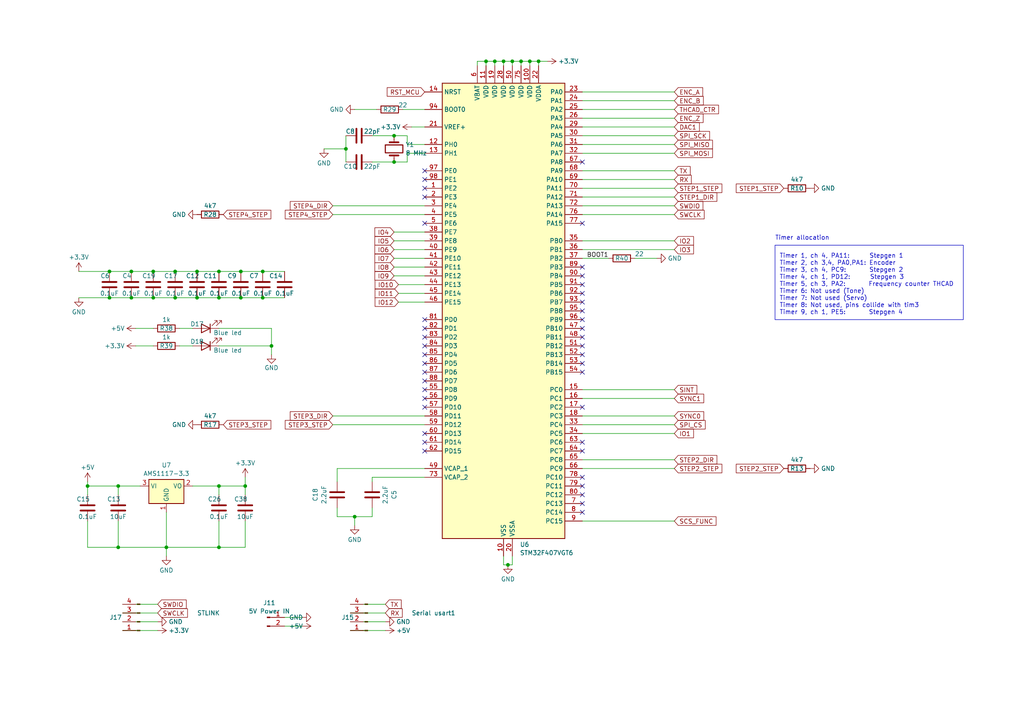
<source format=kicad_sch>
(kicad_sch
	(version 20231120)
	(generator "eeschema")
	(generator_version "8.0")
	(uuid "29d1fc65-591a-4c4e-a1fd-d6076e24f303")
	(paper "A4")
	(title_block
		(title "MetalMusings EaserCAT 3000")
	)
	(lib_symbols
		(symbol "Connector:Conn_01x02_Pin"
			(pin_names
				(offset 1.016) hide)
			(exclude_from_sim no)
			(in_bom yes)
			(on_board yes)
			(property "Reference" "J"
				(at 0 2.54 0)
				(effects
					(font
						(size 1.27 1.27)
					)
				)
			)
			(property "Value" "Conn_01x02_Pin"
				(at 0 -5.08 0)
				(effects
					(font
						(size 1.27 1.27)
					)
				)
			)
			(property "Footprint" ""
				(at 0 0 0)
				(effects
					(font
						(size 1.27 1.27)
					)
					(hide yes)
				)
			)
			(property "Datasheet" "~"
				(at 0 0 0)
				(effects
					(font
						(size 1.27 1.27)
					)
					(hide yes)
				)
			)
			(property "Description" "Generic connector, single row, 01x02, script generated"
				(at 0 0 0)
				(effects
					(font
						(size 1.27 1.27)
					)
					(hide yes)
				)
			)
			(property "ki_locked" ""
				(at 0 0 0)
				(effects
					(font
						(size 1.27 1.27)
					)
				)
			)
			(property "ki_keywords" "connector"
				(at 0 0 0)
				(effects
					(font
						(size 1.27 1.27)
					)
					(hide yes)
				)
			)
			(property "ki_fp_filters" "Connector*:*_1x??_*"
				(at 0 0 0)
				(effects
					(font
						(size 1.27 1.27)
					)
					(hide yes)
				)
			)
			(symbol "Conn_01x02_Pin_1_1"
				(polyline
					(pts
						(xy 1.27 -2.54) (xy 0.8636 -2.54)
					)
					(stroke
						(width 0.1524)
						(type default)
					)
					(fill
						(type none)
					)
				)
				(polyline
					(pts
						(xy 1.27 0) (xy 0.8636 0)
					)
					(stroke
						(width 0.1524)
						(type default)
					)
					(fill
						(type none)
					)
				)
				(rectangle
					(start 0.8636 -2.413)
					(end 0 -2.667)
					(stroke
						(width 0.1524)
						(type default)
					)
					(fill
						(type outline)
					)
				)
				(rectangle
					(start 0.8636 0.127)
					(end 0 -0.127)
					(stroke
						(width 0.1524)
						(type default)
					)
					(fill
						(type outline)
					)
				)
				(pin passive line
					(at 5.08 0 180)
					(length 3.81)
					(name "Pin_1"
						(effects
							(font
								(size 1.27 1.27)
							)
						)
					)
					(number "1"
						(effects
							(font
								(size 1.27 1.27)
							)
						)
					)
				)
				(pin passive line
					(at 5.08 -2.54 180)
					(length 3.81)
					(name "Pin_2"
						(effects
							(font
								(size 1.27 1.27)
							)
						)
					)
					(number "2"
						(effects
							(font
								(size 1.27 1.27)
							)
						)
					)
				)
			)
		)
		(symbol "Connector:Conn_01x04_Pin"
			(pin_names
				(offset 1.016) hide)
			(exclude_from_sim no)
			(in_bom yes)
			(on_board yes)
			(property "Reference" "J"
				(at 0 5.08 0)
				(effects
					(font
						(size 1.27 1.27)
					)
				)
			)
			(property "Value" "Conn_01x04_Pin"
				(at 0 -7.62 0)
				(effects
					(font
						(size 1.27 1.27)
					)
				)
			)
			(property "Footprint" ""
				(at 0 0 0)
				(effects
					(font
						(size 1.27 1.27)
					)
					(hide yes)
				)
			)
			(property "Datasheet" "~"
				(at 0 0 0)
				(effects
					(font
						(size 1.27 1.27)
					)
					(hide yes)
				)
			)
			(property "Description" "Generic connector, single row, 01x04, script generated"
				(at 0 0 0)
				(effects
					(font
						(size 1.27 1.27)
					)
					(hide yes)
				)
			)
			(property "ki_locked" ""
				(at 0 0 0)
				(effects
					(font
						(size 1.27 1.27)
					)
				)
			)
			(property "ki_keywords" "connector"
				(at 0 0 0)
				(effects
					(font
						(size 1.27 1.27)
					)
					(hide yes)
				)
			)
			(property "ki_fp_filters" "Connector*:*_1x??_*"
				(at 0 0 0)
				(effects
					(font
						(size 1.27 1.27)
					)
					(hide yes)
				)
			)
			(symbol "Conn_01x04_Pin_1_1"
				(polyline
					(pts
						(xy 1.27 -5.08) (xy 0.8636 -5.08)
					)
					(stroke
						(width 0.1524)
						(type default)
					)
					(fill
						(type none)
					)
				)
				(polyline
					(pts
						(xy 1.27 -2.54) (xy 0.8636 -2.54)
					)
					(stroke
						(width 0.1524)
						(type default)
					)
					(fill
						(type none)
					)
				)
				(polyline
					(pts
						(xy 1.27 0) (xy 0.8636 0)
					)
					(stroke
						(width 0.1524)
						(type default)
					)
					(fill
						(type none)
					)
				)
				(polyline
					(pts
						(xy 1.27 2.54) (xy 0.8636 2.54)
					)
					(stroke
						(width 0.1524)
						(type default)
					)
					(fill
						(type none)
					)
				)
				(rectangle
					(start 0.8636 -4.953)
					(end 0 -5.207)
					(stroke
						(width 0.1524)
						(type default)
					)
					(fill
						(type outline)
					)
				)
				(rectangle
					(start 0.8636 -2.413)
					(end 0 -2.667)
					(stroke
						(width 0.1524)
						(type default)
					)
					(fill
						(type outline)
					)
				)
				(rectangle
					(start 0.8636 0.127)
					(end 0 -0.127)
					(stroke
						(width 0.1524)
						(type default)
					)
					(fill
						(type outline)
					)
				)
				(rectangle
					(start 0.8636 2.667)
					(end 0 2.413)
					(stroke
						(width 0.1524)
						(type default)
					)
					(fill
						(type outline)
					)
				)
				(pin passive line
					(at 5.08 2.54 180)
					(length 3.81)
					(name "Pin_1"
						(effects
							(font
								(size 1.27 1.27)
							)
						)
					)
					(number "1"
						(effects
							(font
								(size 1.27 1.27)
							)
						)
					)
				)
				(pin passive line
					(at 5.08 0 180)
					(length 3.81)
					(name "Pin_2"
						(effects
							(font
								(size 1.27 1.27)
							)
						)
					)
					(number "2"
						(effects
							(font
								(size 1.27 1.27)
							)
						)
					)
				)
				(pin passive line
					(at 5.08 -2.54 180)
					(length 3.81)
					(name "Pin_3"
						(effects
							(font
								(size 1.27 1.27)
							)
						)
					)
					(number "3"
						(effects
							(font
								(size 1.27 1.27)
							)
						)
					)
				)
				(pin passive line
					(at 5.08 -5.08 180)
					(length 3.81)
					(name "Pin_4"
						(effects
							(font
								(size 1.27 1.27)
							)
						)
					)
					(number "4"
						(effects
							(font
								(size 1.27 1.27)
							)
						)
					)
				)
			)
		)
		(symbol "Device:C"
			(pin_numbers hide)
			(pin_names
				(offset 0.254)
			)
			(exclude_from_sim no)
			(in_bom yes)
			(on_board yes)
			(property "Reference" "C"
				(at 0.635 2.54 0)
				(effects
					(font
						(size 1.27 1.27)
					)
					(justify left)
				)
			)
			(property "Value" "C"
				(at 0.635 -2.54 0)
				(effects
					(font
						(size 1.27 1.27)
					)
					(justify left)
				)
			)
			(property "Footprint" ""
				(at 0.9652 -3.81 0)
				(effects
					(font
						(size 1.27 1.27)
					)
					(hide yes)
				)
			)
			(property "Datasheet" "~"
				(at 0 0 0)
				(effects
					(font
						(size 1.27 1.27)
					)
					(hide yes)
				)
			)
			(property "Description" "Unpolarized capacitor"
				(at 0 0 0)
				(effects
					(font
						(size 1.27 1.27)
					)
					(hide yes)
				)
			)
			(property "ki_keywords" "cap capacitor"
				(at 0 0 0)
				(effects
					(font
						(size 1.27 1.27)
					)
					(hide yes)
				)
			)
			(property "ki_fp_filters" "C_*"
				(at 0 0 0)
				(effects
					(font
						(size 1.27 1.27)
					)
					(hide yes)
				)
			)
			(symbol "C_0_1"
				(polyline
					(pts
						(xy -2.032 -0.762) (xy 2.032 -0.762)
					)
					(stroke
						(width 0.508)
						(type default)
					)
					(fill
						(type none)
					)
				)
				(polyline
					(pts
						(xy -2.032 0.762) (xy 2.032 0.762)
					)
					(stroke
						(width 0.508)
						(type default)
					)
					(fill
						(type none)
					)
				)
			)
			(symbol "C_1_1"
				(pin passive line
					(at 0 3.81 270)
					(length 2.794)
					(name "~"
						(effects
							(font
								(size 1.27 1.27)
							)
						)
					)
					(number "1"
						(effects
							(font
								(size 1.27 1.27)
							)
						)
					)
				)
				(pin passive line
					(at 0 -3.81 90)
					(length 2.794)
					(name "~"
						(effects
							(font
								(size 1.27 1.27)
							)
						)
					)
					(number "2"
						(effects
							(font
								(size 1.27 1.27)
							)
						)
					)
				)
			)
		)
		(symbol "Device:Crystal"
			(pin_numbers hide)
			(pin_names
				(offset 1.016) hide)
			(exclude_from_sim no)
			(in_bom yes)
			(on_board yes)
			(property "Reference" "Y"
				(at 0 3.81 0)
				(effects
					(font
						(size 1.27 1.27)
					)
				)
			)
			(property "Value" "Crystal"
				(at 0 -3.81 0)
				(effects
					(font
						(size 1.27 1.27)
					)
				)
			)
			(property "Footprint" ""
				(at 0 0 0)
				(effects
					(font
						(size 1.27 1.27)
					)
					(hide yes)
				)
			)
			(property "Datasheet" "~"
				(at 0 0 0)
				(effects
					(font
						(size 1.27 1.27)
					)
					(hide yes)
				)
			)
			(property "Description" "Two pin crystal"
				(at 0 0 0)
				(effects
					(font
						(size 1.27 1.27)
					)
					(hide yes)
				)
			)
			(property "ki_keywords" "quartz ceramic resonator oscillator"
				(at 0 0 0)
				(effects
					(font
						(size 1.27 1.27)
					)
					(hide yes)
				)
			)
			(property "ki_fp_filters" "Crystal*"
				(at 0 0 0)
				(effects
					(font
						(size 1.27 1.27)
					)
					(hide yes)
				)
			)
			(symbol "Crystal_0_1"
				(rectangle
					(start -1.143 2.54)
					(end 1.143 -2.54)
					(stroke
						(width 0.3048)
						(type default)
					)
					(fill
						(type none)
					)
				)
				(polyline
					(pts
						(xy -2.54 0) (xy -1.905 0)
					)
					(stroke
						(width 0)
						(type default)
					)
					(fill
						(type none)
					)
				)
				(polyline
					(pts
						(xy -1.905 -1.27) (xy -1.905 1.27)
					)
					(stroke
						(width 0.508)
						(type default)
					)
					(fill
						(type none)
					)
				)
				(polyline
					(pts
						(xy 1.905 -1.27) (xy 1.905 1.27)
					)
					(stroke
						(width 0.508)
						(type default)
					)
					(fill
						(type none)
					)
				)
				(polyline
					(pts
						(xy 2.54 0) (xy 1.905 0)
					)
					(stroke
						(width 0)
						(type default)
					)
					(fill
						(type none)
					)
				)
			)
			(symbol "Crystal_1_1"
				(pin passive line
					(at -3.81 0 0)
					(length 1.27)
					(name "1"
						(effects
							(font
								(size 1.27 1.27)
							)
						)
					)
					(number "1"
						(effects
							(font
								(size 1.27 1.27)
							)
						)
					)
				)
				(pin passive line
					(at 3.81 0 180)
					(length 1.27)
					(name "2"
						(effects
							(font
								(size 1.27 1.27)
							)
						)
					)
					(number "2"
						(effects
							(font
								(size 1.27 1.27)
							)
						)
					)
				)
			)
		)
		(symbol "Device:LED"
			(pin_numbers hide)
			(pin_names
				(offset 1.016) hide)
			(exclude_from_sim no)
			(in_bom yes)
			(on_board yes)
			(property "Reference" "D"
				(at 0 2.54 0)
				(effects
					(font
						(size 1.27 1.27)
					)
				)
			)
			(property "Value" "LED"
				(at 0 -2.54 0)
				(effects
					(font
						(size 1.27 1.27)
					)
				)
			)
			(property "Footprint" ""
				(at 0 0 0)
				(effects
					(font
						(size 1.27 1.27)
					)
					(hide yes)
				)
			)
			(property "Datasheet" "~"
				(at 0 0 0)
				(effects
					(font
						(size 1.27 1.27)
					)
					(hide yes)
				)
			)
			(property "Description" "Light emitting diode"
				(at 0 0 0)
				(effects
					(font
						(size 1.27 1.27)
					)
					(hide yes)
				)
			)
			(property "ki_keywords" "LED diode"
				(at 0 0 0)
				(effects
					(font
						(size 1.27 1.27)
					)
					(hide yes)
				)
			)
			(property "ki_fp_filters" "LED* LED_SMD:* LED_THT:*"
				(at 0 0 0)
				(effects
					(font
						(size 1.27 1.27)
					)
					(hide yes)
				)
			)
			(symbol "LED_0_1"
				(polyline
					(pts
						(xy -1.27 -1.27) (xy -1.27 1.27)
					)
					(stroke
						(width 0.254)
						(type default)
					)
					(fill
						(type none)
					)
				)
				(polyline
					(pts
						(xy -1.27 0) (xy 1.27 0)
					)
					(stroke
						(width 0)
						(type default)
					)
					(fill
						(type none)
					)
				)
				(polyline
					(pts
						(xy 1.27 -1.27) (xy 1.27 1.27) (xy -1.27 0) (xy 1.27 -1.27)
					)
					(stroke
						(width 0.254)
						(type default)
					)
					(fill
						(type none)
					)
				)
				(polyline
					(pts
						(xy -3.048 -0.762) (xy -4.572 -2.286) (xy -3.81 -2.286) (xy -4.572 -2.286) (xy -4.572 -1.524)
					)
					(stroke
						(width 0)
						(type default)
					)
					(fill
						(type none)
					)
				)
				(polyline
					(pts
						(xy -1.778 -0.762) (xy -3.302 -2.286) (xy -2.54 -2.286) (xy -3.302 -2.286) (xy -3.302 -1.524)
					)
					(stroke
						(width 0)
						(type default)
					)
					(fill
						(type none)
					)
				)
			)
			(symbol "LED_1_1"
				(pin passive line
					(at -3.81 0 0)
					(length 2.54)
					(name "K"
						(effects
							(font
								(size 1.27 1.27)
							)
						)
					)
					(number "1"
						(effects
							(font
								(size 1.27 1.27)
							)
						)
					)
				)
				(pin passive line
					(at 3.81 0 180)
					(length 2.54)
					(name "A"
						(effects
							(font
								(size 1.27 1.27)
							)
						)
					)
					(number "2"
						(effects
							(font
								(size 1.27 1.27)
							)
						)
					)
				)
			)
		)
		(symbol "Device:R"
			(pin_numbers hide)
			(pin_names
				(offset 0)
			)
			(exclude_from_sim no)
			(in_bom yes)
			(on_board yes)
			(property "Reference" "R"
				(at 2.032 0 90)
				(effects
					(font
						(size 1.27 1.27)
					)
				)
			)
			(property "Value" "R"
				(at 0 0 90)
				(effects
					(font
						(size 1.27 1.27)
					)
				)
			)
			(property "Footprint" ""
				(at -1.778 0 90)
				(effects
					(font
						(size 1.27 1.27)
					)
					(hide yes)
				)
			)
			(property "Datasheet" "~"
				(at 0 0 0)
				(effects
					(font
						(size 1.27 1.27)
					)
					(hide yes)
				)
			)
			(property "Description" "Resistor"
				(at 0 0 0)
				(effects
					(font
						(size 1.27 1.27)
					)
					(hide yes)
				)
			)
			(property "ki_keywords" "R res resistor"
				(at 0 0 0)
				(effects
					(font
						(size 1.27 1.27)
					)
					(hide yes)
				)
			)
			(property "ki_fp_filters" "R_*"
				(at 0 0 0)
				(effects
					(font
						(size 1.27 1.27)
					)
					(hide yes)
				)
			)
			(symbol "R_0_1"
				(rectangle
					(start -1.016 -2.54)
					(end 1.016 2.54)
					(stroke
						(width 0.254)
						(type default)
					)
					(fill
						(type none)
					)
				)
			)
			(symbol "R_1_1"
				(pin passive line
					(at 0 3.81 270)
					(length 1.27)
					(name "~"
						(effects
							(font
								(size 1.27 1.27)
							)
						)
					)
					(number "1"
						(effects
							(font
								(size 1.27 1.27)
							)
						)
					)
				)
				(pin passive line
					(at 0 -3.81 90)
					(length 1.27)
					(name "~"
						(effects
							(font
								(size 1.27 1.27)
							)
						)
					)
					(number "2"
						(effects
							(font
								(size 1.27 1.27)
							)
						)
					)
				)
			)
		)
		(symbol "MCU_ST_STM32F4:STM32F407VGTx"
			(exclude_from_sim no)
			(in_bom yes)
			(on_board yes)
			(property "Reference" "U"
				(at -17.78 67.31 0)
				(effects
					(font
						(size 1.27 1.27)
					)
					(justify left)
				)
			)
			(property "Value" "STM32F407VGTx"
				(at 12.7 67.31 0)
				(effects
					(font
						(size 1.27 1.27)
					)
					(justify left)
				)
			)
			(property "Footprint" "Package_QFP:LQFP-100_14x14mm_P0.5mm"
				(at -17.78 -66.04 0)
				(effects
					(font
						(size 1.27 1.27)
					)
					(justify right)
					(hide yes)
				)
			)
			(property "Datasheet" "https://www.st.com/resource/en/datasheet/stm32f407vg.pdf"
				(at 0 0 0)
				(effects
					(font
						(size 1.27 1.27)
					)
					(hide yes)
				)
			)
			(property "Description" "STMicroelectronics Arm Cortex-M4 MCU, 1024KB flash, 192KB RAM, 168 MHz, 1.8-3.6V, 82 GPIO, LQFP100"
				(at 0 0 0)
				(effects
					(font
						(size 1.27 1.27)
					)
					(hide yes)
				)
			)
			(property "ki_locked" ""
				(at 0 0 0)
				(effects
					(font
						(size 1.27 1.27)
					)
				)
			)
			(property "ki_keywords" "Arm Cortex-M4 STM32F4 STM32F407/417"
				(at 0 0 0)
				(effects
					(font
						(size 1.27 1.27)
					)
					(hide yes)
				)
			)
			(property "ki_fp_filters" "LQFP*14x14mm*P0.5mm*"
				(at 0 0 0)
				(effects
					(font
						(size 1.27 1.27)
					)
					(hide yes)
				)
			)
			(symbol "STM32F407VGTx_0_1"
				(rectangle
					(start -17.78 -66.04)
					(end 17.78 66.04)
					(stroke
						(width 0.254)
						(type default)
					)
					(fill
						(type background)
					)
				)
			)
			(symbol "STM32F407VGTx_1_1"
				(pin bidirectional line
					(at -22.86 35.56 0)
					(length 5.08)
					(name "PE2"
						(effects
							(font
								(size 1.27 1.27)
							)
						)
					)
					(number "1"
						(effects
							(font
								(size 1.27 1.27)
							)
						)
					)
					(alternate "ETH_TXD3" bidirectional line)
					(alternate "FSMC_A23" bidirectional line)
					(alternate "SYS_TRACECLK" bidirectional line)
				)
				(pin power_in line
					(at 0 -71.12 90)
					(length 5.08)
					(name "VSS"
						(effects
							(font
								(size 1.27 1.27)
							)
						)
					)
					(number "10"
						(effects
							(font
								(size 1.27 1.27)
							)
						)
					)
				)
				(pin power_in line
					(at 7.62 71.12 270)
					(length 5.08)
					(name "VDD"
						(effects
							(font
								(size 1.27 1.27)
							)
						)
					)
					(number "100"
						(effects
							(font
								(size 1.27 1.27)
							)
						)
					)
				)
				(pin power_in line
					(at -5.08 71.12 270)
					(length 5.08)
					(name "VDD"
						(effects
							(font
								(size 1.27 1.27)
							)
						)
					)
					(number "11"
						(effects
							(font
								(size 1.27 1.27)
							)
						)
					)
				)
				(pin bidirectional line
					(at -22.86 48.26 0)
					(length 5.08)
					(name "PH0"
						(effects
							(font
								(size 1.27 1.27)
							)
						)
					)
					(number "12"
						(effects
							(font
								(size 1.27 1.27)
							)
						)
					)
					(alternate "RCC_OSC_IN" bidirectional line)
				)
				(pin bidirectional line
					(at -22.86 45.72 0)
					(length 5.08)
					(name "PH1"
						(effects
							(font
								(size 1.27 1.27)
							)
						)
					)
					(number "13"
						(effects
							(font
								(size 1.27 1.27)
							)
						)
					)
					(alternate "RCC_OSC_OUT" bidirectional line)
				)
				(pin input line
					(at -22.86 63.5 0)
					(length 5.08)
					(name "NRST"
						(effects
							(font
								(size 1.27 1.27)
							)
						)
					)
					(number "14"
						(effects
							(font
								(size 1.27 1.27)
							)
						)
					)
				)
				(pin bidirectional line
					(at 22.86 -22.86 180)
					(length 5.08)
					(name "PC0"
						(effects
							(font
								(size 1.27 1.27)
							)
						)
					)
					(number "15"
						(effects
							(font
								(size 1.27 1.27)
							)
						)
					)
					(alternate "ADC1_IN10" bidirectional line)
					(alternate "ADC2_IN10" bidirectional line)
					(alternate "ADC3_IN10" bidirectional line)
					(alternate "USB_OTG_HS_ULPI_STP" bidirectional line)
				)
				(pin bidirectional line
					(at 22.86 -25.4 180)
					(length 5.08)
					(name "PC1"
						(effects
							(font
								(size 1.27 1.27)
							)
						)
					)
					(number "16"
						(effects
							(font
								(size 1.27 1.27)
							)
						)
					)
					(alternate "ADC1_IN11" bidirectional line)
					(alternate "ADC2_IN11" bidirectional line)
					(alternate "ADC3_IN11" bidirectional line)
					(alternate "ETH_MDC" bidirectional line)
				)
				(pin bidirectional line
					(at 22.86 -27.94 180)
					(length 5.08)
					(name "PC2"
						(effects
							(font
								(size 1.27 1.27)
							)
						)
					)
					(number "17"
						(effects
							(font
								(size 1.27 1.27)
							)
						)
					)
					(alternate "ADC1_IN12" bidirectional line)
					(alternate "ADC2_IN12" bidirectional line)
					(alternate "ADC3_IN12" bidirectional line)
					(alternate "ETH_TXD2" bidirectional line)
					(alternate "I2S2_ext_SD" bidirectional line)
					(alternate "SPI2_MISO" bidirectional line)
					(alternate "USB_OTG_HS_ULPI_DIR" bidirectional line)
				)
				(pin bidirectional line
					(at 22.86 -30.48 180)
					(length 5.08)
					(name "PC3"
						(effects
							(font
								(size 1.27 1.27)
							)
						)
					)
					(number "18"
						(effects
							(font
								(size 1.27 1.27)
							)
						)
					)
					(alternate "ADC1_IN13" bidirectional line)
					(alternate "ADC2_IN13" bidirectional line)
					(alternate "ADC3_IN13" bidirectional line)
					(alternate "ETH_TX_CLK" bidirectional line)
					(alternate "I2S2_SD" bidirectional line)
					(alternate "SPI2_MOSI" bidirectional line)
					(alternate "USB_OTG_HS_ULPI_NXT" bidirectional line)
				)
				(pin power_in line
					(at -2.54 71.12 270)
					(length 5.08)
					(name "VDD"
						(effects
							(font
								(size 1.27 1.27)
							)
						)
					)
					(number "19"
						(effects
							(font
								(size 1.27 1.27)
							)
						)
					)
				)
				(pin bidirectional line
					(at -22.86 33.02 0)
					(length 5.08)
					(name "PE3"
						(effects
							(font
								(size 1.27 1.27)
							)
						)
					)
					(number "2"
						(effects
							(font
								(size 1.27 1.27)
							)
						)
					)
					(alternate "FSMC_A19" bidirectional line)
					(alternate "SYS_TRACED0" bidirectional line)
				)
				(pin power_in line
					(at 2.54 -71.12 90)
					(length 5.08)
					(name "VSSA"
						(effects
							(font
								(size 1.27 1.27)
							)
						)
					)
					(number "20"
						(effects
							(font
								(size 1.27 1.27)
							)
						)
					)
				)
				(pin input line
					(at -22.86 53.34 0)
					(length 5.08)
					(name "VREF+"
						(effects
							(font
								(size 1.27 1.27)
							)
						)
					)
					(number "21"
						(effects
							(font
								(size 1.27 1.27)
							)
						)
					)
				)
				(pin power_in line
					(at 10.16 71.12 270)
					(length 5.08)
					(name "VDDA"
						(effects
							(font
								(size 1.27 1.27)
							)
						)
					)
					(number "22"
						(effects
							(font
								(size 1.27 1.27)
							)
						)
					)
				)
				(pin bidirectional line
					(at 22.86 63.5 180)
					(length 5.08)
					(name "PA0"
						(effects
							(font
								(size 1.27 1.27)
							)
						)
					)
					(number "23"
						(effects
							(font
								(size 1.27 1.27)
							)
						)
					)
					(alternate "ADC1_IN0" bidirectional line)
					(alternate "ADC2_IN0" bidirectional line)
					(alternate "ADC3_IN0" bidirectional line)
					(alternate "ETH_CRS" bidirectional line)
					(alternate "SYS_WKUP" bidirectional line)
					(alternate "TIM2_CH1" bidirectional line)
					(alternate "TIM2_ETR" bidirectional line)
					(alternate "TIM5_CH1" bidirectional line)
					(alternate "TIM8_ETR" bidirectional line)
					(alternate "UART4_TX" bidirectional line)
					(alternate "USART2_CTS" bidirectional line)
				)
				(pin bidirectional line
					(at 22.86 60.96 180)
					(length 5.08)
					(name "PA1"
						(effects
							(font
								(size 1.27 1.27)
							)
						)
					)
					(number "24"
						(effects
							(font
								(size 1.27 1.27)
							)
						)
					)
					(alternate "ADC1_IN1" bidirectional line)
					(alternate "ADC2_IN1" bidirectional line)
					(alternate "ADC3_IN1" bidirectional line)
					(alternate "ETH_REF_CLK" bidirectional line)
					(alternate "ETH_RX_CLK" bidirectional line)
					(alternate "TIM2_CH2" bidirectional line)
					(alternate "TIM5_CH2" bidirectional line)
					(alternate "UART4_RX" bidirectional line)
					(alternate "USART2_RTS" bidirectional line)
				)
				(pin bidirectional line
					(at 22.86 58.42 180)
					(length 5.08)
					(name "PA2"
						(effects
							(font
								(size 1.27 1.27)
							)
						)
					)
					(number "25"
						(effects
							(font
								(size 1.27 1.27)
							)
						)
					)
					(alternate "ADC1_IN2" bidirectional line)
					(alternate "ADC2_IN2" bidirectional line)
					(alternate "ADC3_IN2" bidirectional line)
					(alternate "ETH_MDIO" bidirectional line)
					(alternate "TIM2_CH3" bidirectional line)
					(alternate "TIM5_CH3" bidirectional line)
					(alternate "TIM9_CH1" bidirectional line)
					(alternate "USART2_TX" bidirectional line)
				)
				(pin bidirectional line
					(at 22.86 55.88 180)
					(length 5.08)
					(name "PA3"
						(effects
							(font
								(size 1.27 1.27)
							)
						)
					)
					(number "26"
						(effects
							(font
								(size 1.27 1.27)
							)
						)
					)
					(alternate "ADC1_IN3" bidirectional line)
					(alternate "ADC2_IN3" bidirectional line)
					(alternate "ADC3_IN3" bidirectional line)
					(alternate "ETH_COL" bidirectional line)
					(alternate "TIM2_CH4" bidirectional line)
					(alternate "TIM5_CH4" bidirectional line)
					(alternate "TIM9_CH2" bidirectional line)
					(alternate "USART2_RX" bidirectional line)
					(alternate "USB_OTG_HS_ULPI_D0" bidirectional line)
				)
				(pin passive line
					(at 0 -71.12 90)
					(length 5.08) hide
					(name "VSS"
						(effects
							(font
								(size 1.27 1.27)
							)
						)
					)
					(number "27"
						(effects
							(font
								(size 1.27 1.27)
							)
						)
					)
				)
				(pin power_in line
					(at 0 71.12 270)
					(length 5.08)
					(name "VDD"
						(effects
							(font
								(size 1.27 1.27)
							)
						)
					)
					(number "28"
						(effects
							(font
								(size 1.27 1.27)
							)
						)
					)
				)
				(pin bidirectional line
					(at 22.86 53.34 180)
					(length 5.08)
					(name "PA4"
						(effects
							(font
								(size 1.27 1.27)
							)
						)
					)
					(number "29"
						(effects
							(font
								(size 1.27 1.27)
							)
						)
					)
					(alternate "ADC1_IN4" bidirectional line)
					(alternate "ADC2_IN4" bidirectional line)
					(alternate "DAC_OUT1" bidirectional line)
					(alternate "DCMI_HSYNC" bidirectional line)
					(alternate "I2S3_WS" bidirectional line)
					(alternate "SPI1_NSS" bidirectional line)
					(alternate "SPI3_NSS" bidirectional line)
					(alternate "USART2_CK" bidirectional line)
					(alternate "USB_OTG_HS_SOF" bidirectional line)
				)
				(pin bidirectional line
					(at -22.86 30.48 0)
					(length 5.08)
					(name "PE4"
						(effects
							(font
								(size 1.27 1.27)
							)
						)
					)
					(number "3"
						(effects
							(font
								(size 1.27 1.27)
							)
						)
					)
					(alternate "DCMI_D4" bidirectional line)
					(alternate "FSMC_A20" bidirectional line)
					(alternate "SYS_TRACED1" bidirectional line)
				)
				(pin bidirectional line
					(at 22.86 50.8 180)
					(length 5.08)
					(name "PA5"
						(effects
							(font
								(size 1.27 1.27)
							)
						)
					)
					(number "30"
						(effects
							(font
								(size 1.27 1.27)
							)
						)
					)
					(alternate "ADC1_IN5" bidirectional line)
					(alternate "ADC2_IN5" bidirectional line)
					(alternate "DAC_OUT2" bidirectional line)
					(alternate "SPI1_SCK" bidirectional line)
					(alternate "TIM2_CH1" bidirectional line)
					(alternate "TIM2_ETR" bidirectional line)
					(alternate "TIM8_CH1N" bidirectional line)
					(alternate "USB_OTG_HS_ULPI_CK" bidirectional line)
				)
				(pin bidirectional line
					(at 22.86 48.26 180)
					(length 5.08)
					(name "PA6"
						(effects
							(font
								(size 1.27 1.27)
							)
						)
					)
					(number "31"
						(effects
							(font
								(size 1.27 1.27)
							)
						)
					)
					(alternate "ADC1_IN6" bidirectional line)
					(alternate "ADC2_IN6" bidirectional line)
					(alternate "DCMI_PIXCLK" bidirectional line)
					(alternate "SPI1_MISO" bidirectional line)
					(alternate "TIM13_CH1" bidirectional line)
					(alternate "TIM1_BKIN" bidirectional line)
					(alternate "TIM3_CH1" bidirectional line)
					(alternate "TIM8_BKIN" bidirectional line)
				)
				(pin bidirectional line
					(at 22.86 45.72 180)
					(length 5.08)
					(name "PA7"
						(effects
							(font
								(size 1.27 1.27)
							)
						)
					)
					(number "32"
						(effects
							(font
								(size 1.27 1.27)
							)
						)
					)
					(alternate "ADC1_IN7" bidirectional line)
					(alternate "ADC2_IN7" bidirectional line)
					(alternate "ETH_CRS_DV" bidirectional line)
					(alternate "ETH_RX_DV" bidirectional line)
					(alternate "SPI1_MOSI" bidirectional line)
					(alternate "TIM14_CH1" bidirectional line)
					(alternate "TIM1_CH1N" bidirectional line)
					(alternate "TIM3_CH2" bidirectional line)
					(alternate "TIM8_CH1N" bidirectional line)
				)
				(pin bidirectional line
					(at 22.86 -33.02 180)
					(length 5.08)
					(name "PC4"
						(effects
							(font
								(size 1.27 1.27)
							)
						)
					)
					(number "33"
						(effects
							(font
								(size 1.27 1.27)
							)
						)
					)
					(alternate "ADC1_IN14" bidirectional line)
					(alternate "ADC2_IN14" bidirectional line)
					(alternate "ETH_RXD0" bidirectional line)
				)
				(pin bidirectional line
					(at 22.86 -35.56 180)
					(length 5.08)
					(name "PC5"
						(effects
							(font
								(size 1.27 1.27)
							)
						)
					)
					(number "34"
						(effects
							(font
								(size 1.27 1.27)
							)
						)
					)
					(alternate "ADC1_IN15" bidirectional line)
					(alternate "ADC2_IN15" bidirectional line)
					(alternate "ETH_RXD1" bidirectional line)
				)
				(pin bidirectional line
					(at 22.86 20.32 180)
					(length 5.08)
					(name "PB0"
						(effects
							(font
								(size 1.27 1.27)
							)
						)
					)
					(number "35"
						(effects
							(font
								(size 1.27 1.27)
							)
						)
					)
					(alternate "ADC1_IN8" bidirectional line)
					(alternate "ADC2_IN8" bidirectional line)
					(alternate "ETH_RXD2" bidirectional line)
					(alternate "TIM1_CH2N" bidirectional line)
					(alternate "TIM3_CH3" bidirectional line)
					(alternate "TIM8_CH2N" bidirectional line)
					(alternate "USB_OTG_HS_ULPI_D1" bidirectional line)
				)
				(pin bidirectional line
					(at 22.86 17.78 180)
					(length 5.08)
					(name "PB1"
						(effects
							(font
								(size 1.27 1.27)
							)
						)
					)
					(number "36"
						(effects
							(font
								(size 1.27 1.27)
							)
						)
					)
					(alternate "ADC1_IN9" bidirectional line)
					(alternate "ADC2_IN9" bidirectional line)
					(alternate "ETH_RXD3" bidirectional line)
					(alternate "TIM1_CH3N" bidirectional line)
					(alternate "TIM3_CH4" bidirectional line)
					(alternate "TIM8_CH3N" bidirectional line)
					(alternate "USB_OTG_HS_ULPI_D2" bidirectional line)
				)
				(pin bidirectional line
					(at 22.86 15.24 180)
					(length 5.08)
					(name "PB2"
						(effects
							(font
								(size 1.27 1.27)
							)
						)
					)
					(number "37"
						(effects
							(font
								(size 1.27 1.27)
							)
						)
					)
				)
				(pin bidirectional line
					(at -22.86 22.86 0)
					(length 5.08)
					(name "PE7"
						(effects
							(font
								(size 1.27 1.27)
							)
						)
					)
					(number "38"
						(effects
							(font
								(size 1.27 1.27)
							)
						)
					)
					(alternate "FSMC_D4" bidirectional line)
					(alternate "FSMC_DA4" bidirectional line)
					(alternate "TIM1_ETR" bidirectional line)
				)
				(pin bidirectional line
					(at -22.86 20.32 0)
					(length 5.08)
					(name "PE8"
						(effects
							(font
								(size 1.27 1.27)
							)
						)
					)
					(number "39"
						(effects
							(font
								(size 1.27 1.27)
							)
						)
					)
					(alternate "FSMC_D5" bidirectional line)
					(alternate "FSMC_DA5" bidirectional line)
					(alternate "TIM1_CH1N" bidirectional line)
				)
				(pin bidirectional line
					(at -22.86 27.94 0)
					(length 5.08)
					(name "PE5"
						(effects
							(font
								(size 1.27 1.27)
							)
						)
					)
					(number "4"
						(effects
							(font
								(size 1.27 1.27)
							)
						)
					)
					(alternate "DCMI_D6" bidirectional line)
					(alternate "FSMC_A21" bidirectional line)
					(alternate "SYS_TRACED2" bidirectional line)
					(alternate "TIM9_CH1" bidirectional line)
				)
				(pin bidirectional line
					(at -22.86 17.78 0)
					(length 5.08)
					(name "PE9"
						(effects
							(font
								(size 1.27 1.27)
							)
						)
					)
					(number "40"
						(effects
							(font
								(size 1.27 1.27)
							)
						)
					)
					(alternate "DAC_EXTI9" bidirectional line)
					(alternate "FSMC_D6" bidirectional line)
					(alternate "FSMC_DA6" bidirectional line)
					(alternate "TIM1_CH1" bidirectional line)
				)
				(pin bidirectional line
					(at -22.86 15.24 0)
					(length 5.08)
					(name "PE10"
						(effects
							(font
								(size 1.27 1.27)
							)
						)
					)
					(number "41"
						(effects
							(font
								(size 1.27 1.27)
							)
						)
					)
					(alternate "FSMC_D7" bidirectional line)
					(alternate "FSMC_DA7" bidirectional line)
					(alternate "TIM1_CH2N" bidirectional line)
				)
				(pin bidirectional line
					(at -22.86 12.7 0)
					(length 5.08)
					(name "PE11"
						(effects
							(font
								(size 1.27 1.27)
							)
						)
					)
					(number "42"
						(effects
							(font
								(size 1.27 1.27)
							)
						)
					)
					(alternate "ADC1_EXTI11" bidirectional line)
					(alternate "ADC2_EXTI11" bidirectional line)
					(alternate "ADC3_EXTI11" bidirectional line)
					(alternate "FSMC_D8" bidirectional line)
					(alternate "FSMC_DA8" bidirectional line)
					(alternate "TIM1_CH2" bidirectional line)
				)
				(pin bidirectional line
					(at -22.86 10.16 0)
					(length 5.08)
					(name "PE12"
						(effects
							(font
								(size 1.27 1.27)
							)
						)
					)
					(number "43"
						(effects
							(font
								(size 1.27 1.27)
							)
						)
					)
					(alternate "FSMC_D9" bidirectional line)
					(alternate "FSMC_DA9" bidirectional line)
					(alternate "TIM1_CH3N" bidirectional line)
				)
				(pin bidirectional line
					(at -22.86 7.62 0)
					(length 5.08)
					(name "PE13"
						(effects
							(font
								(size 1.27 1.27)
							)
						)
					)
					(number "44"
						(effects
							(font
								(size 1.27 1.27)
							)
						)
					)
					(alternate "FSMC_D10" bidirectional line)
					(alternate "FSMC_DA10" bidirectional line)
					(alternate "TIM1_CH3" bidirectional line)
				)
				(pin bidirectional line
					(at -22.86 5.08 0)
					(length 5.08)
					(name "PE14"
						(effects
							(font
								(size 1.27 1.27)
							)
						)
					)
					(number "45"
						(effects
							(font
								(size 1.27 1.27)
							)
						)
					)
					(alternate "FSMC_D11" bidirectional line)
					(alternate "FSMC_DA11" bidirectional line)
					(alternate "TIM1_CH4" bidirectional line)
				)
				(pin bidirectional line
					(at -22.86 2.54 0)
					(length 5.08)
					(name "PE15"
						(effects
							(font
								(size 1.27 1.27)
							)
						)
					)
					(number "46"
						(effects
							(font
								(size 1.27 1.27)
							)
						)
					)
					(alternate "ADC1_EXTI15" bidirectional line)
					(alternate "ADC2_EXTI15" bidirectional line)
					(alternate "ADC3_EXTI15" bidirectional line)
					(alternate "FSMC_D12" bidirectional line)
					(alternate "FSMC_DA12" bidirectional line)
					(alternate "TIM1_BKIN" bidirectional line)
				)
				(pin bidirectional line
					(at 22.86 -5.08 180)
					(length 5.08)
					(name "PB10"
						(effects
							(font
								(size 1.27 1.27)
							)
						)
					)
					(number "47"
						(effects
							(font
								(size 1.27 1.27)
							)
						)
					)
					(alternate "ETH_RX_ER" bidirectional line)
					(alternate "I2C2_SCL" bidirectional line)
					(alternate "I2S2_CK" bidirectional line)
					(alternate "SPI2_SCK" bidirectional line)
					(alternate "TIM2_CH3" bidirectional line)
					(alternate "USART3_TX" bidirectional line)
					(alternate "USB_OTG_HS_ULPI_D3" bidirectional line)
				)
				(pin bidirectional line
					(at 22.86 -7.62 180)
					(length 5.08)
					(name "PB11"
						(effects
							(font
								(size 1.27 1.27)
							)
						)
					)
					(number "48"
						(effects
							(font
								(size 1.27 1.27)
							)
						)
					)
					(alternate "ADC1_EXTI11" bidirectional line)
					(alternate "ADC2_EXTI11" bidirectional line)
					(alternate "ADC3_EXTI11" bidirectional line)
					(alternate "ETH_TX_EN" bidirectional line)
					(alternate "I2C2_SDA" bidirectional line)
					(alternate "TIM2_CH4" bidirectional line)
					(alternate "USART3_RX" bidirectional line)
					(alternate "USB_OTG_HS_ULPI_D4" bidirectional line)
				)
				(pin power_out line
					(at -22.86 -45.72 0)
					(length 5.08)
					(name "VCAP_1"
						(effects
							(font
								(size 1.27 1.27)
							)
						)
					)
					(number "49"
						(effects
							(font
								(size 1.27 1.27)
							)
						)
					)
				)
				(pin bidirectional line
					(at -22.86 25.4 0)
					(length 5.08)
					(name "PE6"
						(effects
							(font
								(size 1.27 1.27)
							)
						)
					)
					(number "5"
						(effects
							(font
								(size 1.27 1.27)
							)
						)
					)
					(alternate "DCMI_D7" bidirectional line)
					(alternate "FSMC_A22" bidirectional line)
					(alternate "SYS_TRACED3" bidirectional line)
					(alternate "TIM9_CH2" bidirectional line)
				)
				(pin power_in line
					(at 2.54 71.12 270)
					(length 5.08)
					(name "VDD"
						(effects
							(font
								(size 1.27 1.27)
							)
						)
					)
					(number "50"
						(effects
							(font
								(size 1.27 1.27)
							)
						)
					)
				)
				(pin bidirectional line
					(at 22.86 -10.16 180)
					(length 5.08)
					(name "PB12"
						(effects
							(font
								(size 1.27 1.27)
							)
						)
					)
					(number "51"
						(effects
							(font
								(size 1.27 1.27)
							)
						)
					)
					(alternate "CAN2_RX" bidirectional line)
					(alternate "ETH_TXD0" bidirectional line)
					(alternate "I2C2_SMBA" bidirectional line)
					(alternate "I2S2_WS" bidirectional line)
					(alternate "SPI2_NSS" bidirectional line)
					(alternate "TIM1_BKIN" bidirectional line)
					(alternate "USART3_CK" bidirectional line)
					(alternate "USB_OTG_HS_ID" bidirectional line)
					(alternate "USB_OTG_HS_ULPI_D5" bidirectional line)
				)
				(pin bidirectional line
					(at 22.86 -12.7 180)
					(length 5.08)
					(name "PB13"
						(effects
							(font
								(size 1.27 1.27)
							)
						)
					)
					(number "52"
						(effects
							(font
								(size 1.27 1.27)
							)
						)
					)
					(alternate "CAN2_TX" bidirectional line)
					(alternate "ETH_TXD1" bidirectional line)
					(alternate "I2S2_CK" bidirectional line)
					(alternate "SPI2_SCK" bidirectional line)
					(alternate "TIM1_CH1N" bidirectional line)
					(alternate "USART3_CTS" bidirectional line)
					(alternate "USB_OTG_HS_ULPI_D6" bidirectional line)
					(alternate "USB_OTG_HS_VBUS" bidirectional line)
				)
				(pin bidirectional line
					(at 22.86 -15.24 180)
					(length 5.08)
					(name "PB14"
						(effects
							(font
								(size 1.27 1.27)
							)
						)
					)
					(number "53"
						(effects
							(font
								(size 1.27 1.27)
							)
						)
					)
					(alternate "I2S2_ext_SD" bidirectional line)
					(alternate "SPI2_MISO" bidirectional line)
					(alternate "TIM12_CH1" bidirectional line)
					(alternate "TIM1_CH2N" bidirectional line)
					(alternate "TIM8_CH2N" bidirectional line)
					(alternate "USART3_RTS" bidirectional line)
					(alternate "USB_OTG_HS_DM" bidirectional line)
				)
				(pin bidirectional line
					(at 22.86 -17.78 180)
					(length 5.08)
					(name "PB15"
						(effects
							(font
								(size 1.27 1.27)
							)
						)
					)
					(number "54"
						(effects
							(font
								(size 1.27 1.27)
							)
						)
					)
					(alternate "ADC1_EXTI15" bidirectional line)
					(alternate "ADC2_EXTI15" bidirectional line)
					(alternate "ADC3_EXTI15" bidirectional line)
					(alternate "I2S2_SD" bidirectional line)
					(alternate "RTC_REFIN" bidirectional line)
					(alternate "SPI2_MOSI" bidirectional line)
					(alternate "TIM12_CH2" bidirectional line)
					(alternate "TIM1_CH3N" bidirectional line)
					(alternate "TIM8_CH3N" bidirectional line)
					(alternate "USB_OTG_HS_DP" bidirectional line)
				)
				(pin bidirectional line
					(at -22.86 -22.86 0)
					(length 5.08)
					(name "PD8"
						(effects
							(font
								(size 1.27 1.27)
							)
						)
					)
					(number "55"
						(effects
							(font
								(size 1.27 1.27)
							)
						)
					)
					(alternate "FSMC_D13" bidirectional line)
					(alternate "FSMC_DA13" bidirectional line)
					(alternate "USART3_TX" bidirectional line)
				)
				(pin bidirectional line
					(at -22.86 -25.4 0)
					(length 5.08)
					(name "PD9"
						(effects
							(font
								(size 1.27 1.27)
							)
						)
					)
					(number "56"
						(effects
							(font
								(size 1.27 1.27)
							)
						)
					)
					(alternate "DAC_EXTI9" bidirectional line)
					(alternate "FSMC_D14" bidirectional line)
					(alternate "FSMC_DA14" bidirectional line)
					(alternate "USART3_RX" bidirectional line)
				)
				(pin bidirectional line
					(at -22.86 -27.94 0)
					(length 5.08)
					(name "PD10"
						(effects
							(font
								(size 1.27 1.27)
							)
						)
					)
					(number "57"
						(effects
							(font
								(size 1.27 1.27)
							)
						)
					)
					(alternate "FSMC_D15" bidirectional line)
					(alternate "FSMC_DA15" bidirectional line)
					(alternate "USART3_CK" bidirectional line)
				)
				(pin bidirectional line
					(at -22.86 -30.48 0)
					(length 5.08)
					(name "PD11"
						(effects
							(font
								(size 1.27 1.27)
							)
						)
					)
					(number "58"
						(effects
							(font
								(size 1.27 1.27)
							)
						)
					)
					(alternate "ADC1_EXTI11" bidirectional line)
					(alternate "ADC2_EXTI11" bidirectional line)
					(alternate "ADC3_EXTI11" bidirectional line)
					(alternate "FSMC_A16" bidirectional line)
					(alternate "FSMC_CLE" bidirectional line)
					(alternate "USART3_CTS" bidirectional line)
				)
				(pin bidirectional line
					(at -22.86 -33.02 0)
					(length 5.08)
					(name "PD12"
						(effects
							(font
								(size 1.27 1.27)
							)
						)
					)
					(number "59"
						(effects
							(font
								(size 1.27 1.27)
							)
						)
					)
					(alternate "FSMC_A17" bidirectional line)
					(alternate "FSMC_ALE" bidirectional line)
					(alternate "TIM4_CH1" bidirectional line)
					(alternate "USART3_RTS" bidirectional line)
				)
				(pin power_in line
					(at -7.62 71.12 270)
					(length 5.08)
					(name "VBAT"
						(effects
							(font
								(size 1.27 1.27)
							)
						)
					)
					(number "6"
						(effects
							(font
								(size 1.27 1.27)
							)
						)
					)
				)
				(pin bidirectional line
					(at -22.86 -35.56 0)
					(length 5.08)
					(name "PD13"
						(effects
							(font
								(size 1.27 1.27)
							)
						)
					)
					(number "60"
						(effects
							(font
								(size 1.27 1.27)
							)
						)
					)
					(alternate "FSMC_A18" bidirectional line)
					(alternate "TIM4_CH2" bidirectional line)
				)
				(pin bidirectional line
					(at -22.86 -38.1 0)
					(length 5.08)
					(name "PD14"
						(effects
							(font
								(size 1.27 1.27)
							)
						)
					)
					(number "61"
						(effects
							(font
								(size 1.27 1.27)
							)
						)
					)
					(alternate "FSMC_D0" bidirectional line)
					(alternate "FSMC_DA0" bidirectional line)
					(alternate "TIM4_CH3" bidirectional line)
				)
				(pin bidirectional line
					(at -22.86 -40.64 0)
					(length 5.08)
					(name "PD15"
						(effects
							(font
								(size 1.27 1.27)
							)
						)
					)
					(number "62"
						(effects
							(font
								(size 1.27 1.27)
							)
						)
					)
					(alternate "ADC1_EXTI15" bidirectional line)
					(alternate "ADC2_EXTI15" bidirectional line)
					(alternate "ADC3_EXTI15" bidirectional line)
					(alternate "FSMC_D1" bidirectional line)
					(alternate "FSMC_DA1" bidirectional line)
					(alternate "TIM4_CH4" bidirectional line)
				)
				(pin bidirectional line
					(at 22.86 -38.1 180)
					(length 5.08)
					(name "PC6"
						(effects
							(font
								(size 1.27 1.27)
							)
						)
					)
					(number "63"
						(effects
							(font
								(size 1.27 1.27)
							)
						)
					)
					(alternate "DCMI_D0" bidirectional line)
					(alternate "I2S2_MCK" bidirectional line)
					(alternate "SDIO_D6" bidirectional line)
					(alternate "TIM3_CH1" bidirectional line)
					(alternate "TIM8_CH1" bidirectional line)
					(alternate "USART6_TX" bidirectional line)
				)
				(pin bidirectional line
					(at 22.86 -40.64 180)
					(length 5.08)
					(name "PC7"
						(effects
							(font
								(size 1.27 1.27)
							)
						)
					)
					(number "64"
						(effects
							(font
								(size 1.27 1.27)
							)
						)
					)
					(alternate "DCMI_D1" bidirectional line)
					(alternate "I2S3_MCK" bidirectional line)
					(alternate "SDIO_D7" bidirectional line)
					(alternate "TIM3_CH2" bidirectional line)
					(alternate "TIM8_CH2" bidirectional line)
					(alternate "USART6_RX" bidirectional line)
				)
				(pin bidirectional line
					(at 22.86 -43.18 180)
					(length 5.08)
					(name "PC8"
						(effects
							(font
								(size 1.27 1.27)
							)
						)
					)
					(number "65"
						(effects
							(font
								(size 1.27 1.27)
							)
						)
					)
					(alternate "DCMI_D2" bidirectional line)
					(alternate "SDIO_D0" bidirectional line)
					(alternate "TIM3_CH3" bidirectional line)
					(alternate "TIM8_CH3" bidirectional line)
					(alternate "USART6_CK" bidirectional line)
				)
				(pin bidirectional line
					(at 22.86 -45.72 180)
					(length 5.08)
					(name "PC9"
						(effects
							(font
								(size 1.27 1.27)
							)
						)
					)
					(number "66"
						(effects
							(font
								(size 1.27 1.27)
							)
						)
					)
					(alternate "DAC_EXTI9" bidirectional line)
					(alternate "DCMI_D3" bidirectional line)
					(alternate "I2C3_SDA" bidirectional line)
					(alternate "I2S_CKIN" bidirectional line)
					(alternate "RCC_MCO_2" bidirectional line)
					(alternate "SDIO_D1" bidirectional line)
					(alternate "TIM3_CH4" bidirectional line)
					(alternate "TIM8_CH4" bidirectional line)
				)
				(pin bidirectional line
					(at 22.86 43.18 180)
					(length 5.08)
					(name "PA8"
						(effects
							(font
								(size 1.27 1.27)
							)
						)
					)
					(number "67"
						(effects
							(font
								(size 1.27 1.27)
							)
						)
					)
					(alternate "I2C3_SCL" bidirectional line)
					(alternate "RCC_MCO_1" bidirectional line)
					(alternate "TIM1_CH1" bidirectional line)
					(alternate "USART1_CK" bidirectional line)
					(alternate "USB_OTG_FS_SOF" bidirectional line)
				)
				(pin bidirectional line
					(at 22.86 40.64 180)
					(length 5.08)
					(name "PA9"
						(effects
							(font
								(size 1.27 1.27)
							)
						)
					)
					(number "68"
						(effects
							(font
								(size 1.27 1.27)
							)
						)
					)
					(alternate "DAC_EXTI9" bidirectional line)
					(alternate "DCMI_D0" bidirectional line)
					(alternate "I2C3_SMBA" bidirectional line)
					(alternate "TIM1_CH2" bidirectional line)
					(alternate "USART1_TX" bidirectional line)
					(alternate "USB_OTG_FS_VBUS" bidirectional line)
				)
				(pin bidirectional line
					(at 22.86 38.1 180)
					(length 5.08)
					(name "PA10"
						(effects
							(font
								(size 1.27 1.27)
							)
						)
					)
					(number "69"
						(effects
							(font
								(size 1.27 1.27)
							)
						)
					)
					(alternate "DCMI_D1" bidirectional line)
					(alternate "TIM1_CH3" bidirectional line)
					(alternate "USART1_RX" bidirectional line)
					(alternate "USB_OTG_FS_ID" bidirectional line)
				)
				(pin bidirectional line
					(at 22.86 -55.88 180)
					(length 5.08)
					(name "PC13"
						(effects
							(font
								(size 1.27 1.27)
							)
						)
					)
					(number "7"
						(effects
							(font
								(size 1.27 1.27)
							)
						)
					)
					(alternate "RTC_AF1" bidirectional line)
				)
				(pin bidirectional line
					(at 22.86 35.56 180)
					(length 5.08)
					(name "PA11"
						(effects
							(font
								(size 1.27 1.27)
							)
						)
					)
					(number "70"
						(effects
							(font
								(size 1.27 1.27)
							)
						)
					)
					(alternate "ADC1_EXTI11" bidirectional line)
					(alternate "ADC2_EXTI11" bidirectional line)
					(alternate "ADC3_EXTI11" bidirectional line)
					(alternate "CAN1_RX" bidirectional line)
					(alternate "TIM1_CH4" bidirectional line)
					(alternate "USART1_CTS" bidirectional line)
					(alternate "USB_OTG_FS_DM" bidirectional line)
				)
				(pin bidirectional line
					(at 22.86 33.02 180)
					(length 5.08)
					(name "PA12"
						(effects
							(font
								(size 1.27 1.27)
							)
						)
					)
					(number "71"
						(effects
							(font
								(size 1.27 1.27)
							)
						)
					)
					(alternate "CAN1_TX" bidirectional line)
					(alternate "TIM1_ETR" bidirectional line)
					(alternate "USART1_RTS" bidirectional line)
					(alternate "USB_OTG_FS_DP" bidirectional line)
				)
				(pin bidirectional line
					(at 22.86 30.48 180)
					(length 5.08)
					(name "PA13"
						(effects
							(font
								(size 1.27 1.27)
							)
						)
					)
					(number "72"
						(effects
							(font
								(size 1.27 1.27)
							)
						)
					)
					(alternate "SYS_JTMS-SWDIO" bidirectional line)
				)
				(pin power_out line
					(at -22.86 -48.26 0)
					(length 5.08)
					(name "VCAP_2"
						(effects
							(font
								(size 1.27 1.27)
							)
						)
					)
					(number "73"
						(effects
							(font
								(size 1.27 1.27)
							)
						)
					)
				)
				(pin passive line
					(at 0 -71.12 90)
					(length 5.08) hide
					(name "VSS"
						(effects
							(font
								(size 1.27 1.27)
							)
						)
					)
					(number "74"
						(effects
							(font
								(size 1.27 1.27)
							)
						)
					)
				)
				(pin power_in line
					(at 5.08 71.12 270)
					(length 5.08)
					(name "VDD"
						(effects
							(font
								(size 1.27 1.27)
							)
						)
					)
					(number "75"
						(effects
							(font
								(size 1.27 1.27)
							)
						)
					)
				)
				(pin bidirectional line
					(at 22.86 27.94 180)
					(length 5.08)
					(name "PA14"
						(effects
							(font
								(size 1.27 1.27)
							)
						)
					)
					(number "76"
						(effects
							(font
								(size 1.27 1.27)
							)
						)
					)
					(alternate "SYS_JTCK-SWCLK" bidirectional line)
				)
				(pin bidirectional line
					(at 22.86 25.4 180)
					(length 5.08)
					(name "PA15"
						(effects
							(font
								(size 1.27 1.27)
							)
						)
					)
					(number "77"
						(effects
							(font
								(size 1.27 1.27)
							)
						)
					)
					(alternate "ADC1_EXTI15" bidirectional line)
					(alternate "ADC2_EXTI15" bidirectional line)
					(alternate "ADC3_EXTI15" bidirectional line)
					(alternate "I2S3_WS" bidirectional line)
					(alternate "SPI1_NSS" bidirectional line)
					(alternate "SPI3_NSS" bidirectional line)
					(alternate "SYS_JTDI" bidirectional line)
					(alternate "TIM2_CH1" bidirectional line)
					(alternate "TIM2_ETR" bidirectional line)
				)
				(pin bidirectional line
					(at 22.86 -48.26 180)
					(length 5.08)
					(name "PC10"
						(effects
							(font
								(size 1.27 1.27)
							)
						)
					)
					(number "78"
						(effects
							(font
								(size 1.27 1.27)
							)
						)
					)
					(alternate "DCMI_D8" bidirectional line)
					(alternate "I2S3_CK" bidirectional line)
					(alternate "SDIO_D2" bidirectional line)
					(alternate "SPI3_SCK" bidirectional line)
					(alternate "UART4_TX" bidirectional line)
					(alternate "USART3_TX" bidirectional line)
				)
				(pin bidirectional line
					(at 22.86 -50.8 180)
					(length 5.08)
					(name "PC11"
						(effects
							(font
								(size 1.27 1.27)
							)
						)
					)
					(number "79"
						(effects
							(font
								(size 1.27 1.27)
							)
						)
					)
					(alternate "ADC1_EXTI11" bidirectional line)
					(alternate "ADC2_EXTI11" bidirectional line)
					(alternate "ADC3_EXTI11" bidirectional line)
					(alternate "DCMI_D4" bidirectional line)
					(alternate "I2S3_ext_SD" bidirectional line)
					(alternate "SDIO_D3" bidirectional line)
					(alternate "SPI3_MISO" bidirectional line)
					(alternate "UART4_RX" bidirectional line)
					(alternate "USART3_RX" bidirectional line)
				)
				(pin bidirectional line
					(at 22.86 -58.42 180)
					(length 5.08)
					(name "PC14"
						(effects
							(font
								(size 1.27 1.27)
							)
						)
					)
					(number "8"
						(effects
							(font
								(size 1.27 1.27)
							)
						)
					)
					(alternate "RCC_OSC32_IN" bidirectional line)
				)
				(pin bidirectional line
					(at 22.86 -53.34 180)
					(length 5.08)
					(name "PC12"
						(effects
							(font
								(size 1.27 1.27)
							)
						)
					)
					(number "80"
						(effects
							(font
								(size 1.27 1.27)
							)
						)
					)
					(alternate "DCMI_D9" bidirectional line)
					(alternate "I2S3_SD" bidirectional line)
					(alternate "SDIO_CK" bidirectional line)
					(alternate "SPI3_MOSI" bidirectional line)
					(alternate "UART5_TX" bidirectional line)
					(alternate "USART3_CK" bidirectional line)
				)
				(pin bidirectional line
					(at -22.86 -2.54 0)
					(length 5.08)
					(name "PD0"
						(effects
							(font
								(size 1.27 1.27)
							)
						)
					)
					(number "81"
						(effects
							(font
								(size 1.27 1.27)
							)
						)
					)
					(alternate "CAN1_RX" bidirectional line)
					(alternate "FSMC_D2" bidirectional line)
					(alternate "FSMC_DA2" bidirectional line)
				)
				(pin bidirectional line
					(at -22.86 -5.08 0)
					(length 5.08)
					(name "PD1"
						(effects
							(font
								(size 1.27 1.27)
							)
						)
					)
					(number "82"
						(effects
							(font
								(size 1.27 1.27)
							)
						)
					)
					(alternate "CAN1_TX" bidirectional line)
					(alternate "FSMC_D3" bidirectional line)
					(alternate "FSMC_DA3" bidirectional line)
				)
				(pin bidirectional line
					(at -22.86 -7.62 0)
					(length 5.08)
					(name "PD2"
						(effects
							(font
								(size 1.27 1.27)
							)
						)
					)
					(number "83"
						(effects
							(font
								(size 1.27 1.27)
							)
						)
					)
					(alternate "DCMI_D11" bidirectional line)
					(alternate "SDIO_CMD" bidirectional line)
					(alternate "TIM3_ETR" bidirectional line)
					(alternate "UART5_RX" bidirectional line)
				)
				(pin bidirectional line
					(at -22.86 -10.16 0)
					(length 5.08)
					(name "PD3"
						(effects
							(font
								(size 1.27 1.27)
							)
						)
					)
					(number "84"
						(effects
							(font
								(size 1.27 1.27)
							)
						)
					)
					(alternate "FSMC_CLK" bidirectional line)
					(alternate "USART2_CTS" bidirectional line)
				)
				(pin bidirectional line
					(at -22.86 -12.7 0)
					(length 5.08)
					(name "PD4"
						(effects
							(font
								(size 1.27 1.27)
							)
						)
					)
					(number "85"
						(effects
							(font
								(size 1.27 1.27)
							)
						)
					)
					(alternate "FSMC_NOE" bidirectional line)
					(alternate "USART2_RTS" bidirectional line)
				)
				(pin bidirectional line
					(at -22.86 -15.24 0)
					(length 5.08)
					(name "PD5"
						(effects
							(font
								(size 1.27 1.27)
							)
						)
					)
					(number "86"
						(effects
							(font
								(size 1.27 1.27)
							)
						)
					)
					(alternate "FSMC_NWE" bidirectional line)
					(alternate "USART2_TX" bidirectional line)
				)
				(pin bidirectional line
					(at -22.86 -17.78 0)
					(length 5.08)
					(name "PD6"
						(effects
							(font
								(size 1.27 1.27)
							)
						)
					)
					(number "87"
						(effects
							(font
								(size 1.27 1.27)
							)
						)
					)
					(alternate "FSMC_NWAIT" bidirectional line)
					(alternate "USART2_RX" bidirectional line)
				)
				(pin bidirectional line
					(at -22.86 -20.32 0)
					(length 5.08)
					(name "PD7"
						(effects
							(font
								(size 1.27 1.27)
							)
						)
					)
					(number "88"
						(effects
							(font
								(size 1.27 1.27)
							)
						)
					)
					(alternate "FSMC_NCE2" bidirectional line)
					(alternate "FSMC_NE1" bidirectional line)
					(alternate "USART2_CK" bidirectional line)
				)
				(pin bidirectional line
					(at 22.86 12.7 180)
					(length 5.08)
					(name "PB3"
						(effects
							(font
								(size 1.27 1.27)
							)
						)
					)
					(number "89"
						(effects
							(font
								(size 1.27 1.27)
							)
						)
					)
					(alternate "I2S3_CK" bidirectional line)
					(alternate "SPI1_SCK" bidirectional line)
					(alternate "SPI3_SCK" bidirectional line)
					(alternate "SYS_JTDO-SWO" bidirectional line)
					(alternate "TIM2_CH2" bidirectional line)
				)
				(pin bidirectional line
					(at 22.86 -60.96 180)
					(length 5.08)
					(name "PC15"
						(effects
							(font
								(size 1.27 1.27)
							)
						)
					)
					(number "9"
						(effects
							(font
								(size 1.27 1.27)
							)
						)
					)
					(alternate "ADC1_EXTI15" bidirectional line)
					(alternate "ADC2_EXTI15" bidirectional line)
					(alternate "ADC3_EXTI15" bidirectional line)
					(alternate "RCC_OSC32_OUT" bidirectional line)
				)
				(pin bidirectional line
					(at 22.86 10.16 180)
					(length 5.08)
					(name "PB4"
						(effects
							(font
								(size 1.27 1.27)
							)
						)
					)
					(number "90"
						(effects
							(font
								(size 1.27 1.27)
							)
						)
					)
					(alternate "I2S3_ext_SD" bidirectional line)
					(alternate "SPI1_MISO" bidirectional line)
					(alternate "SPI3_MISO" bidirectional line)
					(alternate "SYS_JTRST" bidirectional line)
					(alternate "TIM3_CH1" bidirectional line)
				)
				(pin bidirectional line
					(at 22.86 7.62 180)
					(length 5.08)
					(name "PB5"
						(effects
							(font
								(size 1.27 1.27)
							)
						)
					)
					(number "91"
						(effects
							(font
								(size 1.27 1.27)
							)
						)
					)
					(alternate "CAN2_RX" bidirectional line)
					(alternate "DCMI_D10" bidirectional line)
					(alternate "ETH_PPS_OUT" bidirectional line)
					(alternate "I2C1_SMBA" bidirectional line)
					(alternate "I2S3_SD" bidirectional line)
					(alternate "SPI1_MOSI" bidirectional line)
					(alternate "SPI3_MOSI" bidirectional line)
					(alternate "TIM3_CH2" bidirectional line)
					(alternate "USB_OTG_HS_ULPI_D7" bidirectional line)
				)
				(pin bidirectional line
					(at 22.86 5.08 180)
					(length 5.08)
					(name "PB6"
						(effects
							(font
								(size 1.27 1.27)
							)
						)
					)
					(number "92"
						(effects
							(font
								(size 1.27 1.27)
							)
						)
					)
					(alternate "CAN2_TX" bidirectional line)
					(alternate "DCMI_D5" bidirectional line)
					(alternate "I2C1_SCL" bidirectional line)
					(alternate "TIM4_CH1" bidirectional line)
					(alternate "USART1_TX" bidirectional line)
				)
				(pin bidirectional line
					(at 22.86 2.54 180)
					(length 5.08)
					(name "PB7"
						(effects
							(font
								(size 1.27 1.27)
							)
						)
					)
					(number "93"
						(effects
							(font
								(size 1.27 1.27)
							)
						)
					)
					(alternate "DCMI_VSYNC" bidirectional line)
					(alternate "FSMC_NL" bidirectional line)
					(alternate "I2C1_SDA" bidirectional line)
					(alternate "TIM4_CH2" bidirectional line)
					(alternate "USART1_RX" bidirectional line)
				)
				(pin input line
					(at -22.86 58.42 0)
					(length 5.08)
					(name "BOOT0"
						(effects
							(font
								(size 1.27 1.27)
							)
						)
					)
					(number "94"
						(effects
							(font
								(size 1.27 1.27)
							)
						)
					)
				)
				(pin bidirectional line
					(at 22.86 0 180)
					(length 5.08)
					(name "PB8"
						(effects
							(font
								(size 1.27 1.27)
							)
						)
					)
					(number "95"
						(effects
							(font
								(size 1.27 1.27)
							)
						)
					)
					(alternate "CAN1_RX" bidirectional line)
					(alternate "DCMI_D6" bidirectional line)
					(alternate "ETH_TXD3" bidirectional line)
					(alternate "I2C1_SCL" bidirectional line)
					(alternate "SDIO_D4" bidirectional line)
					(alternate "TIM10_CH1" bidirectional line)
					(alternate "TIM4_CH3" bidirectional line)
				)
				(pin bidirectional line
					(at 22.86 -2.54 180)
					(length 5.08)
					(name "PB9"
						(effects
							(font
								(size 1.27 1.27)
							)
						)
					)
					(number "96"
						(effects
							(font
								(size 1.27 1.27)
							)
						)
					)
					(alternate "CAN1_TX" bidirectional line)
					(alternate "DAC_EXTI9" bidirectional line)
					(alternate "DCMI_D7" bidirectional line)
					(alternate "I2C1_SDA" bidirectional line)
					(alternate "I2S2_WS" bidirectional line)
					(alternate "SDIO_D5" bidirectional line)
					(alternate "SPI2_NSS" bidirectional line)
					(alternate "TIM11_CH1" bidirectional line)
					(alternate "TIM4_CH4" bidirectional line)
				)
				(pin bidirectional line
					(at -22.86 40.64 0)
					(length 5.08)
					(name "PE0"
						(effects
							(font
								(size 1.27 1.27)
							)
						)
					)
					(number "97"
						(effects
							(font
								(size 1.27 1.27)
							)
						)
					)
					(alternate "DCMI_D2" bidirectional line)
					(alternate "FSMC_NBL0" bidirectional line)
					(alternate "TIM4_ETR" bidirectional line)
				)
				(pin bidirectional line
					(at -22.86 38.1 0)
					(length 5.08)
					(name "PE1"
						(effects
							(font
								(size 1.27 1.27)
							)
						)
					)
					(number "98"
						(effects
							(font
								(size 1.27 1.27)
							)
						)
					)
					(alternate "DCMI_D3" bidirectional line)
					(alternate "FSMC_NBL1" bidirectional line)
				)
				(pin passive line
					(at 0 -71.12 90)
					(length 5.08) hide
					(name "VSS"
						(effects
							(font
								(size 1.27 1.27)
							)
						)
					)
					(number "99"
						(effects
							(font
								(size 1.27 1.27)
							)
						)
					)
				)
			)
		)
		(symbol "Regulator_Linear:AMS1117-3.3"
			(exclude_from_sim no)
			(in_bom yes)
			(on_board yes)
			(property "Reference" "U"
				(at -3.81 3.175 0)
				(effects
					(font
						(size 1.27 1.27)
					)
				)
			)
			(property "Value" "AMS1117-3.3"
				(at 0 3.175 0)
				(effects
					(font
						(size 1.27 1.27)
					)
					(justify left)
				)
			)
			(property "Footprint" "Package_TO_SOT_SMD:SOT-223-3_TabPin2"
				(at 0 5.08 0)
				(effects
					(font
						(size 1.27 1.27)
					)
					(hide yes)
				)
			)
			(property "Datasheet" "http://www.advanced-monolithic.com/pdf/ds1117.pdf"
				(at 2.54 -6.35 0)
				(effects
					(font
						(size 1.27 1.27)
					)
					(hide yes)
				)
			)
			(property "Description" "1A Low Dropout regulator, positive, 3.3V fixed output, SOT-223"
				(at 0 0 0)
				(effects
					(font
						(size 1.27 1.27)
					)
					(hide yes)
				)
			)
			(property "ki_keywords" "linear regulator ldo fixed positive"
				(at 0 0 0)
				(effects
					(font
						(size 1.27 1.27)
					)
					(hide yes)
				)
			)
			(property "ki_fp_filters" "SOT?223*TabPin2*"
				(at 0 0 0)
				(effects
					(font
						(size 1.27 1.27)
					)
					(hide yes)
				)
			)
			(symbol "AMS1117-3.3_0_1"
				(rectangle
					(start -5.08 -5.08)
					(end 5.08 1.905)
					(stroke
						(width 0.254)
						(type default)
					)
					(fill
						(type background)
					)
				)
			)
			(symbol "AMS1117-3.3_1_1"
				(pin power_in line
					(at 0 -7.62 90)
					(length 2.54)
					(name "GND"
						(effects
							(font
								(size 1.27 1.27)
							)
						)
					)
					(number "1"
						(effects
							(font
								(size 1.27 1.27)
							)
						)
					)
				)
				(pin power_out line
					(at 7.62 0 180)
					(length 2.54)
					(name "VO"
						(effects
							(font
								(size 1.27 1.27)
							)
						)
					)
					(number "2"
						(effects
							(font
								(size 1.27 1.27)
							)
						)
					)
				)
				(pin power_in line
					(at -7.62 0 0)
					(length 2.54)
					(name "VI"
						(effects
							(font
								(size 1.27 1.27)
							)
						)
					)
					(number "3"
						(effects
							(font
								(size 1.27 1.27)
							)
						)
					)
				)
			)
		)
		(symbol "power:+3.3V"
			(power)
			(pin_names
				(offset 0)
			)
			(exclude_from_sim no)
			(in_bom yes)
			(on_board yes)
			(property "Reference" "#PWR"
				(at 0 -3.81 0)
				(effects
					(font
						(size 1.27 1.27)
					)
					(hide yes)
				)
			)
			(property "Value" "+3.3V"
				(at 0 3.556 0)
				(effects
					(font
						(size 1.27 1.27)
					)
				)
			)
			(property "Footprint" ""
				(at 0 0 0)
				(effects
					(font
						(size 1.27 1.27)
					)
					(hide yes)
				)
			)
			(property "Datasheet" ""
				(at 0 0 0)
				(effects
					(font
						(size 1.27 1.27)
					)
					(hide yes)
				)
			)
			(property "Description" "Power symbol creates a global label with name \"+3.3V\""
				(at 0 0 0)
				(effects
					(font
						(size 1.27 1.27)
					)
					(hide yes)
				)
			)
			(property "ki_keywords" "global power"
				(at 0 0 0)
				(effects
					(font
						(size 1.27 1.27)
					)
					(hide yes)
				)
			)
			(symbol "+3.3V_0_1"
				(polyline
					(pts
						(xy -0.762 1.27) (xy 0 2.54)
					)
					(stroke
						(width 0)
						(type default)
					)
					(fill
						(type none)
					)
				)
				(polyline
					(pts
						(xy 0 0) (xy 0 2.54)
					)
					(stroke
						(width 0)
						(type default)
					)
					(fill
						(type none)
					)
				)
				(polyline
					(pts
						(xy 0 2.54) (xy 0.762 1.27)
					)
					(stroke
						(width 0)
						(type default)
					)
					(fill
						(type none)
					)
				)
			)
			(symbol "+3.3V_1_1"
				(pin power_in line
					(at 0 0 90)
					(length 0) hide
					(name "+3.3V"
						(effects
							(font
								(size 1.27 1.27)
							)
						)
					)
					(number "1"
						(effects
							(font
								(size 1.27 1.27)
							)
						)
					)
				)
			)
		)
		(symbol "power:+5V"
			(power)
			(pin_names
				(offset 0)
			)
			(exclude_from_sim no)
			(in_bom yes)
			(on_board yes)
			(property "Reference" "#PWR"
				(at 0 -3.81 0)
				(effects
					(font
						(size 1.27 1.27)
					)
					(hide yes)
				)
			)
			(property "Value" "+5V"
				(at 0 3.556 0)
				(effects
					(font
						(size 1.27 1.27)
					)
				)
			)
			(property "Footprint" ""
				(at 0 0 0)
				(effects
					(font
						(size 1.27 1.27)
					)
					(hide yes)
				)
			)
			(property "Datasheet" ""
				(at 0 0 0)
				(effects
					(font
						(size 1.27 1.27)
					)
					(hide yes)
				)
			)
			(property "Description" "Power symbol creates a global label with name \"+5V\""
				(at 0 0 0)
				(effects
					(font
						(size 1.27 1.27)
					)
					(hide yes)
				)
			)
			(property "ki_keywords" "global power"
				(at 0 0 0)
				(effects
					(font
						(size 1.27 1.27)
					)
					(hide yes)
				)
			)
			(symbol "+5V_0_1"
				(polyline
					(pts
						(xy -0.762 1.27) (xy 0 2.54)
					)
					(stroke
						(width 0)
						(type default)
					)
					(fill
						(type none)
					)
				)
				(polyline
					(pts
						(xy 0 0) (xy 0 2.54)
					)
					(stroke
						(width 0)
						(type default)
					)
					(fill
						(type none)
					)
				)
				(polyline
					(pts
						(xy 0 2.54) (xy 0.762 1.27)
					)
					(stroke
						(width 0)
						(type default)
					)
					(fill
						(type none)
					)
				)
			)
			(symbol "+5V_1_1"
				(pin power_in line
					(at 0 0 90)
					(length 0) hide
					(name "+5V"
						(effects
							(font
								(size 1.27 1.27)
							)
						)
					)
					(number "1"
						(effects
							(font
								(size 1.27 1.27)
							)
						)
					)
				)
			)
		)
		(symbol "power:GND"
			(power)
			(pin_names
				(offset 0)
			)
			(exclude_from_sim no)
			(in_bom yes)
			(on_board yes)
			(property "Reference" "#PWR"
				(at 0 -6.35 0)
				(effects
					(font
						(size 1.27 1.27)
					)
					(hide yes)
				)
			)
			(property "Value" "GND"
				(at 0 -3.81 0)
				(effects
					(font
						(size 1.27 1.27)
					)
				)
			)
			(property "Footprint" ""
				(at 0 0 0)
				(effects
					(font
						(size 1.27 1.27)
					)
					(hide yes)
				)
			)
			(property "Datasheet" ""
				(at 0 0 0)
				(effects
					(font
						(size 1.27 1.27)
					)
					(hide yes)
				)
			)
			(property "Description" "Power symbol creates a global label with name \"GND\" , ground"
				(at 0 0 0)
				(effects
					(font
						(size 1.27 1.27)
					)
					(hide yes)
				)
			)
			(property "ki_keywords" "global power"
				(at 0 0 0)
				(effects
					(font
						(size 1.27 1.27)
					)
					(hide yes)
				)
			)
			(symbol "GND_0_1"
				(polyline
					(pts
						(xy 0 0) (xy 0 -1.27) (xy 1.27 -1.27) (xy 0 -2.54) (xy -1.27 -1.27) (xy 0 -1.27)
					)
					(stroke
						(width 0)
						(type default)
					)
					(fill
						(type none)
					)
				)
			)
			(symbol "GND_1_1"
				(pin power_in line
					(at 0 0 270)
					(length 0) hide
					(name "GND"
						(effects
							(font
								(size 1.27 1.27)
							)
						)
					)
					(number "1"
						(effects
							(font
								(size 1.27 1.27)
							)
						)
					)
				)
			)
		)
	)
	(junction
		(at 63.5 140.97)
		(diameter 0)
		(color 0 0 0 0)
		(uuid "0ea04923-f394-4ce6-a80d-33ddcf433c8f")
	)
	(junction
		(at 102.87 149.86)
		(diameter 0)
		(color 0 0 0 0)
		(uuid "0fa158a6-e9b3-4eca-92e5-a071873aac11")
	)
	(junction
		(at 63.5 86.36)
		(diameter 0)
		(color 0 0 0 0)
		(uuid "19e8d4f5-87bd-4533-82de-2eea6a954908")
	)
	(junction
		(at 69.85 86.36)
		(diameter 0)
		(color 0 0 0 0)
		(uuid "1adcb21b-102b-4b6b-8920-6e69c6c0522b")
	)
	(junction
		(at 44.45 78.74)
		(diameter 0)
		(color 0 0 0 0)
		(uuid "2ab852fd-df02-49dd-b8e8-de32ff47e0e2")
	)
	(junction
		(at 31.75 78.74)
		(diameter 0)
		(color 0 0 0 0)
		(uuid "3697d553-7b10-4bf8-bfb3-0b08271e2ec6")
	)
	(junction
		(at 148.59 17.78)
		(diameter 0)
		(color 0 0 0 0)
		(uuid "3a3304b7-a97e-4c32-9f65-944142575e66")
	)
	(junction
		(at 143.51 17.78)
		(diameter 0)
		(color 0 0 0 0)
		(uuid "3b751829-3226-4c1f-8c82-2233fa9e1097")
	)
	(junction
		(at 57.15 86.36)
		(diameter 0)
		(color 0 0 0 0)
		(uuid "3d140a05-751b-40f6-827d-01d9b733c380")
	)
	(junction
		(at 34.29 158.75)
		(diameter 0)
		(color 0 0 0 0)
		(uuid "47c112ea-4dff-44b1-be91-905a336f936e")
	)
	(junction
		(at 100.33 43.18)
		(diameter 0)
		(color 0 0 0 0)
		(uuid "4af1d3a7-05f6-4354-9517-dbe712018b09")
	)
	(junction
		(at 38.1 78.74)
		(diameter 0)
		(color 0 0 0 0)
		(uuid "51c2822b-8f72-48af-894c-f8c3b3653f3a")
	)
	(junction
		(at 76.2 86.36)
		(diameter 0)
		(color 0 0 0 0)
		(uuid "6105d9a3-4c51-4a15-b79a-a7535edc5e69")
	)
	(junction
		(at 78.74 100.33)
		(diameter 0)
		(color 0 0 0 0)
		(uuid "65172ae5-2082-4854-b166-147d922fc16e")
	)
	(junction
		(at 25.4 140.97)
		(diameter 0)
		(color 0 0 0 0)
		(uuid "6b9aa067-c552-4587-9a9f-ad9ff016c2ce")
	)
	(junction
		(at 63.5 78.74)
		(diameter 0)
		(color 0 0 0 0)
		(uuid "7d01902b-7ea8-47ed-87de-793c6fd0b964")
	)
	(junction
		(at 50.8 78.74)
		(diameter 0)
		(color 0 0 0 0)
		(uuid "7e858f0c-1b16-45ed-b6d6-64ae7f3ea5cd")
	)
	(junction
		(at 140.97 17.78)
		(diameter 0)
		(color 0 0 0 0)
		(uuid "8536b077-d6ed-4230-824d-e01cf5f7bc08")
	)
	(junction
		(at 151.13 17.78)
		(diameter 0)
		(color 0 0 0 0)
		(uuid "880ca967-0755-4e80-a3f1-96e304260352")
	)
	(junction
		(at 31.75 86.36)
		(diameter 0)
		(color 0 0 0 0)
		(uuid "9b690830-47ab-47f6-96be-1c4775b06bad")
	)
	(junction
		(at 38.1 86.36)
		(diameter 0)
		(color 0 0 0 0)
		(uuid "9e26198c-4731-4f66-aaaf-aa8d61d932ee")
	)
	(junction
		(at 146.05 17.78)
		(diameter 0)
		(color 0 0 0 0)
		(uuid "9e697cf3-5747-4e47-9fcf-be06347bd917")
	)
	(junction
		(at 57.15 78.74)
		(diameter 0)
		(color 0 0 0 0)
		(uuid "a40166bc-1788-4428-8f9f-e204b7aac437")
	)
	(junction
		(at 114.3 46.99)
		(diameter 0)
		(color 0 0 0 0)
		(uuid "af87d6e0-03fe-4b2e-8269-cf6930ab9334")
	)
	(junction
		(at 153.67 17.78)
		(diameter 0)
		(color 0 0 0 0)
		(uuid "b24e3537-075b-4e9a-b7e7-76115a4ae58b")
	)
	(junction
		(at 50.8 86.36)
		(diameter 0)
		(color 0 0 0 0)
		(uuid "b4bb1cd9-1fbb-4e40-bda1-5835bc3c4bb5")
	)
	(junction
		(at 71.12 140.97)
		(diameter 0)
		(color 0 0 0 0)
		(uuid "b6fdec5e-73c1-4b5f-a4ff-caa67fcdb234")
	)
	(junction
		(at 114.3 39.37)
		(diameter 0)
		(color 0 0 0 0)
		(uuid "b7b25c82-922f-41eb-a15d-c97628277ba5")
	)
	(junction
		(at 34.29 140.97)
		(diameter 0)
		(color 0 0 0 0)
		(uuid "be664317-2189-4bb8-ba55-9b69450de344")
	)
	(junction
		(at 147.32 163.83)
		(diameter 0)
		(color 0 0 0 0)
		(uuid "c98a293b-52b7-45f8-8f04-55015ed38144")
	)
	(junction
		(at 63.5 158.75)
		(diameter 0)
		(color 0 0 0 0)
		(uuid "d430b877-4c9b-412f-9a5c-ab91240c9734")
	)
	(junction
		(at 156.21 17.78)
		(diameter 0)
		(color 0 0 0 0)
		(uuid "db96a19e-a95d-4aca-927c-83c215d7c3ba")
	)
	(junction
		(at 44.45 86.36)
		(diameter 0)
		(color 0 0 0 0)
		(uuid "dd17f115-bc89-4ec0-bea9-3664245489fb")
	)
	(junction
		(at 76.2 78.74)
		(diameter 0)
		(color 0 0 0 0)
		(uuid "dfbf963c-616b-4161-a389-843be50406d3")
	)
	(junction
		(at 48.26 158.75)
		(diameter 0)
		(color 0 0 0 0)
		(uuid "e3c9fe24-8c51-4091-b842-44bca53635b4")
	)
	(junction
		(at 69.85 78.74)
		(diameter 0)
		(color 0 0 0 0)
		(uuid "fdb8621c-c1ac-4155-92e0-3fecff06196e")
	)
	(no_connect
		(at 168.91 90.17)
		(uuid "047092ab-306c-4acb-b5eb-4adbbdf7c2b7")
	)
	(no_connect
		(at 168.91 102.87)
		(uuid "11a19394-f0c7-456f-a354-719bb92d4b85")
	)
	(no_connect
		(at 168.91 128.27)
		(uuid "286881e6-f4bd-40c0-a9dc-ab731d10d965")
	)
	(no_connect
		(at 168.91 105.41)
		(uuid "2ac1107c-3492-4156-b764-95061a55cc8a")
	)
	(no_connect
		(at 168.91 100.33)
		(uuid "2b0b0e90-aee1-490e-8bba-e74afa86d3e9")
	)
	(no_connect
		(at 168.91 118.11)
		(uuid "2c1a5f6b-c4d2-4e66-ad2e-de2f10bac69b")
	)
	(no_connect
		(at 123.19 107.95)
		(uuid "2cae23b9-6a01-463c-ae85-c8ee4b13fa98")
	)
	(no_connect
		(at 123.19 115.57)
		(uuid "2e93dd48-ba5f-412c-b531-61cc71fd9c4b")
	)
	(no_connect
		(at 123.19 49.53)
		(uuid "34699967-3c82-4b6b-8c10-3451bcdd9e48")
	)
	(no_connect
		(at 123.19 125.73)
		(uuid "366e36af-9577-4e69-81bb-5c20a12c044f")
	)
	(no_connect
		(at 123.19 118.11)
		(uuid "45ad1427-517a-409c-98fc-a33ccb308fa6")
	)
	(no_connect
		(at 123.19 130.81)
		(uuid "4c3bf3df-7399-4a76-9895-293a7c722149")
	)
	(no_connect
		(at 168.91 146.05)
		(uuid "506489b1-2a4d-4159-b0fa-b326ce0355e1")
	)
	(no_connect
		(at 123.19 100.33)
		(uuid "51bfff51-85da-4aeb-8a8d-ef966b1d26a5")
	)
	(no_connect
		(at 168.91 77.47)
		(uuid "621420d3-b924-43c2-bf33-ddee32bc62ef")
	)
	(no_connect
		(at 168.91 64.77)
		(uuid "79b49773-b4f2-4cdc-a603-519804245cc6")
	)
	(no_connect
		(at 168.91 95.25)
		(uuid "7affde42-ae31-430c-bcd8-63413865e497")
	)
	(no_connect
		(at 123.19 113.03)
		(uuid "82144c9e-7ea0-43f0-b914-b91e102a7881")
	)
	(no_connect
		(at 168.91 140.97)
		(uuid "86849a11-9d77-4678-90bb-2f6b96ec37cf")
	)
	(no_connect
		(at 123.19 95.25)
		(uuid "888db61d-611e-4ae1-a3bb-2b14c65c4ac9")
	)
	(no_connect
		(at 168.91 97.79)
		(uuid "8edd9b07-5cfb-4eeb-9a13-9702327a7847")
	)
	(no_connect
		(at 123.19 102.87)
		(uuid "92d5d0fc-2f9f-4330-b275-07a914d3f831")
	)
	(no_connect
		(at 168.91 107.95)
		(uuid "93cbc9c1-5be2-4818-b960-9530d85b58b9")
	)
	(no_connect
		(at 168.91 130.81)
		(uuid "a9266ccf-b77d-42a9-b136-0b9fd761f852")
	)
	(no_connect
		(at 123.19 97.79)
		(uuid "a960ef1d-72f5-4e6a-a1fa-bd17cddb6133")
	)
	(no_connect
		(at 168.91 85.09)
		(uuid "ac03d646-287b-4471-b8e9-e672ac144197")
	)
	(no_connect
		(at 123.19 128.27)
		(uuid "af6fbb0f-3511-4efb-ad4b-bdcc953e5c54")
	)
	(no_connect
		(at 123.19 110.49)
		(uuid "b13d28be-b387-4764-884e-88b13354bbdd")
	)
	(no_connect
		(at 123.19 52.07)
		(uuid "b2d8f52d-43f7-48fd-b0b2-f15263a66256")
	)
	(no_connect
		(at 168.91 138.43)
		(uuid "b418efd9-ca38-4aaf-a431-74e65ecba40b")
	)
	(no_connect
		(at 168.91 87.63)
		(uuid "b64c49e9-e639-4146-8e18-973c68d61de5")
	)
	(no_connect
		(at 123.19 92.71)
		(uuid "b8e4b358-cc21-4468-9d20-b89d2ec6de30")
	)
	(no_connect
		(at 123.19 64.77)
		(uuid "c3a84983-e5db-43ab-8968-fe31254e0ed8")
	)
	(no_connect
		(at 168.91 148.59)
		(uuid "cbef9dd4-07e0-4e39-a667-ac807d2b156b")
	)
	(no_connect
		(at 168.91 92.71)
		(uuid "d0f24172-9a05-46dc-978e-f6cf738d97d9")
	)
	(no_connect
		(at 123.19 57.15)
		(uuid "d88ae508-d4d1-4fe7-ac23-ff4fca068569")
	)
	(no_connect
		(at 168.91 46.99)
		(uuid "dfed9a98-13ad-4c85-9c6d-9f723ed13307")
	)
	(no_connect
		(at 168.91 82.55)
		(uuid "e242ea61-1107-44d9-9650-ec1548b287d6")
	)
	(no_connect
		(at 168.91 80.01)
		(uuid "ecd92472-fe7b-4a1a-80ad-9f3aa3a3e8a4")
	)
	(no_connect
		(at 168.91 143.51)
		(uuid "ee702bf1-9444-4be7-82b8-b8a51369ca48")
	)
	(no_connect
		(at 123.19 105.41)
		(uuid "f2490f17-1c60-4dfd-af9c-9addf605475b")
	)
	(no_connect
		(at 123.19 54.61)
		(uuid "f324b7d6-2a49-4c65-9622-6bbe803e133e")
	)
	(wire
		(pts
			(xy 195.58 72.39) (xy 168.91 72.39)
		)
		(stroke
			(width 0)
			(type default)
		)
		(uuid "01837d63-d75b-4684-9a2c-7e609cdfb81b")
	)
	(wire
		(pts
			(xy 118.11 46.99) (xy 114.3 46.99)
		)
		(stroke
			(width 0)
			(type default)
		)
		(uuid "04de2d5b-8f5d-45bf-9610-ddb0e667e253")
	)
	(wire
		(pts
			(xy 97.79 149.86) (xy 102.87 149.86)
		)
		(stroke
			(width 0)
			(type default)
		)
		(uuid "060f0583-3f1e-4eb7-a7fa-db5d47320d72")
	)
	(wire
		(pts
			(xy 115.57 82.55) (xy 123.19 82.55)
		)
		(stroke
			(width 0)
			(type default)
		)
		(uuid "083edfe7-1d00-45ce-b13f-9438270728a0")
	)
	(wire
		(pts
			(xy 96.52 62.23) (xy 123.19 62.23)
		)
		(stroke
			(width 0)
			(type default)
		)
		(uuid "09241504-18e9-4ab2-bcc4-ac69b99b4e20")
	)
	(wire
		(pts
			(xy 148.59 19.05) (xy 148.59 17.78)
		)
		(stroke
			(width 0)
			(type default)
		)
		(uuid "0b5adfb0-439d-4888-a384-ebfaad4000e8")
	)
	(wire
		(pts
			(xy 195.58 57.15) (xy 168.91 57.15)
		)
		(stroke
			(width 0)
			(type default)
		)
		(uuid "0bf39928-29d7-425c-b1e8-af3f86e680e2")
	)
	(wire
		(pts
			(xy 34.29 158.75) (xy 48.26 158.75)
		)
		(stroke
			(width 0)
			(type default)
		)
		(uuid "0e1268a4-104c-4bf3-969d-008002582015")
	)
	(wire
		(pts
			(xy 118.11 44.45) (xy 118.11 46.99)
		)
		(stroke
			(width 0)
			(type default)
		)
		(uuid "121f16ef-1053-47f7-a0cb-eb6b5e829ae6")
	)
	(wire
		(pts
			(xy 63.5 140.97) (xy 63.5 143.51)
		)
		(stroke
			(width 0)
			(type default)
		)
		(uuid "123d1f4e-fe3f-4eb8-99ba-990b898c0a6f")
	)
	(wire
		(pts
			(xy 38.1 86.36) (xy 44.45 86.36)
		)
		(stroke
			(width 0)
			(type default)
		)
		(uuid "13105e2a-12ff-47f0-9abe-0bd4a5ef634e")
	)
	(wire
		(pts
			(xy 35.56 175.26) (xy 45.72 175.26)
		)
		(stroke
			(width 0)
			(type default)
		)
		(uuid "177f9bb5-8ef6-4d9e-a541-1d5c25f63d43")
	)
	(wire
		(pts
			(xy 168.91 59.69) (xy 195.58 59.69)
		)
		(stroke
			(width 0)
			(type default)
		)
		(uuid "17855124-b7f4-477b-bc7e-2cf6e6d3a4ff")
	)
	(wire
		(pts
			(xy 168.91 62.23) (xy 195.58 62.23)
		)
		(stroke
			(width 0)
			(type default)
		)
		(uuid "18bc796a-bdaa-4aa8-8f59-46e4023bc6f4")
	)
	(wire
		(pts
			(xy 96.52 123.19) (xy 123.19 123.19)
		)
		(stroke
			(width 0)
			(type default)
		)
		(uuid "1b61fefa-e60a-4d15-8262-806549cafa5a")
	)
	(wire
		(pts
			(xy 168.91 41.91) (xy 195.58 41.91)
		)
		(stroke
			(width 0)
			(type default)
		)
		(uuid "1cd3afdc-d6fe-418a-bd12-85aee60e7101")
	)
	(wire
		(pts
			(xy 25.4 151.13) (xy 25.4 158.75)
		)
		(stroke
			(width 0)
			(type default)
		)
		(uuid "206311f0-754d-41dd-80bc-b46ad1657498")
	)
	(wire
		(pts
			(xy 114.3 69.85) (xy 123.19 69.85)
		)
		(stroke
			(width 0)
			(type default)
		)
		(uuid "239a2def-76ce-46b2-9775-f247c222a1ad")
	)
	(wire
		(pts
			(xy 140.97 19.05) (xy 140.97 17.78)
		)
		(stroke
			(width 0)
			(type default)
		)
		(uuid "23e42dac-26ae-4c3d-9464-111f2e42de73")
	)
	(wire
		(pts
			(xy 38.1 78.74) (xy 44.45 78.74)
		)
		(stroke
			(width 0)
			(type default)
		)
		(uuid "26340519-f1a9-4770-9adb-4c0c1a5bd5b9")
	)
	(wire
		(pts
			(xy 114.3 74.93) (xy 123.19 74.93)
		)
		(stroke
			(width 0)
			(type default)
		)
		(uuid "275e9439-e993-4105-aac5-d1634ee3de34")
	)
	(wire
		(pts
			(xy 146.05 163.83) (xy 146.05 161.29)
		)
		(stroke
			(width 0)
			(type default)
		)
		(uuid "28571612-cb9e-4233-837b-c84a54b284c3")
	)
	(wire
		(pts
			(xy 101.6 182.88) (xy 111.76 182.88)
		)
		(stroke
			(width 0)
			(type default)
		)
		(uuid "285cc75e-a523-448b-bf12-bbc60c9ef115")
	)
	(wire
		(pts
			(xy 184.15 74.93) (xy 190.5 74.93)
		)
		(stroke
			(width 0)
			(type default)
		)
		(uuid "2906fc06-5ff4-4b05-bfc7-ae58d027d79a")
	)
	(wire
		(pts
			(xy 57.15 78.74) (xy 63.5 78.74)
		)
		(stroke
			(width 0)
			(type default)
		)
		(uuid "2a3503c2-5d73-4e9e-b1db-b540f57aa1c3")
	)
	(wire
		(pts
			(xy 195.58 52.07) (xy 168.91 52.07)
		)
		(stroke
			(width 0)
			(type default)
		)
		(uuid "2ac7fc22-d3bf-4810-9609-f9eeac7ef00b")
	)
	(wire
		(pts
			(xy 107.95 138.43) (xy 123.19 138.43)
		)
		(stroke
			(width 0)
			(type default)
		)
		(uuid "2c3d724d-f6cf-4a62-abe0-f6a2a9f2b058")
	)
	(wire
		(pts
			(xy 115.57 85.09) (xy 123.19 85.09)
		)
		(stroke
			(width 0)
			(type default)
		)
		(uuid "2e30b077-95f0-485c-84da-dd6bd634eda9")
	)
	(wire
		(pts
			(xy 195.58 120.65) (xy 168.91 120.65)
		)
		(stroke
			(width 0)
			(type default)
		)
		(uuid "31c15fb0-2c6b-4a10-9a3d-f8cca45f920c")
	)
	(wire
		(pts
			(xy 114.3 77.47) (xy 123.19 77.47)
		)
		(stroke
			(width 0)
			(type default)
		)
		(uuid "32dca77a-efba-418c-8e53-e55c1a7a82e1")
	)
	(wire
		(pts
			(xy 22.86 78.74) (xy 31.75 78.74)
		)
		(stroke
			(width 0)
			(type default)
		)
		(uuid "32e66d4d-1d3f-4ff8-bbf5-3f735ad85158")
	)
	(wire
		(pts
			(xy 115.57 87.63) (xy 123.19 87.63)
		)
		(stroke
			(width 0)
			(type default)
		)
		(uuid "3363f702-fe62-42d5-ae7a-41a7f1e36cc4")
	)
	(wire
		(pts
			(xy 107.95 46.99) (xy 114.3 46.99)
		)
		(stroke
			(width 0)
			(type default)
		)
		(uuid "341a3b58-32c0-4240-a557-9657f8ad71ff")
	)
	(wire
		(pts
			(xy 78.74 95.25) (xy 78.74 100.33)
		)
		(stroke
			(width 0)
			(type default)
		)
		(uuid "352650f9-52db-463a-8d1e-400ba24df68c")
	)
	(wire
		(pts
			(xy 101.6 175.26) (xy 111.76 175.26)
		)
		(stroke
			(width 0)
			(type default)
		)
		(uuid "35f54157-3e5a-42a2-aeef-69a61122a7ba")
	)
	(wire
		(pts
			(xy 87.63 179.07) (xy 82.55 179.07)
		)
		(stroke
			(width 0)
			(type default)
		)
		(uuid "35fad7dd-4f4e-4dde-8238-911431af1389")
	)
	(wire
		(pts
			(xy 76.2 86.36) (xy 82.55 86.36)
		)
		(stroke
			(width 0)
			(type default)
		)
		(uuid "35fc8687-d7b3-4fe6-a9a5-7e67c6f7c750")
	)
	(wire
		(pts
			(xy 35.56 177.8) (xy 45.72 177.8)
		)
		(stroke
			(width 0)
			(type default)
		)
		(uuid "3b14bd9c-392c-4c1e-acbf-3eb323cd563c")
	)
	(wire
		(pts
			(xy 153.67 17.78) (xy 151.13 17.78)
		)
		(stroke
			(width 0)
			(type default)
		)
		(uuid "3e340b98-f732-40fd-9bab-bc437a9fea15")
	)
	(wire
		(pts
			(xy 63.5 95.25) (xy 78.74 95.25)
		)
		(stroke
			(width 0)
			(type default)
		)
		(uuid "400039ec-8ba8-47d1-acb7-e82302fbcda2")
	)
	(wire
		(pts
			(xy 93.98 43.18) (xy 100.33 43.18)
		)
		(stroke
			(width 0)
			(type default)
		)
		(uuid "441e857b-e075-41e8-b035-845982c868f5")
	)
	(wire
		(pts
			(xy 168.91 74.93) (xy 176.53 74.93)
		)
		(stroke
			(width 0)
			(type default)
		)
		(uuid "442354ea-1af8-4ec7-b157-3e7bd82eb350")
	)
	(wire
		(pts
			(xy 71.12 158.75) (xy 71.12 151.13)
		)
		(stroke
			(width 0)
			(type default)
		)
		(uuid "4e318e92-08ce-4f1b-b63e-dcc3313bbd0c")
	)
	(wire
		(pts
			(xy 31.75 86.36) (xy 38.1 86.36)
		)
		(stroke
			(width 0)
			(type default)
		)
		(uuid "4e4f2c3f-79b8-4cd2-a1b9-0c6a5bd422b1")
	)
	(wire
		(pts
			(xy 63.5 151.13) (xy 63.5 158.75)
		)
		(stroke
			(width 0)
			(type default)
		)
		(uuid "54d638cf-113d-4ff7-8f7c-2e65de8dc1a6")
	)
	(wire
		(pts
			(xy 63.5 100.33) (xy 78.74 100.33)
		)
		(stroke
			(width 0)
			(type default)
		)
		(uuid "5516adc5-fc1b-402e-82d9-91d6e1ed6310")
	)
	(wire
		(pts
			(xy 97.79 147.32) (xy 97.79 149.86)
		)
		(stroke
			(width 0)
			(type default)
		)
		(uuid "5651341e-8b2e-4191-907f-ae05c00806f7")
	)
	(wire
		(pts
			(xy 55.88 140.97) (xy 63.5 140.97)
		)
		(stroke
			(width 0)
			(type default)
		)
		(uuid "5bf1fbcc-0957-4228-b705-3cbeb135061f")
	)
	(wire
		(pts
			(xy 118.11 41.91) (xy 123.19 41.91)
		)
		(stroke
			(width 0)
			(type default)
		)
		(uuid "5da3dda8-0849-457d-8349-d64d11961b55")
	)
	(wire
		(pts
			(xy 123.19 36.83) (xy 119.38 36.83)
		)
		(stroke
			(width 0)
			(type default)
		)
		(uuid "60f95abc-b816-4c58-a3a6-34ba9619adf3")
	)
	(wire
		(pts
			(xy 35.56 180.34) (xy 45.72 180.34)
		)
		(stroke
			(width 0)
			(type default)
		)
		(uuid "63a295ac-aaa0-49c8-835a-4d6983d4db24")
	)
	(wire
		(pts
			(xy 101.6 177.8) (xy 111.76 177.8)
		)
		(stroke
			(width 0)
			(type default)
		)
		(uuid "6418515d-60fc-4772-a13a-2a618df68b8b")
	)
	(wire
		(pts
			(xy 34.29 140.97) (xy 25.4 140.97)
		)
		(stroke
			(width 0)
			(type default)
		)
		(uuid "64eb10cd-7778-450e-ae7c-38c2b9969421")
	)
	(wire
		(pts
			(xy 195.58 115.57) (xy 168.91 115.57)
		)
		(stroke
			(width 0)
			(type default)
		)
		(uuid "654bd144-ef8f-45c0-a3ca-e4c0d76ca90f")
	)
	(wire
		(pts
			(xy 45.72 182.88) (xy 35.56 182.88)
		)
		(stroke
			(width 0)
			(type default)
		)
		(uuid "65deba21-60f5-4b34-97cd-560fcc5a841f")
	)
	(wire
		(pts
			(xy 69.85 78.74) (xy 76.2 78.74)
		)
		(stroke
			(width 0)
			(type default)
		)
		(uuid "65e5076d-65bb-4cc2-96a7-a3f3b290fccd")
	)
	(wire
		(pts
			(xy 114.3 67.31) (xy 123.19 67.31)
		)
		(stroke
			(width 0)
			(type default)
		)
		(uuid "667378d8-76aa-494e-b0b0-70ce4c8981d0")
	)
	(wire
		(pts
			(xy 109.22 31.75) (xy 102.87 31.75)
		)
		(stroke
			(width 0)
			(type default)
		)
		(uuid "679787a9-9020-45cc-b74b-8dc868e98c23")
	)
	(wire
		(pts
			(xy 87.63 181.61) (xy 82.55 181.61)
		)
		(stroke
			(width 0)
			(type default)
		)
		(uuid "69c46f24-1134-4fcf-ac3c-f1fc2f25ef8a")
	)
	(wire
		(pts
			(xy 63.5 158.75) (xy 71.12 158.75)
		)
		(stroke
			(width 0)
			(type default)
		)
		(uuid "69f25801-04d0-434a-b3b5-696b7eaa54c4")
	)
	(wire
		(pts
			(xy 195.58 49.53) (xy 168.91 49.53)
		)
		(stroke
			(width 0)
			(type default)
		)
		(uuid "6c344182-f7ef-4467-88c4-8148f23bbe0e")
	)
	(wire
		(pts
			(xy 151.13 19.05) (xy 151.13 17.78)
		)
		(stroke
			(width 0)
			(type default)
		)
		(uuid "6cc1704d-7753-4e9f-b342-800abe20b1bb")
	)
	(wire
		(pts
			(xy 168.91 44.45) (xy 195.58 44.45)
		)
		(stroke
			(width 0)
			(type default)
		)
		(uuid "6d71d219-72f8-40c1-a6e3-913334900e85")
	)
	(wire
		(pts
			(xy 168.91 39.37) (xy 195.58 39.37)
		)
		(stroke
			(width 0)
			(type default)
		)
		(uuid "70ce9a0e-308b-410a-a6e8-7eeb951c489c")
	)
	(wire
		(pts
			(xy 63.5 140.97) (xy 71.12 140.97)
		)
		(stroke
			(width 0)
			(type default)
		)
		(uuid "74d6deb2-898e-4d5a-9ee3-f178bed475aa")
	)
	(wire
		(pts
			(xy 156.21 19.05) (xy 156.21 17.78)
		)
		(stroke
			(width 0)
			(type default)
		)
		(uuid "756b806d-1b62-41e3-a3f0-4b19b48f59c2")
	)
	(wire
		(pts
			(xy 39.37 100.33) (xy 44.45 100.33)
		)
		(stroke
			(width 0)
			(type default)
		)
		(uuid "76df1a08-8bfc-457a-a02c-fd8c4b4fb6af")
	)
	(wire
		(pts
			(xy 22.86 86.36) (xy 31.75 86.36)
		)
		(stroke
			(width 0)
			(type default)
		)
		(uuid "7a048125-c134-4841-91b1-e0d59946f28d")
	)
	(wire
		(pts
			(xy 168.91 36.83) (xy 195.58 36.83)
		)
		(stroke
			(width 0)
			(type default)
		)
		(uuid "7a2fbc26-9dd8-4efe-a293-fe3e39959593")
	)
	(wire
		(pts
			(xy 140.97 17.78) (xy 143.51 17.78)
		)
		(stroke
			(width 0)
			(type default)
		)
		(uuid "7b7581af-eab6-4979-aed8-779ed9877a57")
	)
	(wire
		(pts
			(xy 50.8 86.36) (xy 57.15 86.36)
		)
		(stroke
			(width 0)
			(type default)
		)
		(uuid "7cb608bd-eaed-4cb7-ad99-d73e6ea9a35d")
	)
	(wire
		(pts
			(xy 100.33 43.18) (xy 100.33 46.99)
		)
		(stroke
			(width 0)
			(type default)
		)
		(uuid "7e2bc41d-f597-41c8-8fdb-a0f30a47f3b5")
	)
	(wire
		(pts
			(xy 57.15 86.36) (xy 63.5 86.36)
		)
		(stroke
			(width 0)
			(type default)
		)
		(uuid "7f92cceb-9330-4c93-819c-530f01f4bb29")
	)
	(wire
		(pts
			(xy 168.91 34.29) (xy 195.58 34.29)
		)
		(stroke
			(width 0)
			(type default)
		)
		(uuid "82ea05fc-cd0a-4eea-8775-7d0e7c7bcbc2")
	)
	(wire
		(pts
			(xy 195.58 133.35) (xy 168.91 133.35)
		)
		(stroke
			(width 0)
			(type default)
		)
		(uuid "8319bad5-ca92-452d-86e9-d8774a1eb51b")
	)
	(wire
		(pts
			(xy 34.29 140.97) (xy 34.29 143.51)
		)
		(stroke
			(width 0)
			(type default)
		)
		(uuid "869d3326-8243-4e64-aba5-af79da52c5ab")
	)
	(wire
		(pts
			(xy 168.91 26.67) (xy 195.58 26.67)
		)
		(stroke
			(width 0)
			(type default)
		)
		(uuid "8a2168f2-ebae-4593-b994-f1c04c093c2c")
	)
	(wire
		(pts
			(xy 148.59 17.78) (xy 146.05 17.78)
		)
		(stroke
			(width 0)
			(type default)
		)
		(uuid "8bc4a592-c51d-4950-a8ca-8947148bb2aa")
	)
	(wire
		(pts
			(xy 76.2 78.74) (xy 82.55 78.74)
		)
		(stroke
			(width 0)
			(type default)
		)
		(uuid "8c4b53ce-b374-4df7-890d-ab48da0306cb")
	)
	(wire
		(pts
			(xy 195.58 29.21) (xy 168.91 29.21)
		)
		(stroke
			(width 0)
			(type default)
		)
		(uuid "8d4d55b2-8c57-4451-a343-6a95bb3df33b")
	)
	(wire
		(pts
			(xy 31.75 78.74) (xy 38.1 78.74)
		)
		(stroke
			(width 0)
			(type default)
		)
		(uuid "9496fc0d-bf57-42ba-8677-2994df1eecb9")
	)
	(wire
		(pts
			(xy 146.05 163.83) (xy 147.32 163.83)
		)
		(stroke
			(width 0)
			(type default)
		)
		(uuid "949c200e-5f0b-4650-9692-d5fa864dbd39")
	)
	(wire
		(pts
			(xy 100.33 39.37) (xy 100.33 43.18)
		)
		(stroke
			(width 0)
			(type default)
		)
		(uuid "94ae84a4-b0ae-4caa-bdd7-3238484187c3")
	)
	(wire
		(pts
			(xy 123.19 135.89) (xy 97.79 135.89)
		)
		(stroke
			(width 0)
			(type default)
		)
		(uuid "971b2f4a-3e85-4f29-bab0-161a406a60d2")
	)
	(wire
		(pts
			(xy 25.4 158.75) (xy 34.29 158.75)
		)
		(stroke
			(width 0)
			(type default)
		)
		(uuid "998f6ce9-7220-4463-bf5a-9ab8d7831ae7")
	)
	(wire
		(pts
			(xy 143.51 17.78) (xy 143.51 19.05)
		)
		(stroke
			(width 0)
			(type default)
		)
		(uuid "9b1550c0-e375-4bdb-a0f0-041a8ef2ad9b")
	)
	(wire
		(pts
			(xy 25.4 140.97) (xy 25.4 143.51)
		)
		(stroke
			(width 0)
			(type default)
		)
		(uuid "9c369446-8b68-464c-87c8-4cfa55f475e9")
	)
	(wire
		(pts
			(xy 114.3 72.39) (xy 123.19 72.39)
		)
		(stroke
			(width 0)
			(type default)
		)
		(uuid "9dd0b775-b974-47c0-9971-29ca53e0dc1d")
	)
	(wire
		(pts
			(xy 118.11 39.37) (xy 118.11 41.91)
		)
		(stroke
			(width 0)
			(type default)
		)
		(uuid "9ec0b9a2-858f-4cfd-b1af-66d8fb677808")
	)
	(wire
		(pts
			(xy 48.26 158.75) (xy 48.26 161.29)
		)
		(stroke
			(width 0)
			(type default)
		)
		(uuid "a3ce4908-af8f-4828-a643-17a50c75cd02")
	)
	(wire
		(pts
			(xy 39.37 95.25) (xy 44.45 95.25)
		)
		(stroke
			(width 0)
			(type default)
		)
		(uuid "a5d9500b-c2c4-4fe6-a62b-4d95333a34ff")
	)
	(wire
		(pts
			(xy 123.19 44.45) (xy 118.11 44.45)
		)
		(stroke
			(width 0)
			(type default)
		)
		(uuid "a62cfb36-7551-49c4-950e-26f02002afbb")
	)
	(wire
		(pts
			(xy 48.26 158.75) (xy 48.26 148.59)
		)
		(stroke
			(width 0)
			(type default)
		)
		(uuid "a9f8cc66-498b-4007-9753-b7cf527fce0c")
	)
	(wire
		(pts
			(xy 107.95 39.37) (xy 114.3 39.37)
		)
		(stroke
			(width 0)
			(type default)
		)
		(uuid "aa9b4980-13a2-4706-987d-1c739a5be1e8")
	)
	(wire
		(pts
			(xy 63.5 86.36) (xy 69.85 86.36)
		)
		(stroke
			(width 0)
			(type default)
		)
		(uuid "accd8633-a0bc-479e-8ac1-a53354136304")
	)
	(wire
		(pts
			(xy 116.84 31.75) (xy 123.19 31.75)
		)
		(stroke
			(width 0)
			(type default)
		)
		(uuid "b01d98d5-f783-4ae6-bc70-8e910187796c")
	)
	(wire
		(pts
			(xy 102.87 149.86) (xy 102.87 152.4)
		)
		(stroke
			(width 0)
			(type default)
		)
		(uuid "b069a89d-2979-4046-8820-7f410e0fcf3c")
	)
	(wire
		(pts
			(xy 52.07 100.33) (xy 55.88 100.33)
		)
		(stroke
			(width 0)
			(type default)
		)
		(uuid "b1a37d1d-a8bc-4f5f-889b-f9f6ac0d0857")
	)
	(wire
		(pts
			(xy 168.91 31.75) (xy 195.58 31.75)
		)
		(stroke
			(width 0)
			(type default)
		)
		(uuid "b4d59efe-37df-4b97-af2d-c2a966ffa176")
	)
	(wire
		(pts
			(xy 195.58 54.61) (xy 168.91 54.61)
		)
		(stroke
			(width 0)
			(type default)
		)
		(uuid "b6cd1315-74f9-4e1b-8460-687e2fdbe887")
	)
	(wire
		(pts
			(xy 168.91 151.13) (xy 195.58 151.13)
		)
		(stroke
			(width 0)
			(type default)
		)
		(uuid "b83a0c54-0fea-4b5d-9905-35e9d6cd135a")
	)
	(wire
		(pts
			(xy 151.13 17.78) (xy 148.59 17.78)
		)
		(stroke
			(width 0)
			(type default)
		)
		(uuid "bad22bdb-cbf5-4734-8c4f-09f03f2164b8")
	)
	(wire
		(pts
			(xy 195.58 125.73) (xy 168.91 125.73)
		)
		(stroke
			(width 0)
			(type default)
		)
		(uuid "be136ca6-4ac1-4f35-a3af-fae1c174d3b3")
	)
	(wire
		(pts
			(xy 156.21 17.78) (xy 158.75 17.78)
		)
		(stroke
			(width 0)
			(type default)
		)
		(uuid "bf80222b-396d-444d-82f9-0167120d94ee")
	)
	(wire
		(pts
			(xy 168.91 69.85) (xy 195.58 69.85)
		)
		(stroke
			(width 0)
			(type default)
		)
		(uuid "c204fd4d-ebae-4261-925e-8177b8fb21e3")
	)
	(wire
		(pts
			(xy 146.05 19.05) (xy 146.05 17.78)
		)
		(stroke
			(width 0)
			(type default)
		)
		(uuid "c66e4b4d-afa4-441c-9f18-f46abd8770b7")
	)
	(wire
		(pts
			(xy 97.79 135.89) (xy 97.79 139.7)
		)
		(stroke
			(width 0)
			(type default)
		)
		(uuid "cbc43497-caea-4cbc-8912-635c24f735b0")
	)
	(wire
		(pts
			(xy 114.3 80.01) (xy 123.19 80.01)
		)
		(stroke
			(width 0)
			(type default)
		)
		(uuid "cc349370-7c9b-410c-b1d7-cc0b6fb9cecf")
	)
	(wire
		(pts
			(xy 147.32 163.83) (xy 148.59 163.83)
		)
		(stroke
			(width 0)
			(type default)
		)
		(uuid "d054ac9e-a770-4ecc-9b9c-d54367fb7a27")
	)
	(wire
		(pts
			(xy 153.67 19.05) (xy 153.67 17.78)
		)
		(stroke
			(width 0)
			(type default)
		)
		(uuid "d150370e-c66d-4b77-8b69-ce4c5c328eb0")
	)
	(wire
		(pts
			(xy 34.29 151.13) (xy 34.29 158.75)
		)
		(stroke
			(width 0)
			(type default)
		)
		(uuid "d22081b8-b046-44ab-b245-bffbcb92eb2d")
	)
	(wire
		(pts
			(xy 101.6 180.34) (xy 111.76 180.34)
		)
		(stroke
			(width 0)
			(type default)
		)
		(uuid "d24f7491-89fb-4783-906a-29a071e00360")
	)
	(wire
		(pts
			(xy 71.12 140.97) (xy 71.12 143.51)
		)
		(stroke
			(width 0)
			(type default)
		)
		(uuid "d3cc474c-fb7a-4591-af74-a2671f3df2a8")
	)
	(wire
		(pts
			(xy 138.43 19.05) (xy 138.43 17.78)
		)
		(stroke
			(width 0)
			(type default)
		)
		(uuid "d55d6490-086d-456b-a39d-c30323816d7b")
	)
	(wire
		(pts
			(xy 96.52 120.65) (xy 123.19 120.65)
		)
		(stroke
			(width 0)
			(type default)
		)
		(uuid "d561311c-954f-40c8-8908-d9efca924d46")
	)
	(wire
		(pts
			(xy 195.58 113.03) (xy 168.91 113.03)
		)
		(stroke
			(width 0)
			(type default)
		)
		(uuid "d5f099c9-7844-4529-a2b2-e7d93e9a4baa")
	)
	(wire
		(pts
			(xy 40.64 140.97) (xy 34.29 140.97)
		)
		(stroke
			(width 0)
			(type default)
		)
		(uuid "d9062e36-bb6e-4818-86a7-9617268108e5")
	)
	(wire
		(pts
			(xy 71.12 138.43) (xy 71.12 140.97)
		)
		(stroke
			(width 0)
			(type default)
		)
		(uuid "da27d15b-21c6-4dfa-8970-496e0a5417e2")
	)
	(wire
		(pts
			(xy 63.5 78.74) (xy 69.85 78.74)
		)
		(stroke
			(width 0)
			(type default)
		)
		(uuid "da7937f7-c006-46ee-932c-00e5329da368")
	)
	(wire
		(pts
			(xy 146.05 17.78) (xy 143.51 17.78)
		)
		(stroke
			(width 0)
			(type default)
		)
		(uuid "db266e78-f88f-4c4d-bfc4-e9aa6468da71")
	)
	(wire
		(pts
			(xy 69.85 86.36) (xy 76.2 86.36)
		)
		(stroke
			(width 0)
			(type default)
		)
		(uuid "ddb75a92-2550-4f7d-92cd-2f8a27e4325c")
	)
	(wire
		(pts
			(xy 44.45 86.36) (xy 50.8 86.36)
		)
		(stroke
			(width 0)
			(type default)
		)
		(uuid "e1be0c2d-1f1f-4f45-9446-44c108916871")
	)
	(wire
		(pts
			(xy 50.8 78.74) (xy 57.15 78.74)
		)
		(stroke
			(width 0)
			(type default)
		)
		(uuid "e21207a8-0847-4035-bace-ca59aa16455f")
	)
	(wire
		(pts
			(xy 107.95 147.32) (xy 107.95 149.86)
		)
		(stroke
			(width 0)
			(type default)
		)
		(uuid "e2ce624c-53e9-4606-89bb-b70707d76897")
	)
	(wire
		(pts
			(xy 78.74 100.33) (xy 78.74 102.87)
		)
		(stroke
			(width 0)
			(type default)
		)
		(uuid "e37c171b-2846-4b5f-91b5-56c0b66fe102")
	)
	(wire
		(pts
			(xy 44.45 78.74) (xy 50.8 78.74)
		)
		(stroke
			(width 0)
			(type default)
		)
		(uuid "e399fce2-e4de-4f53-9e3a-7bd8e1aa81e5")
	)
	(wire
		(pts
			(xy 138.43 17.78) (xy 140.97 17.78)
		)
		(stroke
			(width 0)
			(type default)
		)
		(uuid "e39b9938-be8c-417f-bbe2-7aa4353f23fe")
	)
	(wire
		(pts
			(xy 48.26 158.75) (xy 63.5 158.75)
		)
		(stroke
			(width 0)
			(type default)
		)
		(uuid "e43486bf-b5da-4333-bde6-13bfe9632c20")
	)
	(wire
		(pts
			(xy 102.87 149.86) (xy 107.95 149.86)
		)
		(stroke
			(width 0)
			(type default)
		)
		(uuid "e4414b51-48c3-4564-ab7a-31891e7b5652")
	)
	(wire
		(pts
			(xy 107.95 139.7) (xy 107.95 138.43)
		)
		(stroke
			(width 0)
			(type default)
		)
		(uuid "e99d2284-06e8-430f-97ea-59534a4abb4c")
	)
	(wire
		(pts
			(xy 114.3 39.37) (xy 118.11 39.37)
		)
		(stroke
			(width 0)
			(type default)
		)
		(uuid "eab96ebd-aa23-4eb5-a3cc-aee7bbd1bb6c")
	)
	(wire
		(pts
			(xy 52.07 95.25) (xy 55.88 95.25)
		)
		(stroke
			(width 0)
			(type default)
		)
		(uuid "eb01b7f8-4b30-4e1d-b8de-d3f1fc3e0cb6")
	)
	(wire
		(pts
			(xy 25.4 140.97) (xy 25.4 139.7)
		)
		(stroke
			(width 0)
			(type default)
		)
		(uuid "eb6b78cf-3386-4a81-8146-a428fba7194b")
	)
	(wire
		(pts
			(xy 168.91 123.19) (xy 195.58 123.19)
		)
		(stroke
			(width 0)
			(type default)
		)
		(uuid "eb84237e-0b27-435c-bc6d-b2ee98015987")
	)
	(wire
		(pts
			(xy 148.59 161.29) (xy 148.59 163.83)
		)
		(stroke
			(width 0)
			(type default)
		)
		(uuid "ec75c5a4-bfd7-4264-a9c1-8c85484d83f7")
	)
	(wire
		(pts
			(xy 96.52 59.69) (xy 123.19 59.69)
		)
		(stroke
			(width 0)
			(type default)
		)
		(uuid "f0b4885c-adb6-4736-b565-d471dd242445")
	)
	(wire
		(pts
			(xy 195.58 135.89) (xy 168.91 135.89)
		)
		(stroke
			(width 0)
			(type default)
		)
		(uuid "f16ff8e3-b75f-4eee-be4a-d8e19e89c0bd")
	)
	(wire
		(pts
			(xy 153.67 17.78) (xy 156.21 17.78)
		)
		(stroke
			(width 0)
			(type default)
		)
		(uuid "ffe5b01f-83ab-4358-8f33-4e00f911f442")
	)
	(rectangle
		(start 224.79 71.12)
		(end 279.4 92.71)
		(stroke
			(width 0)
			(type default)
		)
		(fill
			(type none)
		)
		(uuid 679e1735-9b55-4821-b52f-3afd3695a8f2)
	)
	(text "Timer allocation"
		(exclude_from_sim no)
		(at 224.79 69.85 0)
		(effects
			(font
				(size 1.27 1.27)
			)
			(justify left bottom)
		)
		(uuid "4d6a748d-949e-44c9-a74b-4e6ec2f24b88")
	)
	(text "Timer 1, ch 4, PA11:      Stepgen 1\nTimer 2, ch 3,4, PA0,PA1: Encoder\nTimer 3, ch 4, PC9:       Stepgen 2\nTimer 4, ch 1, PD12:      Stepgen 3\nTimer 5, ch 3, PA2:       Frequency counter THCAD\nTimer 6: Not used (Tone)\nTimer 7: Not used (Servo)\nTimer 8: Not used, pins collide with tim3\nTimer 9, ch 1, PE5:       Stepgen 4"
		(exclude_from_sim no)
		(at 226.06 91.44 0)
		(effects
			(font
				(size 1.27 1.27)
			)
			(justify left bottom)
		)
		(uuid "6b78df8f-936b-4fe1-ac57-2692ba217477")
	)
	(label "BOOT1"
		(at 170.18 74.93 0)
		(fields_autoplaced yes)
		(effects
			(font
				(size 1.27 1.27)
			)
			(justify left bottom)
		)
		(uuid "539c5774-f662-41a7-8198-6794a9de5958")
	)
	(global_label "SYNC0"
		(shape input)
		(at 195.58 120.65 0)
		(fields_autoplaced yes)
		(effects
			(font
				(size 1.27 1.27)
			)
			(justify left)
		)
		(uuid "04a187d1-3c67-4a17-8f19-4616e8321656")
		(property "Intersheetrefs" "${INTERSHEET_REFS}"
			(at 204.6733 120.65 0)
			(effects
				(font
					(size 1.27 1.27)
				)
				(justify left)
				(hide yes)
			)
		)
	)
	(global_label "IO4"
		(shape input)
		(at 114.3 67.31 180)
		(fields_autoplaced yes)
		(effects
			(font
				(size 1.27 1.27)
			)
			(justify right)
		)
		(uuid "08ffef2b-dec7-4376-887e-13cd25837911")
		(property "Intersheetrefs" "${INTERSHEET_REFS}"
			(at 108.17 67.31 0)
			(effects
				(font
					(size 1.27 1.27)
				)
				(justify right)
				(hide yes)
			)
		)
	)
	(global_label "SWDIO"
		(shape input)
		(at 195.58 59.69 0)
		(fields_autoplaced yes)
		(effects
			(font
				(size 1.27 1.27)
			)
			(justify left)
		)
		(uuid "11bd6151-5f9f-4cff-8349-8d3e6014d569")
		(property "Intersheetrefs" "${INTERSHEET_REFS}"
			(at 204.4314 59.69 0)
			(effects
				(font
					(size 1.27 1.27)
				)
				(justify left)
				(hide yes)
			)
		)
	)
	(global_label "STEP2_DIR"
		(shape input)
		(at 195.58 133.35 0)
		(fields_autoplaced yes)
		(effects
			(font
				(size 1.27 1.27)
			)
			(justify left)
		)
		(uuid "13e7e626-1171-4c87-b499-5acea4b1d375")
		(property "Intersheetrefs" "${INTERSHEET_REFS}"
			(at 208.4832 133.35 0)
			(effects
				(font
					(size 1.27 1.27)
				)
				(justify left)
				(hide yes)
			)
		)
	)
	(global_label "THCAD_CTR"
		(shape input)
		(at 195.58 31.75 0)
		(fields_autoplaced yes)
		(effects
			(font
				(size 1.27 1.27)
			)
			(justify left)
		)
		(uuid "1a48247a-b60c-4a2a-9fa5-65a59072543a")
		(property "Intersheetrefs" "${INTERSHEET_REFS}"
			(at 208.9671 31.75 0)
			(effects
				(font
					(size 1.27 1.27)
				)
				(justify left)
				(hide yes)
			)
		)
	)
	(global_label "ENC_B"
		(shape input)
		(at 195.58 29.21 0)
		(fields_autoplaced yes)
		(effects
			(font
				(size 1.27 1.27)
			)
			(justify left)
		)
		(uuid "1c3b9c3e-166b-4393-a180-5b2dc3694ed1")
		(property "Intersheetrefs" "${INTERSHEET_REFS}"
			(at 204.5523 29.21 0)
			(effects
				(font
					(size 1.27 1.27)
				)
				(justify left)
				(hide yes)
			)
		)
	)
	(global_label "TX"
		(shape input)
		(at 195.58 49.53 0)
		(fields_autoplaced yes)
		(effects
			(font
				(size 1.27 1.27)
			)
			(justify left)
		)
		(uuid "282d6d95-5847-4630-aed8-7bfff92c1fcc")
		(property "Intersheetrefs" "${INTERSHEET_REFS}"
			(at 200.7423 49.53 0)
			(effects
				(font
					(size 1.27 1.27)
				)
				(justify left)
				(hide yes)
			)
		)
	)
	(global_label "SINT"
		(shape input)
		(at 195.58 113.03 0)
		(fields_autoplaced yes)
		(effects
			(font
				(size 1.27 1.27)
			)
			(justify left)
		)
		(uuid "292acca7-f256-4811-8019-b78fdf91b415")
		(property "Intersheetrefs" "${INTERSHEET_REFS}"
			(at 202.6776 113.03 0)
			(effects
				(font
					(size 1.27 1.27)
				)
				(justify left)
				(hide yes)
			)
		)
	)
	(global_label "IO3"
		(shape input)
		(at 195.58 72.39 0)
		(fields_autoplaced yes)
		(effects
			(font
				(size 1.27 1.27)
			)
			(justify left)
		)
		(uuid "2bc3cbaa-15ee-45b7-b6d9-03c08beffc79")
		(property "Intersheetrefs" "${INTERSHEET_REFS}"
			(at 201.71 72.39 0)
			(effects
				(font
					(size 1.27 1.27)
				)
				(justify left)
				(hide yes)
			)
		)
	)
	(global_label "SPI_MISO"
		(shape input)
		(at 195.58 41.91 0)
		(fields_autoplaced yes)
		(effects
			(font
				(size 1.27 1.27)
			)
			(justify left)
		)
		(uuid "55be2ba8-d8c2-49f6-b530-6ebdf82099d1")
		(property "Intersheetrefs" "${INTERSHEET_REFS}"
			(at 207.2133 41.91 0)
			(effects
				(font
					(size 1.27 1.27)
				)
				(justify left)
				(hide yes)
			)
		)
	)
	(global_label "SYNC1"
		(shape input)
		(at 195.58 115.57 0)
		(fields_autoplaced yes)
		(effects
			(font
				(size 1.27 1.27)
			)
			(justify left)
		)
		(uuid "58f57657-469e-434a-9db5-ec32774b895a")
		(property "Intersheetrefs" "${INTERSHEET_REFS}"
			(at 204.6733 115.57 0)
			(effects
				(font
					(size 1.27 1.27)
				)
				(justify left)
				(hide yes)
			)
		)
	)
	(global_label "STEP3_STEP"
		(shape input)
		(at 96.52 123.19 180)
		(fields_autoplaced yes)
		(effects
			(font
				(size 1.27 1.27)
			)
			(justify right)
		)
		(uuid "638fa499-5b6e-4f4c-b525-295cc90179e1")
		(property "Intersheetrefs" "${INTERSHEET_REFS}"
			(at 82.1655 123.19 0)
			(effects
				(font
					(size 1.27 1.27)
				)
				(justify right)
				(hide yes)
			)
		)
	)
	(global_label "SWCLK"
		(shape input)
		(at 195.58 62.23 0)
		(fields_autoplaced yes)
		(effects
			(font
				(size 1.27 1.27)
			)
			(justify left)
		)
		(uuid "722e2ae8-b953-43b7-a330-a1b078be0f36")
		(property "Intersheetrefs" "${INTERSHEET_REFS}"
			(at 204.7942 62.23 0)
			(effects
				(font
					(size 1.27 1.27)
				)
				(justify left)
				(hide yes)
			)
		)
	)
	(global_label "RX"
		(shape input)
		(at 195.58 52.07 0)
		(fields_autoplaced yes)
		(effects
			(font
				(size 1.27 1.27)
			)
			(justify left)
		)
		(uuid "731fc970-6866-4d50-8a7a-4b7012214a12")
		(property "Intersheetrefs" "${INTERSHEET_REFS}"
			(at 201.0447 52.07 0)
			(effects
				(font
					(size 1.27 1.27)
				)
				(justify left)
				(hide yes)
			)
		)
	)
	(global_label "SPI_SCK"
		(shape input)
		(at 195.58 39.37 0)
		(fields_autoplaced yes)
		(effects
			(font
				(size 1.27 1.27)
			)
			(justify left)
		)
		(uuid "77bd31d2-f432-48ee-ae42-5c256818401b")
		(property "Intersheetrefs" "${INTERSHEET_REFS}"
			(at 206.3666 39.37 0)
			(effects
				(font
					(size 1.27 1.27)
				)
				(justify left)
				(hide yes)
			)
		)
	)
	(global_label "STEP4_STEP"
		(shape input)
		(at 96.52 62.23 180)
		(fields_autoplaced yes)
		(effects
			(font
				(size 1.27 1.27)
			)
			(justify right)
		)
		(uuid "7ce01cd3-36a1-4a89-ac28-94559f3c45c2")
		(property "Intersheetrefs" "${INTERSHEET_REFS}"
			(at 82.1655 62.23 0)
			(effects
				(font
					(size 1.27 1.27)
				)
				(justify right)
				(hide yes)
			)
		)
	)
	(global_label "SWCLK"
		(shape input)
		(at 45.72 177.8 0)
		(fields_autoplaced yes)
		(effects
			(font
				(size 1.27 1.27)
			)
			(justify left)
		)
		(uuid "7e2c17ea-dbce-45f4-a766-26f4705cb6a2")
		(property "Intersheetrefs" "${INTERSHEET_REFS}"
			(at 54.9342 177.8 0)
			(effects
				(font
					(size 1.27 1.27)
				)
				(justify left)
				(hide yes)
			)
		)
	)
	(global_label "IO5"
		(shape input)
		(at 114.3 69.85 180)
		(fields_autoplaced yes)
		(effects
			(font
				(size 1.27 1.27)
			)
			(justify right)
		)
		(uuid "81444ebc-9b6a-4478-ac2e-64171e8153a0")
		(property "Intersheetrefs" "${INTERSHEET_REFS}"
			(at 108.17 69.85 0)
			(effects
				(font
					(size 1.27 1.27)
				)
				(justify right)
				(hide yes)
			)
		)
	)
	(global_label "IO6"
		(shape input)
		(at 114.3 72.39 180)
		(fields_autoplaced yes)
		(effects
			(font
				(size 1.27 1.27)
			)
			(justify right)
		)
		(uuid "8de66c14-e981-4a71-8ebb-9af751938208")
		(property "Intersheetrefs" "${INTERSHEET_REFS}"
			(at 108.17 72.39 0)
			(effects
				(font
					(size 1.27 1.27)
				)
				(justify right)
				(hide yes)
			)
		)
	)
	(global_label "RST_MCU"
		(shape input)
		(at 123.19 26.67 180)
		(fields_autoplaced yes)
		(effects
			(font
				(size 1.27 1.27)
			)
			(justify right)
		)
		(uuid "90177805-c803-429b-81cb-644bb911b780")
		(property "Intersheetrefs" "${INTERSHEET_REFS}"
			(at 111.7382 26.67 0)
			(effects
				(font
					(size 1.27 1.27)
				)
				(justify right)
				(hide yes)
			)
		)
	)
	(global_label "IO7"
		(shape input)
		(at 114.3 74.93 180)
		(fields_autoplaced yes)
		(effects
			(font
				(size 1.27 1.27)
			)
			(justify right)
		)
		(uuid "91cf92e9-eb40-428f-b7f2-567822762237")
		(property "Intersheetrefs" "${INTERSHEET_REFS}"
			(at 108.17 74.93 0)
			(effects
				(font
					(size 1.27 1.27)
				)
				(justify right)
				(hide yes)
			)
		)
	)
	(global_label "SWDIO"
		(shape input)
		(at 45.72 175.26 0)
		(fields_autoplaced yes)
		(effects
			(font
				(size 1.27 1.27)
			)
			(justify left)
		)
		(uuid "920a6c98-ffcf-4c5c-acdc-5bc84302b271")
		(property "Intersheetrefs" "${INTERSHEET_REFS}"
			(at 54.5714 175.26 0)
			(effects
				(font
					(size 1.27 1.27)
				)
				(justify left)
				(hide yes)
			)
		)
	)
	(global_label "IO2"
		(shape input)
		(at 195.58 69.85 0)
		(fields_autoplaced yes)
		(effects
			(font
				(size 1.27 1.27)
			)
			(justify left)
		)
		(uuid "987671dc-701c-4d4a-83b5-c88e3faad975")
		(property "Intersheetrefs" "${INTERSHEET_REFS}"
			(at 201.71 69.85 0)
			(effects
				(font
					(size 1.27 1.27)
				)
				(justify left)
				(hide yes)
			)
		)
	)
	(global_label "IO1"
		(shape input)
		(at 195.58 125.73 0)
		(fields_autoplaced yes)
		(effects
			(font
				(size 1.27 1.27)
			)
			(justify left)
		)
		(uuid "9e3c92c6-70da-4785-a933-4b00ed409e17")
		(property "Intersheetrefs" "${INTERSHEET_REFS}"
			(at 201.71 125.73 0)
			(effects
				(font
					(size 1.27 1.27)
				)
				(justify left)
				(hide yes)
			)
		)
	)
	(global_label "STEP1_DIR"
		(shape input)
		(at 195.58 57.15 0)
		(fields_autoplaced yes)
		(effects
			(font
				(size 1.27 1.27)
			)
			(justify left)
		)
		(uuid "a55bef26-db27-4155-9e4d-d0ba2b33beef")
		(property "Intersheetrefs" "${INTERSHEET_REFS}"
			(at 208.4832 57.15 0)
			(effects
				(font
					(size 1.27 1.27)
				)
				(justify left)
				(hide yes)
			)
		)
	)
	(global_label "ENC_A"
		(shape input)
		(at 195.58 26.67 0)
		(fields_autoplaced yes)
		(effects
			(font
				(size 1.27 1.27)
			)
			(justify left)
		)
		(uuid "a778d76d-3103-45b3-a04b-5e51d08e306e")
		(property "Intersheetrefs" "${INTERSHEET_REFS}"
			(at 204.3709 26.67 0)
			(effects
				(font
					(size 1.27 1.27)
				)
				(justify left)
				(hide yes)
			)
		)
	)
	(global_label "IO11"
		(shape input)
		(at 115.57 85.09 180)
		(fields_autoplaced yes)
		(effects
			(font
				(size 1.27 1.27)
			)
			(justify right)
		)
		(uuid "aa098af4-b986-4c80-bd41-47e94e744302")
		(property "Intersheetrefs" "${INTERSHEET_REFS}"
			(at 108.2305 85.09 0)
			(effects
				(font
					(size 1.27 1.27)
				)
				(justify right)
				(hide yes)
			)
		)
	)
	(global_label "STEP4_DIR"
		(shape input)
		(at 96.52 59.69 180)
		(fields_autoplaced yes)
		(effects
			(font
				(size 1.27 1.27)
			)
			(justify right)
		)
		(uuid "af9138f3-e9a2-4ab3-a190-c216043e97a3")
		(property "Intersheetrefs" "${INTERSHEET_REFS}"
			(at 83.6168 59.69 0)
			(effects
				(font
					(size 1.27 1.27)
				)
				(justify right)
				(hide yes)
			)
		)
	)
	(global_label "STEP2_STEP"
		(shape input)
		(at 195.58 135.89 0)
		(fields_autoplaced yes)
		(effects
			(font
				(size 1.27 1.27)
			)
			(justify left)
		)
		(uuid "b0a0b211-d576-47a5-8eb5-48b7ff60e578")
		(property "Intersheetrefs" "${INTERSHEET_REFS}"
			(at 209.9345 135.89 0)
			(effects
				(font
					(size 1.27 1.27)
				)
				(justify left)
				(hide yes)
			)
		)
	)
	(global_label "IO9"
		(shape input)
		(at 114.3 80.01 180)
		(fields_autoplaced yes)
		(effects
			(font
				(size 1.27 1.27)
			)
			(justify right)
		)
		(uuid "b3024a89-689b-43f6-abce-2360b7cb2e29")
		(property "Intersheetrefs" "${INTERSHEET_REFS}"
			(at 108.17 80.01 0)
			(effects
				(font
					(size 1.27 1.27)
				)
				(justify right)
				(hide yes)
			)
		)
	)
	(global_label "IO8"
		(shape input)
		(at 114.3 77.47 180)
		(fields_autoplaced yes)
		(effects
			(font
				(size 1.27 1.27)
			)
			(justify right)
		)
		(uuid "be80be25-475e-42e6-8be9-731c1fce40ac")
		(property "Intersheetrefs" "${INTERSHEET_REFS}"
			(at 108.17 77.47 0)
			(effects
				(font
					(size 1.27 1.27)
				)
				(justify right)
				(hide yes)
			)
		)
	)
	(global_label "SPI_CS"
		(shape input)
		(at 195.58 123.19 0)
		(fields_autoplaced yes)
		(effects
			(font
				(size 1.27 1.27)
			)
			(justify left)
		)
		(uuid "bed70d8d-9a01-44b5-bfd4-75c33f36bcd5")
		(property "Intersheetrefs" "${INTERSHEET_REFS}"
			(at 205.0966 123.19 0)
			(effects
				(font
					(size 1.27 1.27)
				)
				(justify left)
				(hide yes)
			)
		)
	)
	(global_label "STEP1_STEP"
		(shape input)
		(at 227.33 54.61 180)
		(fields_autoplaced yes)
		(effects
			(font
				(size 1.27 1.27)
			)
			(justify right)
		)
		(uuid "c04eeaa7-37c6-4035-866f-fa20e1d0ecdb")
		(property "Intersheetrefs" "${INTERSHEET_REFS}"
			(at 212.9755 54.61 0)
			(effects
				(font
					(size 1.27 1.27)
				)
				(justify right)
				(hide yes)
			)
		)
	)
	(global_label "RX"
		(shape input)
		(at 111.76 177.8 0)
		(fields_autoplaced yes)
		(effects
			(font
				(size 1.27 1.27)
			)
			(justify left)
		)
		(uuid "c3391c89-960a-4e7c-b622-cb3ae7767d21")
		(property "Intersheetrefs" "${INTERSHEET_REFS}"
			(at 117.2247 177.8 0)
			(effects
				(font
					(size 1.27 1.27)
				)
				(justify left)
				(hide yes)
			)
		)
	)
	(global_label "ENC_Z"
		(shape input)
		(at 195.58 34.29 0)
		(fields_autoplaced yes)
		(effects
			(font
				(size 1.27 1.27)
			)
			(justify left)
		)
		(uuid "c7eaedd5-c629-44af-ba80-039a0c43d5e0")
		(property "Intersheetrefs" "${INTERSHEET_REFS}"
			(at 204.4918 34.29 0)
			(effects
				(font
					(size 1.27 1.27)
				)
				(justify left)
				(hide yes)
			)
		)
	)
	(global_label "IO10"
		(shape input)
		(at 115.57 82.55 180)
		(fields_autoplaced yes)
		(effects
			(font
				(size 1.27 1.27)
			)
			(justify right)
		)
		(uuid "cd9618a4-c6f6-49f4-81a1-405b1d9b87cc")
		(property "Intersheetrefs" "${INTERSHEET_REFS}"
			(at 108.2305 82.55 0)
			(effects
				(font
					(size 1.27 1.27)
				)
				(justify right)
				(hide yes)
			)
		)
	)
	(global_label "DAC1"
		(shape input)
		(at 195.58 36.83 0)
		(fields_autoplaced yes)
		(effects
			(font
				(size 1.27 1.27)
			)
			(justify left)
		)
		(uuid "d4f131cc-9549-413c-847d-060672535cab")
		(property "Intersheetrefs" "${INTERSHEET_REFS}"
			(at 203.4033 36.83 0)
			(effects
				(font
					(size 1.27 1.27)
				)
				(justify left)
				(hide yes)
			)
		)
	)
	(global_label "SPI_MOSI"
		(shape input)
		(at 195.58 44.45 0)
		(fields_autoplaced yes)
		(effects
			(font
				(size 1.27 1.27)
			)
			(justify left)
		)
		(uuid "d685318d-cc4e-4408-991b-64989d61c3fb")
		(property "Intersheetrefs" "${INTERSHEET_REFS}"
			(at 207.2133 44.45 0)
			(effects
				(font
					(size 1.27 1.27)
				)
				(justify left)
				(hide yes)
			)
		)
	)
	(global_label "TX"
		(shape input)
		(at 111.76 175.26 0)
		(fields_autoplaced yes)
		(effects
			(font
				(size 1.27 1.27)
			)
			(justify left)
		)
		(uuid "db2864f9-87f0-4052-877d-05b60a0659c2")
		(property "Intersheetrefs" "${INTERSHEET_REFS}"
			(at 116.9223 175.26 0)
			(effects
				(font
					(size 1.27 1.27)
				)
				(justify left)
				(hide yes)
			)
		)
	)
	(global_label "STEP1_STEP"
		(shape input)
		(at 195.58 54.61 0)
		(fields_autoplaced yes)
		(effects
			(font
				(size 1.27 1.27)
			)
			(justify left)
		)
		(uuid "df0584ea-f22a-418e-801c-8cd32e0279e7")
		(property "Intersheetrefs" "${INTERSHEET_REFS}"
			(at 209.9345 54.61 0)
			(effects
				(font
					(size 1.27 1.27)
				)
				(justify left)
				(hide yes)
			)
		)
	)
	(global_label "STEP2_STEP"
		(shape input)
		(at 227.33 135.89 180)
		(fields_autoplaced yes)
		(effects
			(font
				(size 1.27 1.27)
			)
			(justify right)
		)
		(uuid "e0704235-ce79-46a8-b03c-ce44f722e446")
		(property "Intersheetrefs" "${INTERSHEET_REFS}"
			(at 212.9755 135.89 0)
			(effects
				(font
					(size 1.27 1.27)
				)
				(justify right)
				(hide yes)
			)
		)
	)
	(global_label "IO12"
		(shape input)
		(at 115.57 87.63 180)
		(fields_autoplaced yes)
		(effects
			(font
				(size 1.27 1.27)
			)
			(justify right)
		)
		(uuid "e1cfc0da-b48d-429f-9148-b42c315328c9")
		(property "Intersheetrefs" "${INTERSHEET_REFS}"
			(at 108.2305 87.63 0)
			(effects
				(font
					(size 1.27 1.27)
				)
				(justify right)
				(hide yes)
			)
		)
	)
	(global_label "STEP3_DIR"
		(shape input)
		(at 96.52 120.65 180)
		(fields_autoplaced yes)
		(effects
			(font
				(size 1.27 1.27)
			)
			(justify right)
		)
		(uuid "e8d5c64d-03a8-49e7-85c1-fe2553e8ea97")
		(property "Intersheetrefs" "${INTERSHEET_REFS}"
			(at 83.6168 120.65 0)
			(effects
				(font
					(size 1.27 1.27)
				)
				(justify right)
				(hide yes)
			)
		)
	)
	(global_label "SCS_FUNC"
		(shape input)
		(at 195.58 151.13 0)
		(fields_autoplaced yes)
		(effects
			(font
				(size 1.27 1.27)
			)
			(justify left)
		)
		(uuid "f7070003-3125-4861-bb69-42dfe1ced5a3")
		(property "Intersheetrefs" "${INTERSHEET_REFS}"
			(at 208.2414 151.13 0)
			(effects
				(font
					(size 1.27 1.27)
				)
				(justify left)
				(hide yes)
			)
		)
	)
	(global_label "STEP4_STEP"
		(shape input)
		(at 64.77 62.23 0)
		(fields_autoplaced yes)
		(effects
			(font
				(size 1.27 1.27)
			)
			(justify left)
		)
		(uuid "fb2bf65e-39c4-4433-8316-38ed00e9801b")
		(property "Intersheetrefs" "${INTERSHEET_REFS}"
			(at 79.1245 62.23 0)
			(effects
				(font
					(size 1.27 1.27)
				)
				(justify left)
				(hide yes)
			)
		)
	)
	(global_label "STEP3_STEP"
		(shape input)
		(at 64.77 123.19 0)
		(fields_autoplaced yes)
		(effects
			(font
				(size 1.27 1.27)
			)
			(justify left)
		)
		(uuid "fcee37f3-5550-4bfb-9c8c-d84e623815c7")
		(property "Intersheetrefs" "${INTERSHEET_REFS}"
			(at 79.1245 123.19 0)
			(effects
				(font
					(size 1.27 1.27)
				)
				(justify left)
				(hide yes)
			)
		)
	)
	(symbol
		(lib_id "Connector:Conn_01x04_Pin")
		(at 40.64 180.34 180)
		(unit 1)
		(exclude_from_sim no)
		(in_bom yes)
		(on_board yes)
		(dnp no)
		(uuid "0c32f9f0-df7b-41b8-93d3-847a2e291129")
		(property "Reference" "J17"
			(at 31.75 179.07 0)
			(effects
				(font
					(size 1.27 1.27)
				)
				(justify right)
			)
		)
		(property "Value" "STLINK"
			(at 57.15 177.8 0)
			(effects
				(font
					(size 1.27 1.27)
				)
				(justify right)
			)
		)
		(property "Footprint" "Connector_JST:JST_XH_B4B-XH-A_1x04_P2.50mm_Vertical"
			(at 40.64 180.34 0)
			(effects
				(font
					(size 1.27 1.27)
				)
				(hide yes)
			)
		)
		(property "Datasheet" "~"
			(at 40.64 180.34 0)
			(effects
				(font
					(size 1.27 1.27)
				)
				(hide yes)
			)
		)
		(property "Description" ""
			(at 40.64 180.34 0)
			(effects
				(font
					(size 1.27 1.27)
				)
				(hide yes)
			)
		)
		(pin "1"
			(uuid "447409a3-129f-49be-a1e8-4046475faab8")
		)
		(pin "2"
			(uuid "641ef87a-8c13-4912-a963-fd91a5dd7f4d")
		)
		(pin "3"
			(uuid "e4ce6865-d553-4a0a-977e-33404ccb0bb3")
		)
		(pin "4"
			(uuid "553a36ad-0390-485c-b942-ac44efb08efc")
		)
		(instances
			(project "Ax58100-stm32-ethercat"
				(path "/5597aedc-b607-407f-bbfd-31b3b298ecb1/d564400f-40ba-4aca-9c2a-14ec52a8353b"
					(reference "J17")
					(unit 1)
				)
			)
		)
	)
	(symbol
		(lib_id "Device:C")
		(at 71.12 147.32 0)
		(unit 1)
		(exclude_from_sim no)
		(in_bom yes)
		(on_board yes)
		(dnp no)
		(uuid "0e3b31f4-5fba-4479-a184-2a1017e51454")
		(property "Reference" "C38"
			(at 69.85 144.78 0)
			(effects
				(font
					(size 1.27 1.27)
				)
			)
		)
		(property "Value" "10uF"
			(at 71.12 149.86 0)
			(effects
				(font
					(size 1.27 1.27)
				)
			)
		)
		(property "Footprint" "Capacitor_SMD:C_0805_2012Metric"
			(at 72.0852 151.13 0)
			(effects
				(font
					(size 1.27 1.27)
				)
				(hide yes)
			)
		)
		(property "Datasheet" "~"
			(at 71.12 147.32 0)
			(effects
				(font
					(size 1.27 1.27)
				)
				(hide yes)
			)
		)
		(property "Description" ""
			(at 71.12 147.32 0)
			(effects
				(font
					(size 1.27 1.27)
				)
				(hide yes)
			)
		)
		(pin "1"
			(uuid "80076109-e569-4f37-a30e-905d7c5b2556")
		)
		(pin "2"
			(uuid "c45208e0-0d1c-438c-a175-9fe3abf375e6")
		)
		(instances
			(project "Ax58100-stm32-ethercat"
				(path "/5597aedc-b607-407f-bbfd-31b3b298ecb1/d564400f-40ba-4aca-9c2a-14ec52a8353b"
					(reference "C38")
					(unit 1)
				)
			)
		)
	)
	(symbol
		(lib_id "power:GND")
		(at 87.63 179.07 90)
		(unit 1)
		(exclude_from_sim no)
		(in_bom yes)
		(on_board yes)
		(dnp no)
		(uuid "0e7cb65e-6000-4f9a-a850-aace995a8a5f")
		(property "Reference" "#PWR088"
			(at 93.98 179.07 0)
			(effects
				(font
					(size 1.27 1.27)
				)
				(hide yes)
			)
		)
		(property "Value" "GND"
			(at 83.82 179.07 90)
			(effects
				(font
					(size 1.27 1.27)
				)
				(justify right)
			)
		)
		(property "Footprint" ""
			(at 87.63 179.07 0)
			(effects
				(font
					(size 1.27 1.27)
				)
				(hide yes)
			)
		)
		(property "Datasheet" ""
			(at 87.63 179.07 0)
			(effects
				(font
					(size 1.27 1.27)
				)
				(hide yes)
			)
		)
		(property "Description" ""
			(at 87.63 179.07 0)
			(effects
				(font
					(size 1.27 1.27)
				)
				(hide yes)
			)
		)
		(pin "1"
			(uuid "d35e7562-aaff-46c6-b547-873ebb825cac")
		)
		(instances
			(project "Ax58100-stm32-ethercat"
				(path "/5597aedc-b607-407f-bbfd-31b3b298ecb1/d564400f-40ba-4aca-9c2a-14ec52a8353b"
					(reference "#PWR088")
					(unit 1)
				)
			)
		)
	)
	(symbol
		(lib_id "Device:R")
		(at 180.34 74.93 270)
		(unit 1)
		(exclude_from_sim no)
		(in_bom yes)
		(on_board yes)
		(dnp no)
		(uuid "140a44d2-3fef-4643-9093-c9424b0884f8")
		(property "Reference" "R40"
			(at 180.34 74.93 90)
			(effects
				(font
					(size 1.27 1.27)
				)
			)
		)
		(property "Value" "22"
			(at 185.42 73.66 90)
			(effects
				(font
					(size 1.27 1.27)
				)
			)
		)
		(property "Footprint" "Resistor_SMD:R_0805_2012Metric"
			(at 180.34 73.152 90)
			(effects
				(font
					(size 1.27 1.27)
				)
				(hide yes)
			)
		)
		(property "Datasheet" "~"
			(at 180.34 74.93 0)
			(effects
				(font
					(size 1.27 1.27)
				)
				(hide yes)
			)
		)
		(property "Description" ""
			(at 180.34 74.93 0)
			(effects
				(font
					(size 1.27 1.27)
				)
				(hide yes)
			)
		)
		(pin "1"
			(uuid "ee4ed84a-b4cf-4e1b-97aa-128bdce7f1a6")
		)
		(pin "2"
			(uuid "e0259efc-e7d4-4e5b-aff0-f1b948d6892c")
		)
		(instances
			(project "Ax58100-stm32-ethercat"
				(path "/5597aedc-b607-407f-bbfd-31b3b298ecb1/d564400f-40ba-4aca-9c2a-14ec52a8353b"
					(reference "R40")
					(unit 1)
				)
			)
		)
	)
	(symbol
		(lib_id "MCU_ST_STM32F4:STM32F407VGTx")
		(at 146.05 90.17 0)
		(unit 1)
		(exclude_from_sim no)
		(in_bom yes)
		(on_board yes)
		(dnp no)
		(fields_autoplaced yes)
		(uuid "1a6fc763-30fe-4ccb-ac19-f8d2ce5a8c3b")
		(property "Reference" "U6"
			(at 150.7841 157.9301 0)
			(effects
				(font
					(size 1.27 1.27)
				)
				(justify left)
			)
		)
		(property "Value" "STM32F407VGT6"
			(at 150.7841 160.3543 0)
			(effects
				(font
					(size 1.27 1.27)
				)
				(justify left)
			)
		)
		(property "Footprint" "Package_QFP:LQFP-100_14x14mm_P0.5mm"
			(at 128.27 156.21 0)
			(effects
				(font
					(size 1.27 1.27)
				)
				(justify right)
				(hide yes)
			)
		)
		(property "Datasheet" "https://www.st.com/resource/en/datasheet/stm32f407vg.pdf"
			(at 146.05 90.17 0)
			(effects
				(font
					(size 1.27 1.27)
				)
				(hide yes)
			)
		)
		(property "Description" ""
			(at 146.05 90.17 0)
			(effects
				(font
					(size 1.27 1.27)
				)
				(hide yes)
			)
		)
		(pin "1"
			(uuid "f28097c3-8664-4411-95c3-f29793f81820")
		)
		(pin "10"
			(uuid "2ead12b5-b070-4eff-8626-6c43bbb8bb46")
		)
		(pin "100"
			(uuid "22f20b25-484d-4a54-b29a-ebe425a24d3d")
		)
		(pin "11"
			(uuid "3685dc21-437d-43e9-8470-83818b724161")
		)
		(pin "12"
			(uuid "cbd1d5b2-edef-47f4-8847-c50057c4a104")
		)
		(pin "13"
			(uuid "eb398b55-d4ca-42d3-a953-3d1e3c17c67f")
		)
		(pin "14"
			(uuid "57b17f0d-0f91-4301-9267-45188f36783a")
		)
		(pin "15"
			(uuid "bcf30c37-135b-4a48-ab32-8783b3b432cc")
		)
		(pin "16"
			(uuid "9aa12352-b11b-44d6-a9e9-c9b9c988997c")
		)
		(pin "17"
			(uuid "79738c12-388c-40e3-b677-bccf02571e25")
		)
		(pin "18"
			(uuid "b232a32e-bd96-496d-ac07-704525676f8b")
		)
		(pin "19"
			(uuid "6e53756b-9dfd-4a01-9dce-8ca10e065570")
		)
		(pin "2"
			(uuid "7b061a72-c2cf-4d35-b304-302f32f5fa78")
		)
		(pin "20"
			(uuid "e0964429-721d-422b-8801-5179a7688656")
		)
		(pin "21"
			(uuid "22a3ebef-e98c-4a42-ae94-2f33d13427c6")
		)
		(pin "22"
			(uuid "7c99a95a-b101-4bc3-bc58-aeb9885bd07c")
		)
		(pin "23"
			(uuid "3532c881-6cc7-474a-99ef-91185de8e0f6")
		)
		(pin "24"
			(uuid "6c2f85ab-120c-4f24-9d39-84b9e79154a9")
		)
		(pin "25"
			(uuid "0160322e-0772-4a2c-a00c-dcd43449cf8c")
		)
		(pin "26"
			(uuid "806949e2-8832-450b-a6f5-fd228d6d0181")
		)
		(pin "27"
			(uuid "eab58c76-df40-4604-8da3-1b1289356cb1")
		)
		(pin "28"
			(uuid "1cfcde04-b31e-4c34-9ce4-e77a5573cf7d")
		)
		(pin "29"
			(uuid "f80814fe-8a8c-4094-82a8-7b2b173ad6fd")
		)
		(pin "3"
			(uuid "c6fda78b-cb26-4f44-b26d-06a23ddf79ed")
		)
		(pin "30"
			(uuid "455f5828-9329-4cec-9e09-b0ce230489bf")
		)
		(pin "31"
			(uuid "c379e076-4f2f-4f98-8418-abd9c6837081")
		)
		(pin "32"
			(uuid "fdec363c-e9ed-4991-b10b-e34280382366")
		)
		(pin "33"
			(uuid "ddfe712e-9b31-4a12-bbe1-2b82656b94df")
		)
		(pin "34"
			(uuid "54f6b458-833b-4ff7-b05e-951957abb4e9")
		)
		(pin "35"
			(uuid "ce8b715c-5521-457b-a313-78170cbc95c3")
		)
		(pin "36"
			(uuid "77589da5-ea31-4237-8744-875b715d7856")
		)
		(pin "37"
			(uuid "b44c9548-463b-4256-a06e-defac24005d9")
		)
		(pin "38"
			(uuid "560ef776-f8f1-4528-9cef-9485bcef1141")
		)
		(pin "39"
			(uuid "b7304874-760e-4f6e-b855-772f824e4356")
		)
		(pin "4"
			(uuid "c3d02558-3d0d-4d1d-80fa-5a930510e019")
		)
		(pin "40"
			(uuid "30d8bb2a-6c7e-40dc-9b6c-bbbf9ae4c1d6")
		)
		(pin "41"
			(uuid "8a11a0f1-dfe0-46ab-ae05-87064d54177d")
		)
		(pin "42"
			(uuid "55fbbc8b-e0e5-4109-81c6-ec54d5b92d1b")
		)
		(pin "43"
			(uuid "c3ac2c87-5225-4b49-ba40-c0347b818f42")
		)
		(pin "44"
			(uuid "fabd6fff-9f59-4d5c-9972-2d49a114dd2b")
		)
		(pin "45"
			(uuid "f2488318-0097-418c-b8e2-2a39ba3a0ffc")
		)
		(pin "46"
			(uuid "91b4f8e2-95fd-487d-8e33-22614be704fa")
		)
		(pin "47"
			(uuid "bccd9f82-cdc7-4877-b31b-10161335adad")
		)
		(pin "48"
			(uuid "180f6d0c-4d58-460e-ab8d-4c95940b4202")
		)
		(pin "49"
			(uuid "64a3fb45-4c8d-4148-8217-41f706610c31")
		)
		(pin "5"
			(uuid "07a69990-daae-42c2-9a5e-fc62d06aca1f")
		)
		(pin "50"
			(uuid "5cbec659-31ee-4448-ad03-988912b380ca")
		)
		(pin "51"
			(uuid "30c5da72-efae-493a-8774-1caad03d0d0d")
		)
		(pin "52"
			(uuid "8e5a4608-a45a-4a0d-9ca9-73e53c258347")
		)
		(pin "53"
			(uuid "83fe14c1-1b7b-483e-98bc-b7ff901c6e17")
		)
		(pin "54"
			(uuid "c1c8fe32-d9de-4ee4-bb45-bae43c960817")
		)
		(pin "55"
			(uuid "29d9c890-7309-475b-89f3-46816cabb353")
		)
		(pin "56"
			(uuid "320b205d-4f70-43b2-a8c9-9df3a498a078")
		)
		(pin "57"
			(uuid "d4c1f235-7fed-4c75-aa50-8fdd904d9a2a")
		)
		(pin "58"
			(uuid "60b9c240-b541-4d9c-b16e-607b0fa0d24e")
		)
		(pin "59"
			(uuid "ce4af3f6-a62a-4963-a382-3123ae0ecc68")
		)
		(pin "6"
			(uuid "c7c86dfe-00c9-4753-89de-6e297a98786e")
		)
		(pin "60"
			(uuid "e197df64-7dea-4663-938f-2613e69c1883")
		)
		(pin "61"
			(uuid "784fd870-d52e-4a02-b655-95d5414720d8")
		)
		(pin "62"
			(uuid "f1041786-13dd-4b37-bcde-a3365e9fd3ec")
		)
		(pin "63"
			(uuid "17341605-3c42-4c29-8eda-63e5ed6c173d")
		)
		(pin "64"
			(uuid "29d1a3ea-35e9-4572-98d8-53125259b461")
		)
		(pin "65"
			(uuid "e25086f1-7541-4d07-ac64-0795483af6de")
		)
		(pin "66"
			(uuid "782e69bf-b8a0-4b40-8e56-adda0223f69c")
		)
		(pin "67"
			(uuid "b38f2601-485a-4a20-9d25-fb79815f8a95")
		)
		(pin "68"
			(uuid "ff9d79b2-e3c6-4a32-82b1-e4c81b985650")
		)
		(pin "69"
			(uuid "101b4565-1212-453b-99c2-beea9554652a")
		)
		(pin "7"
			(uuid "3c166bca-f17f-4702-96df-70b27bcac388")
		)
		(pin "70"
			(uuid "fcb9bf32-c8bc-4c87-b593-b5a21ca1b07a")
		)
		(pin "71"
			(uuid "72fd58db-7d51-4d53-8b9b-26e1c241152f")
		)
		(pin "72"
			(uuid "ba59989b-0044-4bf3-bf13-9f949e5e61a1")
		)
		(pin "73"
			(uuid "82f36509-54ad-4d82-b046-346f4cebad89")
		)
		(pin "74"
			(uuid "714faa9b-c878-461f-aefa-9e5f217d9270")
		)
		(pin "75"
			(uuid "15f215d3-1702-4463-8e9e-398e60133b4c")
		)
		(pin "76"
			(uuid "1f79c5bc-b56b-4b10-8682-494b2cdf6e0f")
		)
		(pin "77"
			(uuid "632e541b-c4ed-4b87-9e89-5866b41d9e4e")
		)
		(pin "78"
			(uuid "96d20925-16b2-4887-9eeb-2565fc55e376")
		)
		(pin "79"
			(uuid "9fc379f7-e914-4e1a-8bcc-2f2a6b7bf313")
		)
		(pin "8"
			(uuid "14db71cb-83e9-44d6-aba2-fa01ac672cb4")
		)
		(pin "80"
			(uuid "e219882e-6259-4d9d-81a3-fbc88f988778")
		)
		(pin "81"
			(uuid "5bc02072-fcb5-4987-8f77-01f941148369")
		)
		(pin "82"
			(uuid "5178d504-fe52-401d-b591-9cc40a8ec72f")
		)
		(pin "83"
			(uuid "eff5db24-1bd4-4127-8f9a-d399d3aae081")
		)
		(pin "84"
			(uuid "eb8d98b9-cac0-4286-a7f9-b1a1f3cb2e60")
		)
		(pin "85"
			(uuid "f7d94d7d-c116-493e-9a96-eab9ba1a2275")
		)
		(pin "86"
			(uuid "d34ea18e-cf74-4017-a60e-d076973f9bcd")
		)
		(pin "87"
			(uuid "01fa5b95-b871-4b4d-a7b4-4720558ba0dd")
		)
		(pin "88"
			(uuid "cfc4042a-84a0-486c-ad13-e15ec107b0ea")
		)
		(pin "89"
			(uuid "3363866e-9fa5-4509-9875-fdb5e52527d9")
		)
		(pin "9"
			(uuid "bcb337c4-1e4e-40ce-9fd5-a16c70c45705")
		)
		(pin "90"
			(uuid "b6ee102a-dd04-4b7b-be37-e572be0a86d5")
		)
		(pin "91"
			(uuid "413f3ee3-f797-408c-b209-7595c4ec45e2")
		)
		(pin "92"
			(uuid "cf45b034-b9c1-4807-a681-244a47a84554")
		)
		(pin "93"
			(uuid "790d43a9-e185-4ff1-a611-9094503d61a8")
		)
		(pin "94"
			(uuid "e7e56f0d-a664-4302-b320-25a305186946")
		)
		(pin "95"
			(uuid "2dad5bd2-b6da-493e-9108-847265425b3d")
		)
		(pin "96"
			(uuid "9331d4b8-11c3-45e5-9581-298162ab376d")
		)
		(pin "97"
			(uuid "856ddec9-c988-4d77-8b17-c64611a465f0")
		)
		(pin "98"
			(uuid "59853846-6d13-4da1-abca-86c625aa8cd4")
		)
		(pin "99"
			(uuid "2e4d33b2-8e3f-4c42-ad62-15b9ab2a6d4e")
		)
		(instances
			(project "Ax58100-stm32-ethercat"
				(path "/5597aedc-b607-407f-bbfd-31b3b298ecb1/d564400f-40ba-4aca-9c2a-14ec52a8353b"
					(reference "U6")
					(unit 1)
				)
			)
		)
	)
	(symbol
		(lib_id "Device:LED")
		(at 59.69 95.25 180)
		(unit 1)
		(exclude_from_sim no)
		(in_bom yes)
		(on_board yes)
		(dnp no)
		(uuid "1add6186-dd41-47b4-83dc-904a6de84ca1")
		(property "Reference" "D17"
			(at 57.15 93.98 0)
			(effects
				(font
					(size 1.27 1.27)
				)
			)
		)
		(property "Value" "Blue led"
			(at 66.04 96.52 0)
			(effects
				(font
					(size 1.27 1.27)
				)
			)
		)
		(property "Footprint" "LED_SMD:LED_0603_1608Metric"
			(at 59.69 95.25 0)
			(effects
				(font
					(size 1.27 1.27)
				)
				(hide yes)
			)
		)
		(property "Datasheet" "~"
			(at 59.69 95.25 0)
			(effects
				(font
					(size 1.27 1.27)
				)
				(hide yes)
			)
		)
		(property "Description" ""
			(at 59.69 95.25 0)
			(effects
				(font
					(size 1.27 1.27)
				)
				(hide yes)
			)
		)
		(pin "1"
			(uuid "ec75ce01-c831-4ac2-b707-28dc4c9cfcdf")
		)
		(pin "2"
			(uuid "7d357428-e3c1-475c-96de-c1bca05c737e")
		)
		(instances
			(project "Ax58100-stm32-ethercat"
				(path "/5597aedc-b607-407f-bbfd-31b3b298ecb1/d564400f-40ba-4aca-9c2a-14ec52a8353b"
					(reference "D17")
					(unit 1)
				)
			)
		)
	)
	(symbol
		(lib_id "Device:C")
		(at 31.75 82.55 0)
		(unit 1)
		(exclude_from_sim no)
		(in_bom yes)
		(on_board yes)
		(dnp no)
		(uuid "1d4d957f-3b42-4bf0-8be5-1c4b58af2943")
		(property "Reference" "C6"
			(at 30.48 80.01 0)
			(effects
				(font
					(size 1.27 1.27)
				)
			)
		)
		(property "Value" "0.1uF"
			(at 31.75 85.09 0)
			(effects
				(font
					(size 1.27 1.27)
				)
			)
		)
		(property "Footprint" "Capacitor_SMD:C_0805_2012Metric"
			(at 32.7152 86.36 0)
			(effects
				(font
					(size 1.27 1.27)
				)
				(hide yes)
			)
		)
		(property "Datasheet" "~"
			(at 31.75 82.55 0)
			(effects
				(font
					(size 1.27 1.27)
				)
				(hide yes)
			)
		)
		(property "Description" ""
			(at 31.75 82.55 0)
			(effects
				(font
					(size 1.27 1.27)
				)
				(hide yes)
			)
		)
		(pin "1"
			(uuid "4ff6318c-0ca5-4f08-9cc6-f8fc75bd6ad6")
		)
		(pin "2"
			(uuid "f2aa6637-3557-45e4-9d94-ba26765e85b3")
		)
		(instances
			(project "Ax58100-stm32-ethercat"
				(path "/5597aedc-b607-407f-bbfd-31b3b298ecb1/d564400f-40ba-4aca-9c2a-14ec52a8353b"
					(reference "C6")
					(unit 1)
				)
			)
		)
	)
	(symbol
		(lib_id "Device:C")
		(at 57.15 82.55 0)
		(unit 1)
		(exclude_from_sim no)
		(in_bom yes)
		(on_board yes)
		(dnp no)
		(uuid "20b5ce21-323d-43f6-ab22-3679f48b5966")
		(property "Reference" "C12"
			(at 55.88 80.01 0)
			(effects
				(font
					(size 1.27 1.27)
				)
			)
		)
		(property "Value" "0.1uF"
			(at 57.15 85.09 0)
			(effects
				(font
					(size 1.27 1.27)
				)
			)
		)
		(property "Footprint" "Capacitor_SMD:C_0805_2012Metric"
			(at 58.1152 86.36 0)
			(effects
				(font
					(size 1.27 1.27)
				)
				(hide yes)
			)
		)
		(property "Datasheet" "~"
			(at 57.15 82.55 0)
			(effects
				(font
					(size 1.27 1.27)
				)
				(hide yes)
			)
		)
		(property "Description" ""
			(at 57.15 82.55 0)
			(effects
				(font
					(size 1.27 1.27)
				)
				(hide yes)
			)
		)
		(pin "1"
			(uuid "79c65b07-e788-49f3-9d2c-cc41586ee4b9")
		)
		(pin "2"
			(uuid "dded325a-87f2-45cc-af05-4a6e42579015")
		)
		(instances
			(project "Ax58100-stm32-ethercat"
				(path "/5597aedc-b607-407f-bbfd-31b3b298ecb1/d564400f-40ba-4aca-9c2a-14ec52a8353b"
					(reference "C12")
					(unit 1)
				)
			)
		)
	)
	(symbol
		(lib_id "Device:C")
		(at 44.45 82.55 0)
		(unit 1)
		(exclude_from_sim no)
		(in_bom yes)
		(on_board yes)
		(dnp no)
		(uuid "2a5ab83f-3b84-47bb-a903-61f00416091f")
		(property "Reference" "C19"
			(at 43.18 80.01 0)
			(effects
				(font
					(size 1.27 1.27)
				)
			)
		)
		(property "Value" "0.1uF"
			(at 44.45 85.09 0)
			(effects
				(font
					(size 1.27 1.27)
				)
			)
		)
		(property "Footprint" "Capacitor_SMD:C_0805_2012Metric"
			(at 45.4152 86.36 0)
			(effects
				(font
					(size 1.27 1.27)
				)
				(hide yes)
			)
		)
		(property "Datasheet" "~"
			(at 44.45 82.55 0)
			(effects
				(font
					(size 1.27 1.27)
				)
				(hide yes)
			)
		)
		(property "Description" ""
			(at 44.45 82.55 0)
			(effects
				(font
					(size 1.27 1.27)
				)
				(hide yes)
			)
		)
		(pin "1"
			(uuid "ca86c1c7-2fe4-4e40-b67a-3374146850a6")
		)
		(pin "2"
			(uuid "034d3d29-9ea0-44cb-bb46-92910c903b39")
		)
		(instances
			(project "Ax58100-stm32-ethercat"
				(path "/5597aedc-b607-407f-bbfd-31b3b298ecb1/d564400f-40ba-4aca-9c2a-14ec52a8353b"
					(reference "C19")
					(unit 1)
				)
			)
		)
	)
	(symbol
		(lib_id "power:GND")
		(at 102.87 31.75 270)
		(unit 1)
		(exclude_from_sim no)
		(in_bom yes)
		(on_board yes)
		(dnp no)
		(fields_autoplaced yes)
		(uuid "30043b70-cabe-4e4a-af27-49e05039c32a")
		(property "Reference" "#PWR085"
			(at 96.52 31.75 0)
			(effects
				(font
					(size 1.27 1.27)
				)
				(hide yes)
			)
		)
		(property "Value" "GND"
			(at 99.695 31.75 90)
			(effects
				(font
					(size 1.27 1.27)
				)
				(justify right)
			)
		)
		(property "Footprint" ""
			(at 102.87 31.75 0)
			(effects
				(font
					(size 1.27 1.27)
				)
				(hide yes)
			)
		)
		(property "Datasheet" ""
			(at 102.87 31.75 0)
			(effects
				(font
					(size 1.27 1.27)
				)
				(hide yes)
			)
		)
		(property "Description" ""
			(at 102.87 31.75 0)
			(effects
				(font
					(size 1.27 1.27)
				)
				(hide yes)
			)
		)
		(pin "1"
			(uuid "3e48c214-7a03-481c-b495-7ea4cfdadc4a")
		)
		(instances
			(project "Ax58100-stm32-ethercat"
				(path "/5597aedc-b607-407f-bbfd-31b3b298ecb1/d564400f-40ba-4aca-9c2a-14ec52a8353b"
					(reference "#PWR085")
					(unit 1)
				)
			)
		)
	)
	(symbol
		(lib_id "Connector:Conn_01x04_Pin")
		(at 106.68 180.34 180)
		(unit 1)
		(exclude_from_sim no)
		(in_bom yes)
		(on_board yes)
		(dnp no)
		(uuid "30ae5715-4c4e-427d-a597-464b76116a5d")
		(property "Reference" "J15"
			(at 99.06 179.07 0)
			(effects
				(font
					(size 1.27 1.27)
				)
				(justify right)
			)
		)
		(property "Value" "Serial usart1"
			(at 119.38 177.8 0)
			(effects
				(font
					(size 1.27 1.27)
				)
				(justify right)
			)
		)
		(property "Footprint" "Connector_JST:JST_XH_B4B-XH-A_1x04_P2.50mm_Vertical"
			(at 106.68 180.34 0)
			(effects
				(font
					(size 1.27 1.27)
				)
				(hide yes)
			)
		)
		(property "Datasheet" "~"
			(at 106.68 180.34 0)
			(effects
				(font
					(size 1.27 1.27)
				)
				(hide yes)
			)
		)
		(property "Description" ""
			(at 106.68 180.34 0)
			(effects
				(font
					(size 1.27 1.27)
				)
				(hide yes)
			)
		)
		(pin "1"
			(uuid "4a8ac047-d6df-4046-9fb9-7838bcf8ea7d")
		)
		(pin "2"
			(uuid "5080f11a-3012-4b58-a35b-d615590c4947")
		)
		(pin "3"
			(uuid "c576a4e6-f131-4c32-9c6f-ff76d5b3d976")
		)
		(pin "4"
			(uuid "060be3f6-4532-431b-b7f4-53b14242ce49")
		)
		(instances
			(project "Ax58100-stm32-ethercat"
				(path "/5597aedc-b607-407f-bbfd-31b3b298ecb1/d564400f-40ba-4aca-9c2a-14ec52a8353b"
					(reference "J15")
					(unit 1)
				)
			)
		)
	)
	(symbol
		(lib_id "power:GND")
		(at 48.26 161.29 0)
		(unit 1)
		(exclude_from_sim no)
		(in_bom yes)
		(on_board yes)
		(dnp no)
		(fields_autoplaced yes)
		(uuid "34d569a8-087a-4777-9a4a-839214d31fdb")
		(property "Reference" "#PWR079"
			(at 48.26 167.64 0)
			(effects
				(font
					(size 1.27 1.27)
				)
				(hide yes)
			)
		)
		(property "Value" "GND"
			(at 48.26 165.4231 0)
			(effects
				(font
					(size 1.27 1.27)
				)
			)
		)
		(property "Footprint" ""
			(at 48.26 161.29 0)
			(effects
				(font
					(size 1.27 1.27)
				)
				(hide yes)
			)
		)
		(property "Datasheet" ""
			(at 48.26 161.29 0)
			(effects
				(font
					(size 1.27 1.27)
				)
				(hide yes)
			)
		)
		(property "Description" ""
			(at 48.26 161.29 0)
			(effects
				(font
					(size 1.27 1.27)
				)
				(hide yes)
			)
		)
		(pin "1"
			(uuid "1c295d68-86f0-4af6-a5ee-65ced16211df")
		)
		(instances
			(project "Ax58100-stm32-ethercat"
				(path "/5597aedc-b607-407f-bbfd-31b3b298ecb1/d564400f-40ba-4aca-9c2a-14ec52a8353b"
					(reference "#PWR079")
					(unit 1)
				)
			)
		)
	)
	(symbol
		(lib_id "power:GND")
		(at 234.95 135.89 90)
		(unit 1)
		(exclude_from_sim no)
		(in_bom yes)
		(on_board yes)
		(dnp no)
		(fields_autoplaced yes)
		(uuid "361891ca-e402-4918-bb29-7ba00268c488")
		(property "Reference" "#PWR0126"
			(at 241.3 135.89 0)
			(effects
				(font
					(size 1.27 1.27)
				)
				(hide yes)
			)
		)
		(property "Value" "GND"
			(at 238.125 135.89 90)
			(effects
				(font
					(size 1.27 1.27)
				)
				(justify right)
			)
		)
		(property "Footprint" ""
			(at 234.95 135.89 0)
			(effects
				(font
					(size 1.27 1.27)
				)
				(hide yes)
			)
		)
		(property "Datasheet" ""
			(at 234.95 135.89 0)
			(effects
				(font
					(size 1.27 1.27)
				)
				(hide yes)
			)
		)
		(property "Description" ""
			(at 234.95 135.89 0)
			(effects
				(font
					(size 1.27 1.27)
				)
				(hide yes)
			)
		)
		(pin "1"
			(uuid "9c2e3a63-4de3-4e73-83d5-c4f7295a2f0a")
		)
		(instances
			(project "Ax58100-stm32-ethercat"
				(path "/5597aedc-b607-407f-bbfd-31b3b298ecb1/d564400f-40ba-4aca-9c2a-14ec52a8353b"
					(reference "#PWR0126")
					(unit 1)
				)
			)
		)
	)
	(symbol
		(lib_id "power:+3.3V")
		(at 45.72 182.88 270)
		(unit 1)
		(exclude_from_sim no)
		(in_bom yes)
		(on_board yes)
		(dnp no)
		(fields_autoplaced yes)
		(uuid "38e52cca-627d-4d0f-ad1c-dfc0d840226c")
		(property "Reference" "#PWR063"
			(at 41.91 182.88 0)
			(effects
				(font
					(size 1.27 1.27)
				)
				(hide yes)
			)
		)
		(property "Value" "+3.3V"
			(at 48.895 182.88 90)
			(effects
				(font
					(size 1.27 1.27)
				)
				(justify left)
			)
		)
		(property "Footprint" ""
			(at 45.72 182.88 0)
			(effects
				(font
					(size 1.27 1.27)
				)
				(hide yes)
			)
		)
		(property "Datasheet" ""
			(at 45.72 182.88 0)
			(effects
				(font
					(size 1.27 1.27)
				)
				(hide yes)
			)
		)
		(property "Description" ""
			(at 45.72 182.88 0)
			(effects
				(font
					(size 1.27 1.27)
				)
				(hide yes)
			)
		)
		(pin "1"
			(uuid "f74692c8-848d-42a4-8e03-75ce4d68bfcf")
		)
		(instances
			(project "Ax58100-stm32-ethercat"
				(path "/5597aedc-b607-407f-bbfd-31b3b298ecb1/d564400f-40ba-4aca-9c2a-14ec52a8353b"
					(reference "#PWR063")
					(unit 1)
				)
			)
		)
	)
	(symbol
		(lib_id "power:GND")
		(at 147.32 163.83 0)
		(unit 1)
		(exclude_from_sim no)
		(in_bom yes)
		(on_board yes)
		(dnp no)
		(fields_autoplaced yes)
		(uuid "3d3b434c-27bf-46aa-b03b-9a0191c775b6")
		(property "Reference" "#PWR090"
			(at 147.32 170.18 0)
			(effects
				(font
					(size 1.27 1.27)
				)
				(hide yes)
			)
		)
		(property "Value" "GND"
			(at 147.32 167.9631 0)
			(effects
				(font
					(size 1.27 1.27)
				)
			)
		)
		(property "Footprint" ""
			(at 147.32 163.83 0)
			(effects
				(font
					(size 1.27 1.27)
				)
				(hide yes)
			)
		)
		(property "Datasheet" ""
			(at 147.32 163.83 0)
			(effects
				(font
					(size 1.27 1.27)
				)
				(hide yes)
			)
		)
		(property "Description" ""
			(at 147.32 163.83 0)
			(effects
				(font
					(size 1.27 1.27)
				)
				(hide yes)
			)
		)
		(pin "1"
			(uuid "87978959-07e9-48a8-81d0-e0b0d25405a7")
		)
		(instances
			(project "Ax58100-stm32-ethercat"
				(path "/5597aedc-b607-407f-bbfd-31b3b298ecb1/d564400f-40ba-4aca-9c2a-14ec52a8353b"
					(reference "#PWR090")
					(unit 1)
				)
			)
		)
	)
	(symbol
		(lib_id "Device:LED")
		(at 59.69 100.33 180)
		(unit 1)
		(exclude_from_sim no)
		(in_bom yes)
		(on_board yes)
		(dnp no)
		(uuid "45441953-91e1-4ac3-bada-71f63029cbea")
		(property "Reference" "D18"
			(at 57.15 99.06 0)
			(effects
				(font
					(size 1.27 1.27)
				)
			)
		)
		(property "Value" "Blue led"
			(at 66.04 101.6 0)
			(effects
				(font
					(size 1.27 1.27)
				)
			)
		)
		(property "Footprint" "LED_SMD:LED_0603_1608Metric"
			(at 59.69 100.33 0)
			(effects
				(font
					(size 1.27 1.27)
				)
				(hide yes)
			)
		)
		(property "Datasheet" "~"
			(at 59.69 100.33 0)
			(effects
				(font
					(size 1.27 1.27)
				)
				(hide yes)
			)
		)
		(property "Description" ""
			(at 59.69 100.33 0)
			(effects
				(font
					(size 1.27 1.27)
				)
				(hide yes)
			)
		)
		(pin "1"
			(uuid "c4625de9-23e7-4f81-89e9-10619e6de1f0")
		)
		(pin "2"
			(uuid "b0938f4b-5680-4ec8-ad01-05b858e10876")
		)
		(instances
			(project "Ax58100-stm32-ethercat"
				(path "/5597aedc-b607-407f-bbfd-31b3b298ecb1/d564400f-40ba-4aca-9c2a-14ec52a8353b"
					(reference "D18")
					(unit 1)
				)
			)
		)
	)
	(symbol
		(lib_id "Device:C")
		(at 38.1 82.55 0)
		(unit 1)
		(exclude_from_sim no)
		(in_bom yes)
		(on_board yes)
		(dnp no)
		(uuid "49216c29-c381-45ad-8d00-c393ed31d1e1")
		(property "Reference" "C4"
			(at 36.83 80.01 0)
			(effects
				(font
					(size 1.27 1.27)
				)
			)
		)
		(property "Value" "0.1uF"
			(at 38.1 85.09 0)
			(effects
				(font
					(size 1.27 1.27)
				)
			)
		)
		(property "Footprint" "Capacitor_SMD:C_0805_2012Metric"
			(at 39.0652 86.36 0)
			(effects
				(font
					(size 1.27 1.27)
				)
				(hide yes)
			)
		)
		(property "Datasheet" "~"
			(at 38.1 82.55 0)
			(effects
				(font
					(size 1.27 1.27)
				)
				(hide yes)
			)
		)
		(property "Description" ""
			(at 38.1 82.55 0)
			(effects
				(font
					(size 1.27 1.27)
				)
				(hide yes)
			)
		)
		(pin "1"
			(uuid "c4fa54f2-5c38-4226-b51e-d153edd4fc9f")
		)
		(pin "2"
			(uuid "c6be95e6-e975-433b-9b06-76edaa2d1eb6")
		)
		(instances
			(project "Ax58100-stm32-ethercat"
				(path "/5597aedc-b607-407f-bbfd-31b3b298ecb1/d564400f-40ba-4aca-9c2a-14ec52a8353b"
					(reference "C4")
					(unit 1)
				)
			)
		)
	)
	(symbol
		(lib_id "power:GND")
		(at 234.95 54.61 90)
		(unit 1)
		(exclude_from_sim no)
		(in_bom yes)
		(on_board yes)
		(dnp no)
		(fields_autoplaced yes)
		(uuid "4aea73d8-8b72-4790-b221-9beb62f31752")
		(property "Reference" "#PWR0125"
			(at 241.3 54.61 0)
			(effects
				(font
					(size 1.27 1.27)
				)
				(hide yes)
			)
		)
		(property "Value" "GND"
			(at 238.125 54.61 90)
			(effects
				(font
					(size 1.27 1.27)
				)
				(justify right)
			)
		)
		(property "Footprint" ""
			(at 234.95 54.61 0)
			(effects
				(font
					(size 1.27 1.27)
				)
				(hide yes)
			)
		)
		(property "Datasheet" ""
			(at 234.95 54.61 0)
			(effects
				(font
					(size 1.27 1.27)
				)
				(hide yes)
			)
		)
		(property "Description" ""
			(at 234.95 54.61 0)
			(effects
				(font
					(size 1.27 1.27)
				)
				(hide yes)
			)
		)
		(pin "1"
			(uuid "17f82268-7a77-4918-9192-3d0445728003")
		)
		(instances
			(project "Ax58100-stm32-ethercat"
				(path "/5597aedc-b607-407f-bbfd-31b3b298ecb1/d564400f-40ba-4aca-9c2a-14ec52a8353b"
					(reference "#PWR0125")
					(unit 1)
				)
			)
		)
	)
	(symbol
		(lib_id "Device:C")
		(at 34.29 147.32 0)
		(unit 1)
		(exclude_from_sim no)
		(in_bom yes)
		(on_board yes)
		(dnp no)
		(uuid "4e757cf6-4f9b-4f37-92a3-908f74f9fcf5")
		(property "Reference" "C13"
			(at 33.02 144.78 0)
			(effects
				(font
					(size 1.27 1.27)
				)
			)
		)
		(property "Value" "10uF"
			(at 34.29 149.86 0)
			(effects
				(font
					(size 1.27 1.27)
				)
			)
		)
		(property "Footprint" "Capacitor_SMD:C_0805_2012Metric"
			(at 35.2552 151.13 0)
			(effects
				(font
					(size 1.27 1.27)
				)
				(hide yes)
			)
		)
		(property "Datasheet" "~"
			(at 34.29 147.32 0)
			(effects
				(font
					(size 1.27 1.27)
				)
				(hide yes)
			)
		)
		(property "Description" ""
			(at 34.29 147.32 0)
			(effects
				(font
					(size 1.27 1.27)
				)
				(hide yes)
			)
		)
		(pin "1"
			(uuid "9bf99308-1bc0-411f-afba-e85196b8de4b")
		)
		(pin "2"
			(uuid "2e6bc35b-4fb2-4628-8fd4-a264ecf4cf46")
		)
		(instances
			(project "Ax58100-stm32-ethercat"
				(path "/5597aedc-b607-407f-bbfd-31b3b298ecb1/d564400f-40ba-4aca-9c2a-14ec52a8353b"
					(reference "C13")
					(unit 1)
				)
			)
		)
	)
	(symbol
		(lib_id "power:+3.3V")
		(at 158.75 17.78 270)
		(unit 1)
		(exclude_from_sim no)
		(in_bom yes)
		(on_board yes)
		(dnp no)
		(fields_autoplaced yes)
		(uuid "5863d12d-ea68-4a75-916d-d425c755d072")
		(property "Reference" "#PWR091"
			(at 154.94 17.78 0)
			(effects
				(font
					(size 1.27 1.27)
				)
				(hide yes)
			)
		)
		(property "Value" "+3.3V"
			(at 161.925 17.78 90)
			(effects
				(font
					(size 1.27 1.27)
				)
				(justify left)
			)
		)
		(property "Footprint" ""
			(at 158.75 17.78 0)
			(effects
				(font
					(size 1.27 1.27)
				)
				(hide yes)
			)
		)
		(property "Datasheet" ""
			(at 158.75 17.78 0)
			(effects
				(font
					(size 1.27 1.27)
				)
				(hide yes)
			)
		)
		(property "Description" ""
			(at 158.75 17.78 0)
			(effects
				(font
					(size 1.27 1.27)
				)
				(hide yes)
			)
		)
		(pin "1"
			(uuid "6ca77473-99b8-436a-b410-03d1c397afd7")
		)
		(instances
			(project "Ax58100-stm32-ethercat"
				(path "/5597aedc-b607-407f-bbfd-31b3b298ecb1/d564400f-40ba-4aca-9c2a-14ec52a8353b"
					(reference "#PWR091")
					(unit 1)
				)
			)
		)
	)
	(symbol
		(lib_id "Device:C")
		(at 69.85 82.55 0)
		(unit 1)
		(exclude_from_sim no)
		(in_bom yes)
		(on_board yes)
		(dnp no)
		(uuid "592645f8-e23e-4baa-8af8-0a9b7d8e806a")
		(property "Reference" "C9"
			(at 67.31 80.01 0)
			(effects
				(font
					(size 1.27 1.27)
				)
			)
		)
		(property "Value" "0.1uF"
			(at 69.85 85.09 0)
			(effects
				(font
					(size 1.27 1.27)
				)
			)
		)
		(property "Footprint" "Capacitor_SMD:C_0805_2012Metric"
			(at 70.8152 86.36 0)
			(effects
				(font
					(size 1.27 1.27)
				)
				(hide yes)
			)
		)
		(property "Datasheet" "~"
			(at 69.85 82.55 0)
			(effects
				(font
					(size 1.27 1.27)
				)
				(hide yes)
			)
		)
		(property "Description" ""
			(at 69.85 82.55 0)
			(effects
				(font
					(size 1.27 1.27)
				)
				(hide yes)
			)
		)
		(pin "1"
			(uuid "a264f262-ac74-4680-a642-0accce9b3547")
		)
		(pin "2"
			(uuid "4a692e72-909e-43ec-b9ce-af4fd6528efd")
		)
		(instances
			(project "Ax58100-stm32-ethercat"
				(path "/5597aedc-b607-407f-bbfd-31b3b298ecb1/d564400f-40ba-4aca-9c2a-14ec52a8353b"
					(reference "C9")
					(unit 1)
				)
			)
		)
	)
	(symbol
		(lib_id "power:GND")
		(at 111.76 180.34 90)
		(unit 1)
		(exclude_from_sim no)
		(in_bom yes)
		(on_board yes)
		(dnp no)
		(fields_autoplaced yes)
		(uuid "5bb345e3-9a03-4995-bd18-86559b994d47")
		(property "Reference" "#PWR066"
			(at 118.11 180.34 0)
			(effects
				(font
					(size 1.27 1.27)
				)
				(hide yes)
			)
		)
		(property "Value" "GND"
			(at 114.935 180.34 90)
			(effects
				(font
					(size 1.27 1.27)
				)
				(justify right)
			)
		)
		(property "Footprint" ""
			(at 111.76 180.34 0)
			(effects
				(font
					(size 1.27 1.27)
				)
				(hide yes)
			)
		)
		(property "Datasheet" ""
			(at 111.76 180.34 0)
			(effects
				(font
					(size 1.27 1.27)
				)
				(hide yes)
			)
		)
		(property "Description" ""
			(at 111.76 180.34 0)
			(effects
				(font
					(size 1.27 1.27)
				)
				(hide yes)
			)
		)
		(pin "1"
			(uuid "511212c7-3587-4c45-8956-7b1846700509")
		)
		(instances
			(project "Ax58100-stm32-ethercat"
				(path "/5597aedc-b607-407f-bbfd-31b3b298ecb1/d564400f-40ba-4aca-9c2a-14ec52a8353b"
					(reference "#PWR066")
					(unit 1)
				)
			)
		)
	)
	(symbol
		(lib_id "power:GND")
		(at 102.87 152.4 0)
		(unit 1)
		(exclude_from_sim no)
		(in_bom yes)
		(on_board yes)
		(dnp no)
		(fields_autoplaced yes)
		(uuid "603aa088-f899-454d-8161-be50e9f4340f")
		(property "Reference" "#PWR086"
			(at 102.87 158.75 0)
			(effects
				(font
					(size 1.27 1.27)
				)
				(hide yes)
			)
		)
		(property "Value" "GND"
			(at 102.87 156.5331 0)
			(effects
				(font
					(size 1.27 1.27)
				)
			)
		)
		(property "Footprint" ""
			(at 102.87 152.4 0)
			(effects
				(font
					(size 1.27 1.27)
				)
				(hide yes)
			)
		)
		(property "Datasheet" ""
			(at 102.87 152.4 0)
			(effects
				(font
					(size 1.27 1.27)
				)
				(hide yes)
			)
		)
		(property "Description" ""
			(at 102.87 152.4 0)
			(effects
				(font
					(size 1.27 1.27)
				)
				(hide yes)
			)
		)
		(pin "1"
			(uuid "65bcd21e-1e8f-49b5-9348-9118453ef2f4")
		)
		(instances
			(project "Ax58100-stm32-ethercat"
				(path "/5597aedc-b607-407f-bbfd-31b3b298ecb1/d564400f-40ba-4aca-9c2a-14ec52a8353b"
					(reference "#PWR086")
					(unit 1)
				)
			)
		)
	)
	(symbol
		(lib_id "Device:C")
		(at 25.4 147.32 0)
		(unit 1)
		(exclude_from_sim no)
		(in_bom yes)
		(on_board yes)
		(dnp no)
		(uuid "68b822d9-2e16-4f7a-acbc-af94678e419e")
		(property "Reference" "C15"
			(at 24.13 144.78 0)
			(effects
				(font
					(size 1.27 1.27)
				)
			)
		)
		(property "Value" "0.1uF"
			(at 25.4 149.86 0)
			(effects
				(font
					(size 1.27 1.27)
				)
			)
		)
		(property "Footprint" "Capacitor_SMD:C_0805_2012Metric"
			(at 26.3652 151.13 0)
			(effects
				(font
					(size 1.27 1.27)
				)
				(hide yes)
			)
		)
		(property "Datasheet" "~"
			(at 25.4 147.32 0)
			(effects
				(font
					(size 1.27 1.27)
				)
				(hide yes)
			)
		)
		(property "Description" ""
			(at 25.4 147.32 0)
			(effects
				(font
					(size 1.27 1.27)
				)
				(hide yes)
			)
		)
		(pin "1"
			(uuid "195dde42-64ae-4cc0-adf9-56974c3d9153")
		)
		(pin "2"
			(uuid "80bec40e-708c-4f1a-a853-99c2d5495d02")
		)
		(instances
			(project "Ax58100-stm32-ethercat"
				(path "/5597aedc-b607-407f-bbfd-31b3b298ecb1/d564400f-40ba-4aca-9c2a-14ec52a8353b"
					(reference "C15")
					(unit 1)
				)
			)
		)
	)
	(symbol
		(lib_id "power:+5V")
		(at 87.63 181.61 270)
		(unit 1)
		(exclude_from_sim no)
		(in_bom yes)
		(on_board yes)
		(dnp no)
		(uuid "6bb8d3e7-d981-406f-96b4-e4137b5345bd")
		(property "Reference" "#PWR089"
			(at 83.82 181.61 0)
			(effects
				(font
					(size 1.27 1.27)
				)
				(hide yes)
			)
		)
		(property "Value" "+5V"
			(at 83.82 181.61 90)
			(effects
				(font
					(size 1.27 1.27)
				)
				(justify left)
			)
		)
		(property "Footprint" ""
			(at 87.63 181.61 0)
			(effects
				(font
					(size 1.27 1.27)
				)
				(hide yes)
			)
		)
		(property "Datasheet" ""
			(at 87.63 181.61 0)
			(effects
				(font
					(size 1.27 1.27)
				)
				(hide yes)
			)
		)
		(property "Description" ""
			(at 87.63 181.61 0)
			(effects
				(font
					(size 1.27 1.27)
				)
				(hide yes)
			)
		)
		(pin "1"
			(uuid "cced0f03-550c-46fb-878f-d06e935071b2")
		)
		(instances
			(project "Ax58100-stm32-ethercat"
				(path "/5597aedc-b607-407f-bbfd-31b3b298ecb1/d564400f-40ba-4aca-9c2a-14ec52a8353b"
					(reference "#PWR089")
					(unit 1)
				)
			)
		)
	)
	(symbol
		(lib_id "power:+5V")
		(at 39.37 95.25 90)
		(unit 1)
		(exclude_from_sim no)
		(in_bom yes)
		(on_board yes)
		(dnp no)
		(fields_autoplaced yes)
		(uuid "6c242d7e-905f-4433-823c-a0a637f143d7")
		(property "Reference" "#PWR077"
			(at 43.18 95.25 0)
			(effects
				(font
					(size 1.27 1.27)
				)
				(hide yes)
			)
		)
		(property "Value" "+5V"
			(at 36.1951 95.25 90)
			(effects
				(font
					(size 1.27 1.27)
				)
				(justify left)
			)
		)
		(property "Footprint" ""
			(at 39.37 95.25 0)
			(effects
				(font
					(size 1.27 1.27)
				)
				(hide yes)
			)
		)
		(property "Datasheet" ""
			(at 39.37 95.25 0)
			(effects
				(font
					(size 1.27 1.27)
				)
				(hide yes)
			)
		)
		(property "Description" ""
			(at 39.37 95.25 0)
			(effects
				(font
					(size 1.27 1.27)
				)
				(hide yes)
			)
		)
		(pin "1"
			(uuid "320fbc2f-0a90-499e-9cdd-c5d06f287009")
		)
		(instances
			(project "Ax58100-stm32-ethercat"
				(path "/5597aedc-b607-407f-bbfd-31b3b298ecb1/d564400f-40ba-4aca-9c2a-14ec52a8353b"
					(reference "#PWR077")
					(unit 1)
				)
			)
		)
	)
	(symbol
		(lib_id "Device:Crystal")
		(at 114.3 43.18 90)
		(unit 1)
		(exclude_from_sim no)
		(in_bom yes)
		(on_board yes)
		(dnp no)
		(fields_autoplaced yes)
		(uuid "72709650-56c0-401f-a402-30449867ca2d")
		(property "Reference" "Y1"
			(at 117.6274 41.9679 90)
			(effects
				(font
					(size 1.27 1.27)
				)
				(justify right)
			)
		)
		(property "Value" "8 MHz"
			(at 117.6274 44.3921 90)
			(effects
				(font
					(size 1.27 1.27)
				)
				(justify right)
			)
		)
		(property "Footprint" "Crystal:Crystal_HC49-4H_Vertical"
			(at 114.3 43.18 0)
			(effects
				(font
					(size 1.27 1.27)
				)
				(hide yes)
			)
		)
		(property "Datasheet" "~"
			(at 114.3 43.18 0)
			(effects
				(font
					(size 1.27 1.27)
				)
				(hide yes)
			)
		)
		(property "Description" ""
			(at 114.3 43.18 0)
			(effects
				(font
					(size 1.27 1.27)
				)
				(hide yes)
			)
		)
		(pin "1"
			(uuid "ade49b78-0d10-4683-9d80-0aba350d0108")
		)
		(pin "2"
			(uuid "0bd1d172-b369-41eb-9942-d263815c70de")
		)
		(instances
			(project "Ax58100-stm32-ethercat"
				(path "/5597aedc-b607-407f-bbfd-31b3b298ecb1/d564400f-40ba-4aca-9c2a-14ec52a8353b"
					(reference "Y1")
					(unit 1)
				)
			)
		)
	)
	(symbol
		(lib_id "Device:R")
		(at 60.96 62.23 90)
		(mirror x)
		(unit 1)
		(exclude_from_sim no)
		(in_bom yes)
		(on_board yes)
		(dnp no)
		(uuid "7499e8e9-a40d-424f-b3cd-1245eaf0a996")
		(property "Reference" "R28"
			(at 60.96 62.23 90)
			(effects
				(font
					(size 1.27 1.27)
				)
			)
		)
		(property "Value" "4k7"
			(at 60.96 59.69 90)
			(effects
				(font
					(size 1.27 1.27)
				)
			)
		)
		(property "Footprint" "Resistor_SMD:R_0805_2012Metric"
			(at 60.96 60.452 90)
			(effects
				(font
					(size 1.27 1.27)
				)
				(hide yes)
			)
		)
		(property "Datasheet" "~"
			(at 60.96 62.23 0)
			(effects
				(font
					(size 1.27 1.27)
				)
				(hide yes)
			)
		)
		(property "Description" ""
			(at 60.96 62.23 0)
			(effects
				(font
					(size 1.27 1.27)
				)
				(hide yes)
			)
		)
		(pin "1"
			(uuid "80466b2b-fdf0-4f98-b82f-c457bc1abfe2")
		)
		(pin "2"
			(uuid "f8b33d9e-22c1-434a-9539-485f73722d55")
		)
		(instances
			(project "Ax58100-stm32-ethercat"
				(path "/5597aedc-b607-407f-bbfd-31b3b298ecb1/d564400f-40ba-4aca-9c2a-14ec52a8353b"
					(reference "R28")
					(unit 1)
				)
			)
		)
	)
	(symbol
		(lib_id "power:GND")
		(at 190.5 74.93 90)
		(unit 1)
		(exclude_from_sim no)
		(in_bom yes)
		(on_board yes)
		(dnp no)
		(fields_autoplaced yes)
		(uuid "76ca7abe-76ad-45ae-a58c-b0094025cc65")
		(property "Reference" "#PWR092"
			(at 196.85 74.93 0)
			(effects
				(font
					(size 1.27 1.27)
				)
				(hide yes)
			)
		)
		(property "Value" "GND"
			(at 193.675 74.93 90)
			(effects
				(font
					(size 1.27 1.27)
				)
				(justify right)
			)
		)
		(property "Footprint" ""
			(at 190.5 74.93 0)
			(effects
				(font
					(size 1.27 1.27)
				)
				(hide yes)
			)
		)
		(property "Datasheet" ""
			(at 190.5 74.93 0)
			(effects
				(font
					(size 1.27 1.27)
				)
				(hide yes)
			)
		)
		(property "Description" ""
			(at 190.5 74.93 0)
			(effects
				(font
					(size 1.27 1.27)
				)
				(hide yes)
			)
		)
		(pin "1"
			(uuid "1a110acc-a818-4e98-9b79-b70f3bf81800")
		)
		(instances
			(project "Ax58100-stm32-ethercat"
				(path "/5597aedc-b607-407f-bbfd-31b3b298ecb1/d564400f-40ba-4aca-9c2a-14ec52a8353b"
					(reference "#PWR092")
					(unit 1)
				)
			)
		)
	)
	(symbol
		(lib_id "power:GND")
		(at 57.15 123.19 270)
		(mirror x)
		(unit 1)
		(exclude_from_sim no)
		(in_bom yes)
		(on_board yes)
		(dnp no)
		(fields_autoplaced yes)
		(uuid "7d74e568-a3ca-417b-9df1-656caeb8d605")
		(property "Reference" "#PWR0112"
			(at 50.8 123.19 0)
			(effects
				(font
					(size 1.27 1.27)
				)
				(hide yes)
			)
		)
		(property "Value" "GND"
			(at 53.975 123.19 90)
			(effects
				(font
					(size 1.27 1.27)
				)
				(justify right)
			)
		)
		(property "Footprint" ""
			(at 57.15 123.19 0)
			(effects
				(font
					(size 1.27 1.27)
				)
				(hide yes)
			)
		)
		(property "Datasheet" ""
			(at 57.15 123.19 0)
			(effects
				(font
					(size 1.27 1.27)
				)
				(hide yes)
			)
		)
		(property "Description" ""
			(at 57.15 123.19 0)
			(effects
				(font
					(size 1.27 1.27)
				)
				(hide yes)
			)
		)
		(pin "1"
			(uuid "47ca96e4-234f-4093-a355-23ec63cfad2b")
		)
		(instances
			(project "Ax58100-stm32-ethercat"
				(path "/5597aedc-b607-407f-bbfd-31b3b298ecb1/d564400f-40ba-4aca-9c2a-14ec52a8353b"
					(reference "#PWR0112")
					(unit 1)
				)
			)
		)
	)
	(symbol
		(lib_id "power:+3.3V")
		(at 119.38 36.83 90)
		(unit 1)
		(exclude_from_sim no)
		(in_bom yes)
		(on_board yes)
		(dnp no)
		(uuid "7dbcdd24-6391-4c69-918f-f51c4aeb1e39")
		(property "Reference" "#PWR087"
			(at 123.19 36.83 0)
			(effects
				(font
					(size 1.27 1.27)
				)
				(hide yes)
			)
		)
		(property "Value" "+3.3V"
			(at 116.205 36.83 90)
			(effects
				(font
					(size 1.27 1.27)
				)
				(justify left)
			)
		)
		(property "Footprint" ""
			(at 119.38 36.83 0)
			(effects
				(font
					(size 1.27 1.27)
				)
				(hide yes)
			)
		)
		(property "Datasheet" ""
			(at 119.38 36.83 0)
			(effects
				(font
					(size 1.27 1.27)
				)
				(hide yes)
			)
		)
		(property "Description" ""
			(at 119.38 36.83 0)
			(effects
				(font
					(size 1.27 1.27)
				)
				(hide yes)
			)
		)
		(pin "1"
			(uuid "8b5bb0db-e198-4401-b8b7-a4e17d28f61a")
		)
		(instances
			(project "Ax58100-stm32-ethercat"
				(path "/5597aedc-b607-407f-bbfd-31b3b298ecb1/d564400f-40ba-4aca-9c2a-14ec52a8353b"
					(reference "#PWR087")
					(unit 1)
				)
			)
		)
	)
	(symbol
		(lib_id "Device:C")
		(at 50.8 82.55 0)
		(unit 1)
		(exclude_from_sim no)
		(in_bom yes)
		(on_board yes)
		(dnp no)
		(uuid "89e3f962-234c-49f3-a3a2-0f5f5324d1a1")
		(property "Reference" "C17"
			(at 49.53 80.01 0)
			(effects
				(font
					(size 1.27 1.27)
				)
			)
		)
		(property "Value" "0.1uF"
			(at 50.8 85.09 0)
			(effects
				(font
					(size 1.27 1.27)
				)
			)
		)
		(property "Footprint" "Capacitor_SMD:C_0805_2012Metric"
			(at 51.7652 86.36 0)
			(effects
				(font
					(size 1.27 1.27)
				)
				(hide yes)
			)
		)
		(property "Datasheet" "~"
			(at 50.8 82.55 0)
			(effects
				(font
					(size 1.27 1.27)
				)
				(hide yes)
			)
		)
		(property "Description" ""
			(at 50.8 82.55 0)
			(effects
				(font
					(size 1.27 1.27)
				)
				(hide yes)
			)
		)
		(pin "1"
			(uuid "6445979d-d5af-4010-b265-008f6afe33d5")
		)
		(pin "2"
			(uuid "2ba5ebfa-9133-4344-b2a5-ec104876869d")
		)
		(instances
			(project "Ax58100-stm32-ethercat"
				(path "/5597aedc-b607-407f-bbfd-31b3b298ecb1/d564400f-40ba-4aca-9c2a-14ec52a8353b"
					(reference "C17")
					(unit 1)
				)
			)
		)
	)
	(symbol
		(lib_id "Connector:Conn_01x02_Pin")
		(at 77.47 179.07 0)
		(unit 1)
		(exclude_from_sim no)
		(in_bom yes)
		(on_board yes)
		(dnp no)
		(fields_autoplaced yes)
		(uuid "8c256f13-694b-429b-9500-e0788025192a")
		(property "Reference" "J11"
			(at 78.105 174.8495 0)
			(effects
				(font
					(size 1.27 1.27)
				)
			)
		)
		(property "Value" "5V Power IN"
			(at 78.105 177.2737 0)
			(effects
				(font
					(size 1.27 1.27)
				)
			)
		)
		(property "Footprint" "Connector_Phoenix_MC:PhoenixContact_MCV_1,5_2-G-3.5_1x02_P3.50mm_Vertical"
			(at 77.47 179.07 0)
			(effects
				(font
					(size 1.27 1.27)
				)
				(hide yes)
			)
		)
		(property "Datasheet" "~"
			(at 77.47 179.07 0)
			(effects
				(font
					(size 1.27 1.27)
				)
				(hide yes)
			)
		)
		(property "Description" ""
			(at 77.47 179.07 0)
			(effects
				(font
					(size 1.27 1.27)
				)
				(hide yes)
			)
		)
		(pin "1"
			(uuid "7eca68e0-6801-452b-9854-37a1196ef8c8")
		)
		(pin "2"
			(uuid "cd7e403a-8ce5-4355-80b7-f0b6e3595d78")
		)
		(instances
			(project "Ax58100-stm32-ethercat"
				(path "/5597aedc-b607-407f-bbfd-31b3b298ecb1/d564400f-40ba-4aca-9c2a-14ec52a8353b"
					(reference "J11")
					(unit 1)
				)
			)
		)
	)
	(symbol
		(lib_id "Device:C")
		(at 82.55 82.55 0)
		(unit 1)
		(exclude_from_sim no)
		(in_bom yes)
		(on_board yes)
		(dnp no)
		(uuid "97e5be48-f3b6-410a-b8d3-042a3216795f")
		(property "Reference" "C14"
			(at 80.01 80.01 0)
			(effects
				(font
					(size 1.27 1.27)
				)
			)
		)
		(property "Value" "0.1uF"
			(at 82.55 85.09 0)
			(effects
				(font
					(size 1.27 1.27)
				)
			)
		)
		(property "Footprint" "Capacitor_SMD:C_0805_2012Metric"
			(at 83.5152 86.36 0)
			(effects
				(font
					(size 1.27 1.27)
				)
				(hide yes)
			)
		)
		(property "Datasheet" "~"
			(at 82.55 82.55 0)
			(effects
				(font
					(size 1.27 1.27)
				)
				(hide yes)
			)
		)
		(property "Description" ""
			(at 82.55 82.55 0)
			(effects
				(font
					(size 1.27 1.27)
				)
				(hide yes)
			)
		)
		(pin "1"
			(uuid "6c5cde07-b64a-404c-85f5-07176d55ffaf")
		)
		(pin "2"
			(uuid "6f9ad07f-a002-4733-8498-7122049e9872")
		)
		(instances
			(project "Ax58100-stm32-ethercat"
				(path "/5597aedc-b607-407f-bbfd-31b3b298ecb1/d564400f-40ba-4aca-9c2a-14ec52a8353b"
					(reference "C14")
					(unit 1)
				)
			)
		)
	)
	(symbol
		(lib_id "power:+5V")
		(at 25.4 139.7 0)
		(unit 1)
		(exclude_from_sim no)
		(in_bom yes)
		(on_board yes)
		(dnp no)
		(fields_autoplaced yes)
		(uuid "9bb613fa-607d-446a-b4bd-dfdacae51d23")
		(property "Reference" "#PWR075"
			(at 25.4 143.51 0)
			(effects
				(font
					(size 1.27 1.27)
				)
				(hide yes)
			)
		)
		(property "Value" "+5V"
			(at 25.4 135.5669 0)
			(effects
				(font
					(size 1.27 1.27)
				)
			)
		)
		(property "Footprint" ""
			(at 25.4 139.7 0)
			(effects
				(font
					(size 1.27 1.27)
				)
				(hide yes)
			)
		)
		(property "Datasheet" ""
			(at 25.4 139.7 0)
			(effects
				(font
					(size 1.27 1.27)
				)
				(hide yes)
			)
		)
		(property "Description" ""
			(at 25.4 139.7 0)
			(effects
				(font
					(size 1.27 1.27)
				)
				(hide yes)
			)
		)
		(pin "1"
			(uuid "1a7a6d4a-f303-4c3b-af8c-e95feab12507")
		)
		(instances
			(project "Ax58100-stm32-ethercat"
				(path "/5597aedc-b607-407f-bbfd-31b3b298ecb1/d564400f-40ba-4aca-9c2a-14ec52a8353b"
					(reference "#PWR075")
					(unit 1)
				)
			)
		)
	)
	(symbol
		(lib_id "power:+5V")
		(at 111.76 182.88 270)
		(unit 1)
		(exclude_from_sim no)
		(in_bom yes)
		(on_board yes)
		(dnp no)
		(fields_autoplaced yes)
		(uuid "a944ec2f-14bb-4030-a52a-3bd30e7d671c")
		(property "Reference" "#PWR067"
			(at 107.95 182.88 0)
			(effects
				(font
					(size 1.27 1.27)
				)
				(hide yes)
			)
		)
		(property "Value" "+5V"
			(at 114.935 182.88 90)
			(effects
				(font
					(size 1.27 1.27)
				)
				(justify left)
			)
		)
		(property "Footprint" ""
			(at 111.76 182.88 0)
			(effects
				(font
					(size 1.27 1.27)
				)
				(hide yes)
			)
		)
		(property "Datasheet" ""
			(at 111.76 182.88 0)
			(effects
				(font
					(size 1.27 1.27)
				)
				(hide yes)
			)
		)
		(property "Description" ""
			(at 111.76 182.88 0)
			(effects
				(font
					(size 1.27 1.27)
				)
				(hide yes)
			)
		)
		(pin "1"
			(uuid "a96ecc69-54c5-4e63-8f8f-c3838d1216a6")
		)
		(instances
			(project "Ax58100-stm32-ethercat"
				(path "/5597aedc-b607-407f-bbfd-31b3b298ecb1/d564400f-40ba-4aca-9c2a-14ec52a8353b"
					(reference "#PWR067")
					(unit 1)
				)
			)
		)
	)
	(symbol
		(lib_id "power:+3.3V")
		(at 22.86 78.74 0)
		(unit 1)
		(exclude_from_sim no)
		(in_bom yes)
		(on_board yes)
		(dnp no)
		(fields_autoplaced yes)
		(uuid "adcc90d6-af30-41ae-b3ae-e49f76c7a1f5")
		(property "Reference" "#PWR073"
			(at 22.86 82.55 0)
			(effects
				(font
					(size 1.27 1.27)
				)
				(hide yes)
			)
		)
		(property "Value" "+3.3V"
			(at 22.86 74.6069 0)
			(effects
				(font
					(size 1.27 1.27)
				)
			)
		)
		(property "Footprint" ""
			(at 22.86 78.74 0)
			(effects
				(font
					(size 1.27 1.27)
				)
				(hide yes)
			)
		)
		(property "Datasheet" ""
			(at 22.86 78.74 0)
			(effects
				(font
					(size 1.27 1.27)
				)
				(hide yes)
			)
		)
		(property "Description" ""
			(at 22.86 78.74 0)
			(effects
				(font
					(size 1.27 1.27)
				)
				(hide yes)
			)
		)
		(pin "1"
			(uuid "2b3b4cb3-1c9f-455c-8a55-f65fc110675a")
		)
		(instances
			(project "Ax58100-stm32-ethercat"
				(path "/5597aedc-b607-407f-bbfd-31b3b298ecb1/d564400f-40ba-4aca-9c2a-14ec52a8353b"
					(reference "#PWR073")
					(unit 1)
				)
			)
		)
	)
	(symbol
		(lib_id "Device:R")
		(at 231.14 135.89 270)
		(unit 1)
		(exclude_from_sim no)
		(in_bom yes)
		(on_board yes)
		(dnp no)
		(uuid "bade4058-bc12-493b-8ae9-fc7cbf59dd1f")
		(property "Reference" "R13"
			(at 231.14 135.89 90)
			(effects
				(font
					(size 1.27 1.27)
				)
			)
		)
		(property "Value" "4k7"
			(at 231.14 133.35 90)
			(effects
				(font
					(size 1.27 1.27)
				)
			)
		)
		(property "Footprint" "Resistor_SMD:R_0805_2012Metric"
			(at 231.14 134.112 90)
			(effects
				(font
					(size 1.27 1.27)
				)
				(hide yes)
			)
		)
		(property "Datasheet" "~"
			(at 231.14 135.89 0)
			(effects
				(font
					(size 1.27 1.27)
				)
				(hide yes)
			)
		)
		(property "Description" ""
			(at 231.14 135.89 0)
			(effects
				(font
					(size 1.27 1.27)
				)
				(hide yes)
			)
		)
		(pin "1"
			(uuid "db0a35cf-acb8-48ed-a57f-4850c278df93")
		)
		(pin "2"
			(uuid "8eaaaf55-3d01-4a09-9007-c86b972f4723")
		)
		(instances
			(project "Ax58100-stm32-ethercat"
				(path "/5597aedc-b607-407f-bbfd-31b3b298ecb1/d564400f-40ba-4aca-9c2a-14ec52a8353b"
					(reference "R13")
					(unit 1)
				)
			)
		)
	)
	(symbol
		(lib_id "Device:C")
		(at 104.14 39.37 90)
		(unit 1)
		(exclude_from_sim no)
		(in_bom yes)
		(on_board yes)
		(dnp no)
		(uuid "bb276b0b-50da-456f-91b2-d5b2aee3075b")
		(property "Reference" "C8"
			(at 101.6 38.1 90)
			(effects
				(font
					(size 1.27 1.27)
				)
			)
		)
		(property "Value" "22pF"
			(at 107.95 38.1 90)
			(effects
				(font
					(size 1.27 1.27)
				)
			)
		)
		(property "Footprint" "Capacitor_SMD:C_0805_2012Metric"
			(at 107.95 38.4048 0)
			(effects
				(font
					(size 1.27 1.27)
				)
				(hide yes)
			)
		)
		(property "Datasheet" "~"
			(at 104.14 39.37 0)
			(effects
				(font
					(size 1.27 1.27)
				)
				(hide yes)
			)
		)
		(property "Description" ""
			(at 104.14 39.37 0)
			(effects
				(font
					(size 1.27 1.27)
				)
				(hide yes)
			)
		)
		(pin "1"
			(uuid "a2426e75-4780-46c3-b49d-03a341b88579")
		)
		(pin "2"
			(uuid "40b3b79e-a804-4e2f-bb1c-64be598a6b8e")
		)
		(instances
			(project "Ax58100-stm32-ethercat"
				(path "/5597aedc-b607-407f-bbfd-31b3b298ecb1/d564400f-40ba-4aca-9c2a-14ec52a8353b"
					(reference "C8")
					(unit 1)
				)
			)
		)
	)
	(symbol
		(lib_id "Device:C")
		(at 97.79 143.51 180)
		(unit 1)
		(exclude_from_sim no)
		(in_bom yes)
		(on_board yes)
		(dnp no)
		(uuid "bb5e4b34-d8d0-490a-81c3-049e209827d6")
		(property "Reference" "C18"
			(at 91.44 143.51 90)
			(effects
				(font
					(size 1.27 1.27)
				)
			)
		)
		(property "Value" "2.2uF"
			(at 93.98 143.51 90)
			(effects
				(font
					(size 1.27 1.27)
				)
			)
		)
		(property "Footprint" "Capacitor_SMD:C_0805_2012Metric"
			(at 96.8248 139.7 0)
			(effects
				(font
					(size 1.27 1.27)
				)
				(hide yes)
			)
		)
		(property "Datasheet" "~"
			(at 97.79 143.51 0)
			(effects
				(font
					(size 1.27 1.27)
				)
				(hide yes)
			)
		)
		(property "Description" ""
			(at 97.79 143.51 0)
			(effects
				(font
					(size 1.27 1.27)
				)
				(hide yes)
			)
		)
		(pin "1"
			(uuid "465f7ebd-1eea-4c04-b563-356390e7a1f6")
		)
		(pin "2"
			(uuid "715954af-78d5-4c4c-97ea-f0f946082356")
		)
		(instances
			(project "Ax58100-stm32-ethercat"
				(path "/5597aedc-b607-407f-bbfd-31b3b298ecb1/d564400f-40ba-4aca-9c2a-14ec52a8353b"
					(reference "C18")
					(unit 1)
				)
			)
		)
	)
	(symbol
		(lib_id "power:+3.3V")
		(at 39.37 100.33 90)
		(unit 1)
		(exclude_from_sim no)
		(in_bom yes)
		(on_board yes)
		(dnp no)
		(fields_autoplaced yes)
		(uuid "bb8bd186-5db3-44fd-b1ab-948a1fa14fbe")
		(property "Reference" "#PWR078"
			(at 43.18 100.33 0)
			(effects
				(font
					(size 1.27 1.27)
				)
				(hide yes)
			)
		)
		(property "Value" "+3.3V"
			(at 36.195 100.33 90)
			(effects
				(font
					(size 1.27 1.27)
				)
				(justify left)
			)
		)
		(property "Footprint" ""
			(at 39.37 100.33 0)
			(effects
				(font
					(size 1.27 1.27)
				)
				(hide yes)
			)
		)
		(property "Datasheet" ""
			(at 39.37 100.33 0)
			(effects
				(font
					(size 1.27 1.27)
				)
				(hide yes)
			)
		)
		(property "Description" ""
			(at 39.37 100.33 0)
			(effects
				(font
					(size 1.27 1.27)
				)
				(hide yes)
			)
		)
		(pin "1"
			(uuid "828283c5-9ac7-4785-84f0-94eccc761f7a")
		)
		(instances
			(project "Ax58100-stm32-ethercat"
				(path "/5597aedc-b607-407f-bbfd-31b3b298ecb1/d564400f-40ba-4aca-9c2a-14ec52a8353b"
					(reference "#PWR078")
					(unit 1)
				)
			)
		)
	)
	(symbol
		(lib_id "power:GND")
		(at 45.72 180.34 90)
		(unit 1)
		(exclude_from_sim no)
		(in_bom yes)
		(on_board yes)
		(dnp no)
		(fields_autoplaced yes)
		(uuid "bba6bad0-0163-4ad7-b4e4-80256cce0277")
		(property "Reference" "#PWR061"
			(at 52.07 180.34 0)
			(effects
				(font
					(size 1.27 1.27)
				)
				(hide yes)
			)
		)
		(property "Value" "GND"
			(at 48.895 180.34 90)
			(effects
				(font
					(size 1.27 1.27)
				)
				(justify right)
			)
		)
		(property "Footprint" ""
			(at 45.72 180.34 0)
			(effects
				(font
					(size 1.27 1.27)
				)
				(hide yes)
			)
		)
		(property "Datasheet" ""
			(at 45.72 180.34 0)
			(effects
				(font
					(size 1.27 1.27)
				)
				(hide yes)
			)
		)
		(property "Description" ""
			(at 45.72 180.34 0)
			(effects
				(font
					(size 1.27 1.27)
				)
				(hide yes)
			)
		)
		(pin "1"
			(uuid "5e2a16da-1dba-4ae4-8736-82c75ec0f603")
		)
		(instances
			(project "Ax58100-stm32-ethercat"
				(path "/5597aedc-b607-407f-bbfd-31b3b298ecb1/d564400f-40ba-4aca-9c2a-14ec52a8353b"
					(reference "#PWR061")
					(unit 1)
				)
			)
		)
	)
	(symbol
		(lib_id "Device:C")
		(at 63.5 147.32 0)
		(unit 1)
		(exclude_from_sim no)
		(in_bom yes)
		(on_board yes)
		(dnp no)
		(uuid "bbe83ce3-aae4-47aa-b2f9-a26ae91145ea")
		(property "Reference" "C26"
			(at 62.23 144.78 0)
			(effects
				(font
					(size 1.27 1.27)
				)
			)
		)
		(property "Value" "0.1uF"
			(at 63.5 149.86 0)
			(effects
				(font
					(size 1.27 1.27)
				)
			)
		)
		(property "Footprint" "Capacitor_SMD:C_0805_2012Metric"
			(at 64.4652 151.13 0)
			(effects
				(font
					(size 1.27 1.27)
				)
				(hide yes)
			)
		)
		(property "Datasheet" "~"
			(at 63.5 147.32 0)
			(effects
				(font
					(size 1.27 1.27)
				)
				(hide yes)
			)
		)
		(property "Description" ""
			(at 63.5 147.32 0)
			(effects
				(font
					(size 1.27 1.27)
				)
				(hide yes)
			)
		)
		(pin "1"
			(uuid "b04bf846-6b31-4434-8c2b-a18fa9d5fc94")
		)
		(pin "2"
			(uuid "d2d9eda1-dd6b-4f80-9ea6-ddcd8c7bb232")
		)
		(instances
			(project "Ax58100-stm32-ethercat"
				(path "/5597aedc-b607-407f-bbfd-31b3b298ecb1/d564400f-40ba-4aca-9c2a-14ec52a8353b"
					(reference "C26")
					(unit 1)
				)
			)
		)
	)
	(symbol
		(lib_id "Device:C")
		(at 63.5 82.55 0)
		(unit 1)
		(exclude_from_sim no)
		(in_bom yes)
		(on_board yes)
		(dnp no)
		(uuid "bd703ab3-6aef-4aac-ba9d-805a491b3035")
		(property "Reference" "C11"
			(at 60.96 80.01 0)
			(effects
				(font
					(size 1.27 1.27)
				)
			)
		)
		(property "Value" "0.1uF"
			(at 63.5 85.09 0)
			(effects
				(font
					(size 1.27 1.27)
				)
			)
		)
		(property "Footprint" "Capacitor_SMD:C_0805_2012Metric"
			(at 64.4652 86.36 0)
			(effects
				(font
					(size 1.27 1.27)
				)
				(hide yes)
			)
		)
		(property "Datasheet" "~"
			(at 63.5 82.55 0)
			(effects
				(font
					(size 1.27 1.27)
				)
				(hide yes)
			)
		)
		(property "Description" ""
			(at 63.5 82.55 0)
			(effects
				(font
					(size 1.27 1.27)
				)
				(hide yes)
			)
		)
		(pin "1"
			(uuid "b286f20f-8318-4afb-9b84-c5c197d9d116")
		)
		(pin "2"
			(uuid "bfdda1ce-94bc-44c7-89d6-800a9ae5e9ae")
		)
		(instances
			(project "Ax58100-stm32-ethercat"
				(path "/5597aedc-b607-407f-bbfd-31b3b298ecb1/d564400f-40ba-4aca-9c2a-14ec52a8353b"
					(reference "C11")
					(unit 1)
				)
			)
		)
	)
	(symbol
		(lib_id "power:GND")
		(at 78.74 102.87 0)
		(unit 1)
		(exclude_from_sim no)
		(in_bom yes)
		(on_board yes)
		(dnp no)
		(uuid "c004370d-a8f8-4827-ae7d-9178da0a147d")
		(property "Reference" "#PWR083"
			(at 78.74 109.22 0)
			(effects
				(font
					(size 1.27 1.27)
				)
				(hide yes)
			)
		)
		(property "Value" "GND"
			(at 78.74 106.68 0)
			(effects
				(font
					(size 1.27 1.27)
				)
			)
		)
		(property "Footprint" ""
			(at 78.74 102.87 0)
			(effects
				(font
					(size 1.27 1.27)
				)
				(hide yes)
			)
		)
		(property "Datasheet" ""
			(at 78.74 102.87 0)
			(effects
				(font
					(size 1.27 1.27)
				)
				(hide yes)
			)
		)
		(property "Description" ""
			(at 78.74 102.87 0)
			(effects
				(font
					(size 1.27 1.27)
				)
				(hide yes)
			)
		)
		(pin "1"
			(uuid "6abf42e2-9a94-499f-be2f-0858debdd672")
		)
		(instances
			(project "Ax58100-stm32-ethercat"
				(path "/5597aedc-b607-407f-bbfd-31b3b298ecb1/d564400f-40ba-4aca-9c2a-14ec52a8353b"
					(reference "#PWR083")
					(unit 1)
				)
			)
		)
	)
	(symbol
		(lib_id "power:GND")
		(at 93.98 43.18 0)
		(unit 1)
		(exclude_from_sim no)
		(in_bom yes)
		(on_board yes)
		(dnp no)
		(fields_autoplaced yes)
		(uuid "c41a5f00-ed00-43a9-ad69-c220f181b318")
		(property "Reference" "#PWR084"
			(at 93.98 49.53 0)
			(effects
				(font
					(size 1.27 1.27)
				)
				(hide yes)
			)
		)
		(property "Value" "GND"
			(at 93.98 47.3131 0)
			(effects
				(font
					(size 1.27 1.27)
				)
			)
		)
		(property "Footprint" ""
			(at 93.98 43.18 0)
			(effects
				(font
					(size 1.27 1.27)
				)
				(hide yes)
			)
		)
		(property "Datasheet" ""
			(at 93.98 43.18 0)
			(effects
				(font
					(size 1.27 1.27)
				)
				(hide yes)
			)
		)
		(property "Description" ""
			(at 93.98 43.18 0)
			(effects
				(font
					(size 1.27 1.27)
				)
				(hide yes)
			)
		)
		(pin "1"
			(uuid "fb971ffb-ab99-4fb7-9aa2-20264fa6a7a7")
		)
		(instances
			(project "Ax58100-stm32-ethercat"
				(path "/5597aedc-b607-407f-bbfd-31b3b298ecb1/d564400f-40ba-4aca-9c2a-14ec52a8353b"
					(reference "#PWR084")
					(unit 1)
				)
			)
		)
	)
	(symbol
		(lib_id "power:+3.3V")
		(at 71.12 138.43 0)
		(unit 1)
		(exclude_from_sim no)
		(in_bom yes)
		(on_board yes)
		(dnp no)
		(fields_autoplaced yes)
		(uuid "c47d0f3f-37ce-4d93-98aa-b10f8bf722b7")
		(property "Reference" "#PWR082"
			(at 71.12 142.24 0)
			(effects
				(font
					(size 1.27 1.27)
				)
				(hide yes)
			)
		)
		(property "Value" "+3.3V"
			(at 71.12 134.2969 0)
			(effects
				(font
					(size 1.27 1.27)
				)
			)
		)
		(property "Footprint" ""
			(at 71.12 138.43 0)
			(effects
				(font
					(size 1.27 1.27)
				)
				(hide yes)
			)
		)
		(property "Datasheet" ""
			(at 71.12 138.43 0)
			(effects
				(font
					(size 1.27 1.27)
				)
				(hide yes)
			)
		)
		(property "Description" ""
			(at 71.12 138.43 0)
			(effects
				(font
					(size 1.27 1.27)
				)
				(hide yes)
			)
		)
		(pin "1"
			(uuid "35f825b0-8e8c-4326-bec4-6239efb0faec")
		)
		(instances
			(project "Ax58100-stm32-ethercat"
				(path "/5597aedc-b607-407f-bbfd-31b3b298ecb1/d564400f-40ba-4aca-9c2a-14ec52a8353b"
					(reference "#PWR082")
					(unit 1)
				)
			)
		)
	)
	(symbol
		(lib_id "power:GND")
		(at 57.15 62.23 270)
		(mirror x)
		(unit 1)
		(exclude_from_sim no)
		(in_bom yes)
		(on_board yes)
		(dnp no)
		(fields_autoplaced yes)
		(uuid "caaa155b-77a6-46e9-ae43-3f61f1e69eb2")
		(property "Reference" "#PWR0115"
			(at 50.8 62.23 0)
			(effects
				(font
					(size 1.27 1.27)
				)
				(hide yes)
			)
		)
		(property "Value" "GND"
			(at 53.975 62.23 90)
			(effects
				(font
					(size 1.27 1.27)
				)
				(justify right)
			)
		)
		(property "Footprint" ""
			(at 57.15 62.23 0)
			(effects
				(font
					(size 1.27 1.27)
				)
				(hide yes)
			)
		)
		(property "Datasheet" ""
			(at 57.15 62.23 0)
			(effects
				(font
					(size 1.27 1.27)
				)
				(hide yes)
			)
		)
		(property "Description" ""
			(at 57.15 62.23 0)
			(effects
				(font
					(size 1.27 1.27)
				)
				(hide yes)
			)
		)
		(pin "1"
			(uuid "78550c55-ae40-46cb-bc94-c138da258b10")
		)
		(instances
			(project "Ax58100-stm32-ethercat"
				(path "/5597aedc-b607-407f-bbfd-31b3b298ecb1/d564400f-40ba-4aca-9c2a-14ec52a8353b"
					(reference "#PWR0115")
					(unit 1)
				)
			)
		)
	)
	(symbol
		(lib_id "Device:R")
		(at 48.26 95.25 270)
		(unit 1)
		(exclude_from_sim no)
		(in_bom yes)
		(on_board yes)
		(dnp no)
		(uuid "cd4fc8ea-460c-4b7b-8197-8a4f867172ef")
		(property "Reference" "R38"
			(at 48.26 95.25 90)
			(effects
				(font
					(size 1.27 1.27)
				)
			)
		)
		(property "Value" "1k"
			(at 48.26 92.71 90)
			(effects
				(font
					(size 1.27 1.27)
				)
			)
		)
		(property "Footprint" "Resistor_SMD:R_0805_2012Metric"
			(at 48.26 93.472 90)
			(effects
				(font
					(size 1.27 1.27)
				)
				(hide yes)
			)
		)
		(property "Datasheet" "~"
			(at 48.26 95.25 0)
			(effects
				(font
					(size 1.27 1.27)
				)
				(hide yes)
			)
		)
		(property "Description" ""
			(at 48.26 95.25 0)
			(effects
				(font
					(size 1.27 1.27)
				)
				(hide yes)
			)
		)
		(pin "1"
			(uuid "84383a52-bc33-4f32-b42f-9a176c5c401a")
		)
		(pin "2"
			(uuid "0e1eab0c-ebe5-4e1f-9f9e-e0c7bff9bf1e")
		)
		(instances
			(project "Ax58100-stm32-ethercat"
				(path "/5597aedc-b607-407f-bbfd-31b3b298ecb1/d564400f-40ba-4aca-9c2a-14ec52a8353b"
					(reference "R38")
					(unit 1)
				)
			)
		)
	)
	(symbol
		(lib_id "Device:C")
		(at 104.14 46.99 90)
		(unit 1)
		(exclude_from_sim no)
		(in_bom yes)
		(on_board yes)
		(dnp no)
		(uuid "cebf0351-8b49-463e-9ced-837ba891babc")
		(property "Reference" "C10"
			(at 101.6 48.26 90)
			(effects
				(font
					(size 1.27 1.27)
				)
			)
		)
		(property "Value" "22pF"
			(at 107.95 48.26 90)
			(effects
				(font
					(size 1.27 1.27)
				)
			)
		)
		(property "Footprint" "Capacitor_SMD:C_0805_2012Metric"
			(at 107.95 46.0248 0)
			(effects
				(font
					(size 1.27 1.27)
				)
				(hide yes)
			)
		)
		(property "Datasheet" "~"
			(at 104.14 46.99 0)
			(effects
				(font
					(size 1.27 1.27)
				)
				(hide yes)
			)
		)
		(property "Description" ""
			(at 104.14 46.99 0)
			(effects
				(font
					(size 1.27 1.27)
				)
				(hide yes)
			)
		)
		(pin "1"
			(uuid "8efa2dd0-b247-41b9-aa28-f3e4ccd6313a")
		)
		(pin "2"
			(uuid "36174c41-9828-46e1-86ef-4992928c6ce6")
		)
		(instances
			(project "Ax58100-stm32-ethercat"
				(path "/5597aedc-b607-407f-bbfd-31b3b298ecb1/d564400f-40ba-4aca-9c2a-14ec52a8353b"
					(reference "C10")
					(unit 1)
				)
			)
		)
	)
	(symbol
		(lib_id "power:GND")
		(at 22.86 86.36 0)
		(unit 1)
		(exclude_from_sim no)
		(in_bom yes)
		(on_board yes)
		(dnp no)
		(fields_autoplaced yes)
		(uuid "d42b8466-c8ac-41fc-b242-43b874ebd03a")
		(property "Reference" "#PWR074"
			(at 22.86 92.71 0)
			(effects
				(font
					(size 1.27 1.27)
				)
				(hide yes)
			)
		)
		(property "Value" "GND"
			(at 22.86 90.4931 0)
			(effects
				(font
					(size 1.27 1.27)
				)
			)
		)
		(property "Footprint" ""
			(at 22.86 86.36 0)
			(effects
				(font
					(size 1.27 1.27)
				)
				(hide yes)
			)
		)
		(property "Datasheet" ""
			(at 22.86 86.36 0)
			(effects
				(font
					(size 1.27 1.27)
				)
				(hide yes)
			)
		)
		(property "Description" ""
			(at 22.86 86.36 0)
			(effects
				(font
					(size 1.27 1.27)
				)
				(hide yes)
			)
		)
		(pin "1"
			(uuid "05f0caff-8432-4fae-b76b-d0f7fdbe24be")
		)
		(instances
			(project "Ax58100-stm32-ethercat"
				(path "/5597aedc-b607-407f-bbfd-31b3b298ecb1/d564400f-40ba-4aca-9c2a-14ec52a8353b"
					(reference "#PWR074")
					(unit 1)
				)
			)
		)
	)
	(symbol
		(lib_id "Device:C")
		(at 76.2 82.55 0)
		(unit 1)
		(exclude_from_sim no)
		(in_bom yes)
		(on_board yes)
		(dnp no)
		(uuid "d529cc5f-92f2-4fcd-ab9c-f3bdcd825cbb")
		(property "Reference" "C7"
			(at 73.66 80.01 0)
			(effects
				(font
					(size 1.27 1.27)
				)
			)
		)
		(property "Value" "0.1uF"
			(at 76.2 85.09 0)
			(effects
				(font
					(size 1.27 1.27)
				)
			)
		)
		(property "Footprint" "Capacitor_SMD:C_0805_2012Metric"
			(at 77.1652 86.36 0)
			(effects
				(font
					(size 1.27 1.27)
				)
				(hide yes)
			)
		)
		(property "Datasheet" "~"
			(at 76.2 82.55 0)
			(effects
				(font
					(size 1.27 1.27)
				)
				(hide yes)
			)
		)
		(property "Description" ""
			(at 76.2 82.55 0)
			(effects
				(font
					(size 1.27 1.27)
				)
				(hide yes)
			)
		)
		(pin "1"
			(uuid "da941a5a-1bae-487e-a4d8-44657ea58875")
		)
		(pin "2"
			(uuid "93dc2c7c-e647-46c9-b0a6-58a96d8aed17")
		)
		(instances
			(project "Ax58100-stm32-ethercat"
				(path "/5597aedc-b607-407f-bbfd-31b3b298ecb1/d564400f-40ba-4aca-9c2a-14ec52a8353b"
					(reference "C7")
					(unit 1)
				)
			)
		)
	)
	(symbol
		(lib_id "Device:R")
		(at 60.96 123.19 90)
		(mirror x)
		(unit 1)
		(exclude_from_sim no)
		(in_bom yes)
		(on_board yes)
		(dnp no)
		(uuid "d813a8aa-df91-471b-a171-f02b3dabbef9")
		(property "Reference" "R17"
			(at 60.96 123.19 90)
			(effects
				(font
					(size 1.27 1.27)
				)
			)
		)
		(property "Value" "4k7"
			(at 60.96 120.65 90)
			(effects
				(font
					(size 1.27 1.27)
				)
			)
		)
		(property "Footprint" "Resistor_SMD:R_0805_2012Metric"
			(at 60.96 121.412 90)
			(effects
				(font
					(size 1.27 1.27)
				)
				(hide yes)
			)
		)
		(property "Datasheet" "~"
			(at 60.96 123.19 0)
			(effects
				(font
					(size 1.27 1.27)
				)
				(hide yes)
			)
		)
		(property "Description" ""
			(at 60.96 123.19 0)
			(effects
				(font
					(size 1.27 1.27)
				)
				(hide yes)
			)
		)
		(pin "1"
			(uuid "10a710e8-8953-49f1-a464-cd1ee3f61846")
		)
		(pin "2"
			(uuid "8f6ae10d-9f71-42ec-b354-a1e066642c49")
		)
		(instances
			(project "Ax58100-stm32-ethercat"
				(path "/5597aedc-b607-407f-bbfd-31b3b298ecb1/d564400f-40ba-4aca-9c2a-14ec52a8353b"
					(reference "R17")
					(unit 1)
				)
			)
		)
	)
	(symbol
		(lib_id "Device:R")
		(at 48.26 100.33 270)
		(unit 1)
		(exclude_from_sim no)
		(in_bom yes)
		(on_board yes)
		(dnp no)
		(uuid "d9c0791d-391e-46e5-a594-faed6b01b24c")
		(property "Reference" "R39"
			(at 48.26 100.33 90)
			(effects
				(font
					(size 1.27 1.27)
				)
			)
		)
		(property "Value" "1k"
			(at 48.26 97.79 90)
			(effects
				(font
					(size 1.27 1.27)
				)
			)
		)
		(property "Footprint" "Resistor_SMD:R_0805_2012Metric"
			(at 48.26 98.552 90)
			(effects
				(font
					(size 1.27 1.27)
				)
				(hide yes)
			)
		)
		(property "Datasheet" "~"
			(at 48.26 100.33 0)
			(effects
				(font
					(size 1.27 1.27)
				)
				(hide yes)
			)
		)
		(property "Description" ""
			(at 48.26 100.33 0)
			(effects
				(font
					(size 1.27 1.27)
				)
				(hide yes)
			)
		)
		(pin "1"
			(uuid "0ca9d2bf-6f07-4fc7-9628-6f46e2f5ae21")
		)
		(pin "2"
			(uuid "dda6e859-c4e3-433a-aa30-6447f980a4ae")
		)
		(instances
			(project "Ax58100-stm32-ethercat"
				(path "/5597aedc-b607-407f-bbfd-31b3b298ecb1/d564400f-40ba-4aca-9c2a-14ec52a8353b"
					(reference "R39")
					(unit 1)
				)
			)
		)
	)
	(symbol
		(lib_id "Device:R")
		(at 231.14 54.61 270)
		(unit 1)
		(exclude_from_sim no)
		(in_bom yes)
		(on_board yes)
		(dnp no)
		(uuid "df37d66d-c16c-4e87-b4e8-8cfd38907eb3")
		(property "Reference" "R10"
			(at 231.14 54.61 90)
			(effects
				(font
					(size 1.27 1.27)
				)
			)
		)
		(property "Value" "4k7"
			(at 231.14 52.07 90)
			(effects
				(font
					(size 1.27 1.27)
				)
			)
		)
		(property "Footprint" "Resistor_SMD:R_0805_2012Metric"
			(at 231.14 52.832 90)
			(effects
				(font
					(size 1.27 1.27)
				)
				(hide yes)
			)
		)
		(property "Datasheet" "~"
			(at 231.14 54.61 0)
			(effects
				(font
					(size 1.27 1.27)
				)
				(hide yes)
			)
		)
		(property "Description" ""
			(at 231.14 54.61 0)
			(effects
				(font
					(size 1.27 1.27)
				)
				(hide yes)
			)
		)
		(pin "1"
			(uuid "e37f1af0-725f-42a9-a552-e9a764d48581")
		)
		(pin "2"
			(uuid "d4760810-0ced-4943-898a-9ea201aa76e5")
		)
		(instances
			(project "Ax58100-stm32-ethercat"
				(path "/5597aedc-b607-407f-bbfd-31b3b298ecb1/d564400f-40ba-4aca-9c2a-14ec52a8353b"
					(reference "R10")
					(unit 1)
				)
			)
		)
	)
	(symbol
		(lib_id "Regulator_Linear:AMS1117-3.3")
		(at 48.26 140.97 0)
		(unit 1)
		(exclude_from_sim no)
		(in_bom yes)
		(on_board yes)
		(dnp no)
		(fields_autoplaced yes)
		(uuid "e7ad8deb-d267-447a-ac55-a91cde53ea00")
		(property "Reference" "U7"
			(at 48.26 134.9207 0)
			(effects
				(font
					(size 1.27 1.27)
				)
			)
		)
		(property "Value" "AMS1117-3.3"
			(at 48.26 137.3449 0)
			(effects
				(font
					(size 1.27 1.27)
				)
			)
		)
		(property "Footprint" "Package_TO_SOT_SMD:SOT-223-3_TabPin2"
			(at 48.26 135.89 0)
			(effects
				(font
					(size 1.27 1.27)
				)
				(hide yes)
			)
		)
		(property "Datasheet" "http://www.advanced-monolithic.com/pdf/ds1117.pdf"
			(at 50.8 147.32 0)
			(effects
				(font
					(size 1.27 1.27)
				)
				(hide yes)
			)
		)
		(property "Description" ""
			(at 48.26 140.97 0)
			(effects
				(font
					(size 1.27 1.27)
				)
				(hide yes)
			)
		)
		(pin "1"
			(uuid "2789c148-6721-464a-8566-e91ae18729cb")
		)
		(pin "2"
			(uuid "4b7cb9d5-b997-4ec9-a5dc-7710e8729858")
		)
		(pin "3"
			(uuid "2c2dde74-7946-470d-9907-5e8ea622bf9e")
		)
		(instances
			(project "Ax58100-stm32-ethercat"
				(path "/5597aedc-b607-407f-bbfd-31b3b298ecb1/d564400f-40ba-4aca-9c2a-14ec52a8353b"
					(reference "U7")
					(unit 1)
				)
			)
		)
	)
	(symbol
		(lib_id "Device:R")
		(at 113.03 31.75 90)
		(unit 1)
		(exclude_from_sim no)
		(in_bom yes)
		(on_board yes)
		(dnp no)
		(uuid "f663b0be-0d19-45c1-b3de-31c4d1dfc2f4")
		(property "Reference" "R29"
			(at 113.03 31.75 90)
			(effects
				(font
					(size 1.27 1.27)
				)
			)
		)
		(property "Value" "22"
			(at 116.84 30.48 90)
			(effects
				(font
					(size 1.27 1.27)
				)
			)
		)
		(property "Footprint" "Resistor_SMD:R_0805_2012Metric"
			(at 113.03 33.528 90)
			(effects
				(font
					(size 1.27 1.27)
				)
				(hide yes)
			)
		)
		(property "Datasheet" "~"
			(at 113.03 31.75 0)
			(effects
				(font
					(size 1.27 1.27)
				)
				(hide yes)
			)
		)
		(property "Description" ""
			(at 113.03 31.75 0)
			(effects
				(font
					(size 1.27 1.27)
				)
				(hide yes)
			)
		)
		(pin "1"
			(uuid "d918afb0-3096-4811-ab8b-9558fb814397")
		)
		(pin "2"
			(uuid "47a23f70-43c6-47fa-adbe-f729207a4f1e")
		)
		(instances
			(project "Ax58100-stm32-ethercat"
				(path "/5597aedc-b607-407f-bbfd-31b3b298ecb1/d564400f-40ba-4aca-9c2a-14ec52a8353b"
					(reference "R29")
					(unit 1)
				)
			)
		)
	)
	(symbol
		(lib_id "Device:C")
		(at 107.95 143.51 180)
		(unit 1)
		(exclude_from_sim no)
		(in_bom yes)
		(on_board yes)
		(dnp no)
		(uuid "fba0373f-ffda-4e13-b810-cf3ea7f2656c")
		(property "Reference" "C5"
			(at 114.3 143.51 90)
			(effects
				(font
					(size 1.27 1.27)
				)
			)
		)
		(property "Value" "2.2uF"
			(at 111.76 143.51 90)
			(effects
				(font
					(size 1.27 1.27)
				)
			)
		)
		(property "Footprint" "Capacitor_SMD:C_0805_2012Metric"
			(at 106.9848 139.7 0)
			(effects
				(font
					(size 1.27 1.27)
				)
				(hide yes)
			)
		)
		(property "Datasheet" "~"
			(at 107.95 143.51 0)
			(effects
				(font
					(size 1.27 1.27)
				)
				(hide yes)
			)
		)
		(property "Description" ""
			(at 107.95 143.51 0)
			(effects
				(font
					(size 1.27 1.27)
				)
				(hide yes)
			)
		)
		(pin "1"
			(uuid "fe922747-8360-40d6-9a25-dca2bfb7f04b")
		)
		(pin "2"
			(uuid "c8e747dc-97f9-4818-94f9-fdeb5bdecf83")
		)
		(instances
			(project "Ax58100-stm32-ethercat"
				(path "/5597aedc-b607-407f-bbfd-31b3b298ecb1/d564400f-40ba-4aca-9c2a-14ec52a8353b"
					(reference "C5")
					(unit 1)
				)
			)
		)
	)
)

</source>
